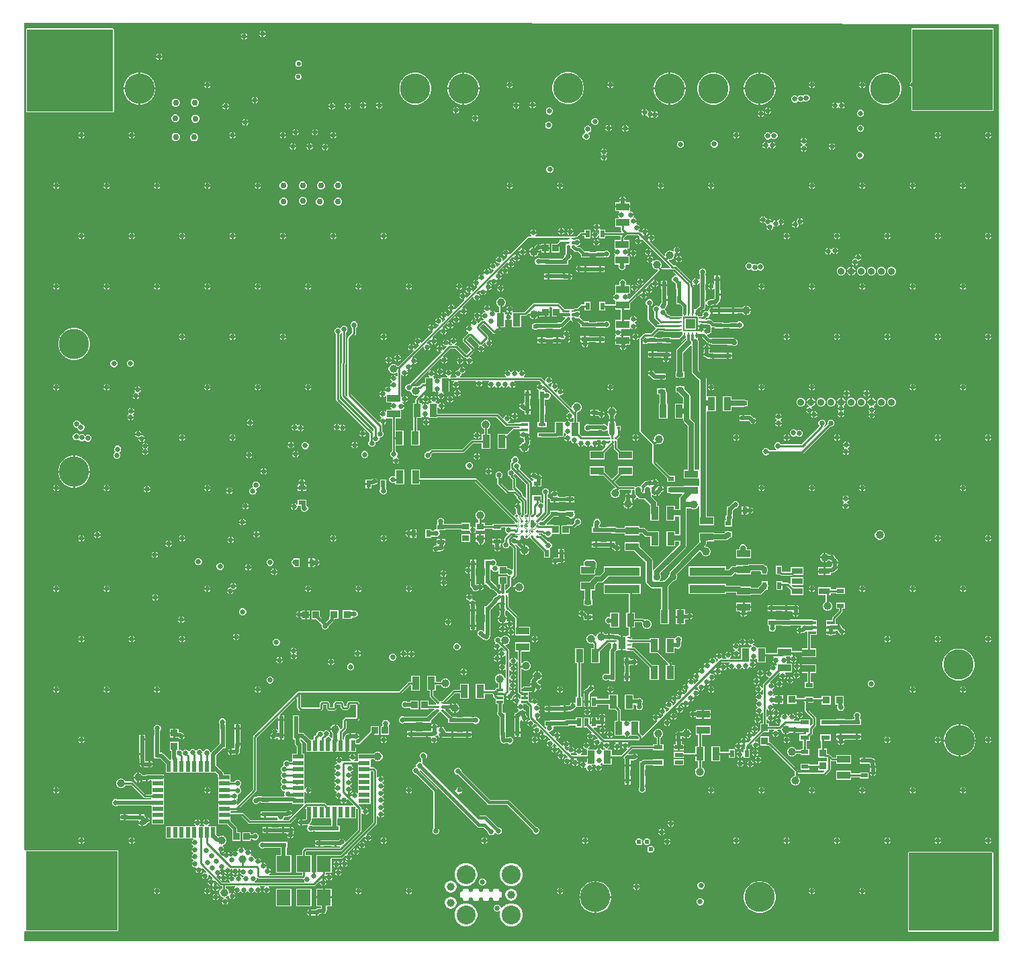
<source format=gtl>
G04*
G04 #@! TF.GenerationSoftware,Altium Limited,Altium Designer,24.2.2 (26)*
G04*
G04 Layer_Physical_Order=1*
G04 Layer_Color=255*
%FSLAX25Y25*%
%MOIN*%
G70*
G04*
G04 #@! TF.SameCoordinates,68C129F3-C7C4-414E-B264-5C09C29A3FA5*
G04*
G04*
G04 #@! TF.FilePolarity,Positive*
G04*
G01*
G75*
%ADD10C,0.02000*%
%ADD11C,0.01000*%
%ADD17C,0.00700*%
%ADD20C,0.00300*%
%ADD21R,0.03740X0.01575*%
%ADD22R,0.03150X0.02362*%
%ADD23R,0.02200X0.03500*%
%ADD24R,0.01181X0.00787*%
%ADD25R,0.01378X0.00787*%
%ADD26R,0.00787X0.01181*%
%ADD27R,0.00787X0.01378*%
%ADD28R,0.03500X0.02200*%
%ADD29R,0.17717X0.04331*%
%ADD30R,0.01575X0.01575*%
%ADD31R,0.03150X0.04724*%
%ADD32R,0.03900X0.01400*%
%ADD33R,0.04331X0.02362*%
%ADD34R,0.03200X0.03500*%
%ADD35R,0.03600X0.06500*%
%ADD36R,0.06500X0.03600*%
%ADD37R,0.03500X0.03200*%
%ADD38R,0.01000X0.02800*%
%ADD39R,0.02800X0.01000*%
%ADD40R,0.04900X0.04900*%
%ADD41C,0.00906*%
%ADD42R,0.03543X0.03150*%
%ADD43C,0.01378*%
%ADD44R,0.05300X0.02000*%
%ADD45R,0.02000X0.05300*%
%ADD46R,0.07087X0.07874*%
%ADD47R,0.05512X0.02992*%
%ADD48R,0.02362X0.04331*%
%ADD49R,0.01968X0.00984*%
%ADD50C,0.03937*%
%ADD51R,0.03740X0.03543*%
%ADD52R,0.03543X0.03740*%
%ADD65R,0.03543X0.06299*%
%ADD78C,0.00300*%
%ADD79R,0.03347X0.01181*%
%ADD80O,0.00906X0.02677*%
%ADD81R,0.04331X0.02200*%
%ADD82C,0.00910*%
%ADD83C,0.01500*%
%ADD84C,0.02600*%
%ADD85C,0.01200*%
%ADD86C,0.01600*%
%ADD87C,0.01400*%
%ADD88C,0.01413*%
%ADD89R,0.39862X0.40256*%
%ADD90R,0.41339X0.38681*%
%ADD91R,0.45571X0.39272*%
%ADD92R,0.42717X0.40748*%
%ADD93C,0.33071*%
%ADD94C,0.03560*%
%ADD95C,0.03543*%
%ADD96C,0.15000*%
%ADD97C,0.09350*%
%ADD98C,0.03900*%
%ADD99C,0.02500*%
%ADD100C,0.02400*%
%ADD101C,0.05000*%
%ADD102C,0.02200*%
%ADD103C,0.04000*%
%ADD104C,0.03000*%
G36*
X667224Y455735D02*
Y413826D01*
Y410972D01*
Y407749D01*
Y403017D01*
Y398651D01*
Y395439D01*
X667224Y360165D01*
Y357732D01*
Y354161D01*
Y348896D01*
Y344515D01*
Y339377D01*
Y334292D01*
Y329173D01*
Y324935D01*
Y320879D01*
Y316101D01*
Y312128D01*
Y307141D01*
Y302572D01*
Y297758D01*
Y293401D01*
Y288665D01*
Y284218D01*
Y281001D01*
Y276168D01*
Y271950D01*
Y266960D01*
Y261972D01*
Y256984D01*
Y251991D01*
Y247457D01*
Y242599D01*
Y237583D01*
Y233083D01*
Y230468D01*
X667224Y226699D01*
Y222014D01*
Y217771D01*
Y213044D01*
Y208378D01*
Y204829D01*
Y200412D01*
Y195698D01*
Y190827D01*
Y187709D01*
Y183282D01*
Y178299D01*
Y174589D01*
Y167453D01*
Y164334D01*
Y160009D01*
Y155087D01*
Y150119D01*
Y145221D01*
Y140672D01*
Y135999D01*
Y131452D01*
Y126750D01*
Y121852D01*
Y116895D01*
Y111972D01*
Y106978D01*
Y101990D01*
Y96999D01*
Y92041D01*
Y87567D01*
Y82616D01*
Y78425D01*
X667224Y74441D01*
Y69523D01*
Y64628D01*
Y59819D01*
Y55248D01*
Y50570D01*
Y45735D01*
Y41299D01*
Y36635D01*
Y31984D01*
Y27473D01*
Y22755D01*
Y18858D01*
Y15599D01*
Y803D01*
X183703D01*
Y5484D01*
X184203Y5731D01*
X184350Y5669D01*
X229921D01*
X230227Y5796D01*
X230354Y6102D01*
Y45374D01*
X230227Y45680D01*
X229921Y45807D01*
X184350D01*
X184203Y45746D01*
X183703Y45992D01*
Y456497D01*
X359331D01*
X667224Y455735D01*
D02*
G37*
%LPC*%
G36*
X302421Y452489D02*
Y451410D01*
X303500D01*
X303320Y451845D01*
X302856Y452309D01*
X302421Y452489D01*
D02*
G37*
G36*
X301421D02*
X300987Y452309D01*
X300522Y451845D01*
X300342Y451410D01*
X301421D01*
Y452489D01*
D02*
G37*
G36*
X293221Y451289D02*
Y450210D01*
X294300D01*
X294120Y450645D01*
X293656Y451109D01*
X293221Y451289D01*
D02*
G37*
G36*
X292221D02*
X291787Y451109D01*
X291322Y450645D01*
X291142Y450210D01*
X292221D01*
Y451289D01*
D02*
G37*
G36*
X303500Y450410D02*
X302421D01*
Y449332D01*
X302856Y449511D01*
X303320Y449976D01*
X303500Y450410D01*
D02*
G37*
G36*
X301421D02*
X300342D01*
X300522Y449976D01*
X300987Y449511D01*
X301421Y449332D01*
Y450410D01*
D02*
G37*
G36*
X294300Y449210D02*
X293221D01*
Y448132D01*
X293656Y448312D01*
X294120Y448776D01*
X294300Y449210D01*
D02*
G37*
G36*
X292221D02*
X291142D01*
X291322Y448776D01*
X291787Y448312D01*
X292221Y448132D01*
Y449210D01*
D02*
G37*
G36*
X251122Y441179D02*
Y440100D01*
X252201D01*
X252021Y440535D01*
X251557Y440999D01*
X251122Y441179D01*
D02*
G37*
G36*
X250122D02*
X249687Y440999D01*
X249223Y440535D01*
X249043Y440100D01*
X250122D01*
Y441179D01*
D02*
G37*
G36*
X252201Y439100D02*
X251122D01*
Y438021D01*
X251557Y438201D01*
X252021Y438665D01*
X252201Y439100D01*
D02*
G37*
G36*
X250122D02*
X249043D01*
X249223Y438665D01*
X249687Y438201D01*
X250122Y438021D01*
Y439100D01*
D02*
G37*
G36*
X320102Y437820D02*
X319465D01*
X318877Y437577D01*
X318427Y437127D01*
X318183Y436539D01*
Y435902D01*
X318427Y435314D01*
X318877Y434864D01*
X319465Y434621D01*
X320102D01*
X320690Y434864D01*
X321140Y435314D01*
X321384Y435902D01*
Y436539D01*
X321140Y437127D01*
X320690Y437577D01*
X320102Y437820D01*
D02*
G37*
G36*
X320003Y431226D02*
X319367D01*
X318779Y430982D01*
X318329Y430532D01*
X318085Y429944D01*
Y429308D01*
X318329Y428720D01*
X318779Y428270D01*
X319367Y428026D01*
X320003D01*
X320591Y428270D01*
X321041Y428720D01*
X321285Y429308D01*
Y429944D01*
X321041Y430532D01*
X320591Y430982D01*
X320003Y431226D01*
D02*
G37*
G36*
X600008Y427115D02*
Y426090D01*
X601033D01*
X600864Y426497D01*
X600414Y426947D01*
X600008Y427115D01*
D02*
G37*
G36*
X599008D02*
X598601Y426947D01*
X598151Y426497D01*
X597983Y426090D01*
X599008D01*
Y427115D01*
D02*
G37*
G36*
X575008D02*
Y426090D01*
X576033D01*
X575864Y426497D01*
X575414Y426947D01*
X575008Y427115D01*
D02*
G37*
G36*
X574008D02*
X573601Y426947D01*
X573151Y426497D01*
X572983Y426090D01*
X574008D01*
Y427115D01*
D02*
G37*
G36*
X475008D02*
Y426090D01*
X476033D01*
X475864Y426497D01*
X475414Y426947D01*
X475008Y427115D01*
D02*
G37*
G36*
X474008D02*
X473601Y426947D01*
X473151Y426497D01*
X472983Y426090D01*
X474008D01*
Y427115D01*
D02*
G37*
G36*
X425008D02*
Y426090D01*
X426033D01*
X425864Y426497D01*
X425414Y426947D01*
X425008Y427115D01*
D02*
G37*
G36*
X424008D02*
X423601Y426947D01*
X423151Y426497D01*
X422983Y426090D01*
X424008D01*
Y427115D01*
D02*
G37*
G36*
X275008D02*
Y426090D01*
X276033D01*
X275864Y426497D01*
X275414Y426947D01*
X275008Y427115D01*
D02*
G37*
G36*
X274008D02*
X273602Y426947D01*
X273151Y426497D01*
X272983Y426090D01*
X274008D01*
Y427115D01*
D02*
G37*
G36*
X549378Y431701D02*
X549100D01*
Y424301D01*
X556500D01*
Y424579D01*
X556196Y426105D01*
X555601Y427543D01*
X554736Y428837D01*
X553636Y429937D01*
X552342Y430802D01*
X550904Y431397D01*
X549378Y431701D01*
D02*
G37*
G36*
X504678D02*
X504400D01*
Y424301D01*
X511800D01*
Y424579D01*
X511496Y426105D01*
X510901Y427543D01*
X510036Y428837D01*
X508936Y429937D01*
X507642Y430802D01*
X506204Y431397D01*
X504678Y431701D01*
D02*
G37*
G36*
X402378D02*
X402100D01*
Y424301D01*
X409500D01*
Y424579D01*
X409196Y426105D01*
X408601Y427543D01*
X407736Y428837D01*
X406636Y429937D01*
X405342Y430802D01*
X403904Y431397D01*
X402378Y431701D01*
D02*
G37*
G36*
X241578D02*
X241300D01*
Y424301D01*
X248700D01*
Y424579D01*
X248396Y426105D01*
X247801Y427543D01*
X246936Y428837D01*
X245836Y429937D01*
X244542Y430802D01*
X243104Y431397D01*
X241578Y431701D01*
D02*
G37*
G36*
X548100D02*
X547822D01*
X546296Y431397D01*
X544858Y430802D01*
X543564Y429937D01*
X542464Y428837D01*
X541599Y427543D01*
X541004Y426105D01*
X540700Y424579D01*
Y424301D01*
X548100D01*
Y431701D01*
D02*
G37*
G36*
X503400D02*
X503122D01*
X501596Y431397D01*
X500158Y430802D01*
X498864Y429937D01*
X497764Y428837D01*
X496899Y427543D01*
X496304Y426105D01*
X496000Y424579D01*
Y424301D01*
X503400D01*
Y431701D01*
D02*
G37*
G36*
X401100D02*
X400822D01*
X399296Y431397D01*
X397858Y430802D01*
X396564Y429937D01*
X395464Y428837D01*
X394599Y427543D01*
X394004Y426105D01*
X393700Y424579D01*
Y424301D01*
X401100D01*
Y431701D01*
D02*
G37*
G36*
X240300D02*
X240022D01*
X238496Y431397D01*
X237058Y430802D01*
X235764Y429937D01*
X234664Y428837D01*
X233799Y427543D01*
X233204Y426105D01*
X232900Y424579D01*
Y424301D01*
X240300D01*
Y431701D01*
D02*
G37*
G36*
X601033Y425091D02*
X600008D01*
Y424066D01*
X600414Y424234D01*
X600864Y424684D01*
X601033Y425091D01*
D02*
G37*
G36*
X599008D02*
X597983D01*
X598151Y424684D01*
X598601Y424234D01*
X599008Y424066D01*
Y425091D01*
D02*
G37*
G36*
X576033D02*
X575008D01*
Y424066D01*
X575414Y424234D01*
X575864Y424684D01*
X576033Y425091D01*
D02*
G37*
G36*
X574008D02*
X572983D01*
X573151Y424684D01*
X573601Y424234D01*
X574008Y424066D01*
Y425091D01*
D02*
G37*
G36*
X476033D02*
X475008D01*
Y424066D01*
X475414Y424234D01*
X475864Y424684D01*
X476033Y425091D01*
D02*
G37*
G36*
X474008D02*
X472983D01*
X473151Y424684D01*
X473601Y424234D01*
X474008Y424066D01*
Y425091D01*
D02*
G37*
G36*
X426033D02*
X425008D01*
Y424066D01*
X425414Y424234D01*
X425864Y424684D01*
X426033Y425091D01*
D02*
G37*
G36*
X424008D02*
X422983D01*
X423151Y424684D01*
X423601Y424234D01*
X424008Y424066D01*
Y425091D01*
D02*
G37*
G36*
X276033D02*
X275008D01*
Y424066D01*
X275414Y424234D01*
X275864Y424684D01*
X276033Y425091D01*
D02*
G37*
G36*
X274008D02*
X272983D01*
X273151Y424684D01*
X273602Y424234D01*
X274008Y424066D01*
Y425091D01*
D02*
G37*
G36*
X572048Y420851D02*
X571352D01*
X570709Y420584D01*
X570519Y420395D01*
X569991Y420285D01*
X569825Y420354D01*
X569348Y420551D01*
X568652D01*
X568009Y420285D01*
X567516Y419792D01*
X567406Y419770D01*
X567091Y420084D01*
X566448Y420351D01*
X565752D01*
X565109Y420084D01*
X564616Y419592D01*
X564350Y418949D01*
Y418253D01*
X564616Y417610D01*
X565109Y417117D01*
X565752Y416851D01*
X566448D01*
X567091Y417117D01*
X567584Y417610D01*
X567694Y417632D01*
X568009Y417317D01*
X568652Y417051D01*
X569348D01*
X569991Y417317D01*
X570181Y417507D01*
X570709Y417617D01*
X570876Y417548D01*
X571352Y417351D01*
X572048D01*
X572691Y417617D01*
X573184Y418110D01*
X573450Y418753D01*
Y419449D01*
X573184Y420092D01*
X572691Y420584D01*
X572048Y420851D01*
D02*
G37*
G36*
X298600Y419579D02*
Y418500D01*
X299679D01*
X299499Y418935D01*
X299035Y419399D01*
X298600Y419579D01*
D02*
G37*
G36*
X297600D02*
X297165Y419399D01*
X296701Y418935D01*
X296521Y418500D01*
X297600D01*
Y419579D01*
D02*
G37*
G36*
X588700Y417080D02*
X588265Y416900D01*
X587970Y416604D01*
X587650Y416490D01*
X587330Y416604D01*
X587035Y416900D01*
X586600Y417080D01*
Y415501D01*
Y413922D01*
X587035Y414102D01*
X587330Y414397D01*
X587650Y414512D01*
X587970Y414397D01*
X588265Y414102D01*
X588700Y413922D01*
Y415501D01*
Y417080D01*
D02*
G37*
G36*
X299679Y417500D02*
X298600D01*
Y416421D01*
X299035Y416601D01*
X299499Y417065D01*
X299679Y417500D01*
D02*
G37*
G36*
X297600D02*
X296521D01*
X296701Y417065D01*
X297165Y416601D01*
X297600Y416421D01*
Y417500D01*
D02*
G37*
G36*
X454278Y432000D02*
X452722D01*
X451196Y431696D01*
X449758Y431101D01*
X448464Y430236D01*
X447364Y429136D01*
X446499Y427842D01*
X445904Y426404D01*
X445600Y424878D01*
Y423322D01*
X445904Y421796D01*
X446499Y420358D01*
X447364Y419064D01*
X448464Y417964D01*
X449758Y417099D01*
X451196Y416504D01*
X452722Y416200D01*
X454278D01*
X455804Y416504D01*
X457242Y417099D01*
X458536Y417964D01*
X459636Y419064D01*
X460501Y420358D01*
X461096Y421796D01*
X461400Y423322D01*
Y424878D01*
X461096Y426404D01*
X460501Y427842D01*
X459636Y429136D01*
X458536Y430236D01*
X457242Y431101D01*
X455804Y431696D01*
X454278Y432000D01*
D02*
G37*
G36*
X436400Y417180D02*
Y416101D01*
X437479D01*
X437299Y416536D01*
X436835Y417000D01*
X436400Y417180D01*
D02*
G37*
G36*
X435400D02*
X434965Y417000D01*
X434501Y416536D01*
X434321Y416101D01*
X435400D01*
Y417180D01*
D02*
G37*
G36*
X352221Y417089D02*
Y416010D01*
X353300D01*
X353120Y416445D01*
X352656Y416909D01*
X352221Y417089D01*
D02*
G37*
G36*
X351221D02*
X350787Y416909D01*
X350322Y416445D01*
X350142Y416010D01*
X351221D01*
Y417089D01*
D02*
G37*
G36*
X589700Y417080D02*
Y416001D01*
X590779D01*
X590599Y416435D01*
X590135Y416900D01*
X589700Y417080D01*
D02*
G37*
G36*
X585600D02*
X585165Y416900D01*
X584701Y416435D01*
X584521Y416001D01*
X585600D01*
Y417080D01*
D02*
G37*
G36*
X428250Y417055D02*
Y415976D01*
X429329D01*
X429149Y416410D01*
X428685Y416875D01*
X428250Y417055D01*
D02*
G37*
G36*
X427250D02*
X426815Y416875D01*
X426351Y416410D01*
X426171Y415976D01*
X427250D01*
Y417055D01*
D02*
G37*
G36*
X360321Y416989D02*
Y415910D01*
X361400D01*
X361220Y416345D01*
X360756Y416809D01*
X360321Y416989D01*
D02*
G37*
G36*
X359321D02*
X358887Y416809D01*
X358422Y416345D01*
X358242Y415910D01*
X359321D01*
Y416989D01*
D02*
G37*
G36*
X611678Y431701D02*
X610122D01*
X608596Y431397D01*
X607158Y430802D01*
X605864Y429937D01*
X604764Y428837D01*
X603899Y427543D01*
X603304Y426105D01*
X603000Y424579D01*
Y423023D01*
X603304Y421497D01*
X603899Y420059D01*
X604764Y418765D01*
X605864Y417665D01*
X607158Y416800D01*
X608596Y416205D01*
X610122Y415901D01*
X611678D01*
X613204Y416205D01*
X614642Y416800D01*
X615936Y417665D01*
X617036Y418765D01*
X617901Y420059D01*
X618496Y421497D01*
X618800Y423023D01*
Y424579D01*
X618496Y426105D01*
X617901Y427543D01*
X617036Y428837D01*
X615936Y429937D01*
X614642Y430802D01*
X613204Y431397D01*
X611678Y431701D01*
D02*
G37*
G36*
X556500Y423301D02*
X549100D01*
Y415901D01*
X549378D01*
X550904Y416205D01*
X552342Y416800D01*
X553636Y417665D01*
X554736Y418765D01*
X555601Y420059D01*
X556196Y421497D01*
X556500Y423023D01*
Y423301D01*
D02*
G37*
G36*
X548100D02*
X540700D01*
Y423023D01*
X541004Y421497D01*
X541599Y420059D01*
X542464Y418765D01*
X543564Y417665D01*
X544858Y416800D01*
X546296Y416205D01*
X547822Y415901D01*
X548100D01*
Y423301D01*
D02*
G37*
G36*
X526378Y431701D02*
X524822D01*
X523296Y431397D01*
X521858Y430802D01*
X520564Y429937D01*
X519464Y428837D01*
X518599Y427543D01*
X518004Y426105D01*
X517700Y424579D01*
Y423023D01*
X518004Y421497D01*
X518599Y420059D01*
X519464Y418765D01*
X520564Y417665D01*
X521858Y416800D01*
X523296Y416205D01*
X524822Y415901D01*
X526378D01*
X527904Y416205D01*
X529342Y416800D01*
X530636Y417665D01*
X531736Y418765D01*
X532601Y420059D01*
X533196Y421497D01*
X533500Y423023D01*
Y424579D01*
X533196Y426105D01*
X532601Y427543D01*
X531736Y428837D01*
X530636Y429937D01*
X529342Y430802D01*
X527904Y431397D01*
X526378Y431701D01*
D02*
G37*
G36*
X511800Y423301D02*
X504400D01*
Y415901D01*
X504678D01*
X506204Y416205D01*
X507642Y416800D01*
X508936Y417665D01*
X510036Y418765D01*
X510901Y420059D01*
X511496Y421497D01*
X511800Y423023D01*
Y423301D01*
D02*
G37*
G36*
X503400D02*
X496000D01*
Y423023D01*
X496304Y421497D01*
X496899Y420059D01*
X497764Y418765D01*
X498864Y417665D01*
X500158Y416800D01*
X501596Y416205D01*
X503122Y415901D01*
X503400D01*
Y423301D01*
D02*
G37*
G36*
X409500D02*
X402100D01*
Y415901D01*
X402378D01*
X403904Y416205D01*
X405342Y416800D01*
X406636Y417665D01*
X407736Y418765D01*
X408601Y420059D01*
X409196Y421497D01*
X409500Y423023D01*
Y423301D01*
D02*
G37*
G36*
X401100D02*
X393700D01*
Y423023D01*
X394004Y421497D01*
X394599Y420059D01*
X395464Y418765D01*
X396564Y417665D01*
X397858Y416800D01*
X399296Y416205D01*
X400822Y415901D01*
X401100D01*
Y423301D01*
D02*
G37*
G36*
X378478Y431701D02*
X376922D01*
X375396Y431397D01*
X373958Y430802D01*
X372664Y429937D01*
X371564Y428837D01*
X370699Y427543D01*
X370104Y426105D01*
X369800Y424579D01*
Y423023D01*
X370104Y421497D01*
X370699Y420059D01*
X371564Y418765D01*
X372664Y417665D01*
X373958Y416800D01*
X375396Y416205D01*
X376922Y415901D01*
X378478D01*
X380004Y416205D01*
X381442Y416800D01*
X382736Y417665D01*
X383836Y418765D01*
X384701Y420059D01*
X385296Y421497D01*
X385600Y423023D01*
Y424579D01*
X385296Y426105D01*
X384701Y427543D01*
X383836Y428837D01*
X382736Y429937D01*
X381442Y430802D01*
X380004Y431397D01*
X378478Y431701D01*
D02*
G37*
G36*
X248700Y423301D02*
X241300D01*
Y415901D01*
X241578D01*
X243104Y416205D01*
X244542Y416800D01*
X245836Y417665D01*
X246936Y418765D01*
X247801Y420059D01*
X248396Y421497D01*
X248700Y423023D01*
Y423301D01*
D02*
G37*
G36*
X240300D02*
X232900D01*
Y423023D01*
X233204Y421497D01*
X233799Y420059D01*
X234664Y418765D01*
X235764Y417665D01*
X237058Y416800D01*
X238496Y416205D01*
X240022Y415901D01*
X240300D01*
Y423301D01*
D02*
G37*
G36*
X344621Y416689D02*
Y415610D01*
X345700D01*
X345520Y416045D01*
X345056Y416509D01*
X344621Y416689D01*
D02*
G37*
G36*
X343621D02*
X343187Y416509D01*
X342722Y416045D01*
X342542Y415610D01*
X343621D01*
Y416689D01*
D02*
G37*
G36*
X284121Y416639D02*
Y415560D01*
X285200D01*
X285020Y415995D01*
X284556Y416459D01*
X284121Y416639D01*
D02*
G37*
G36*
X283121D02*
X282687Y416459D01*
X282222Y415995D01*
X282042Y415560D01*
X283121D01*
Y416639D01*
D02*
G37*
G36*
X336721Y416589D02*
Y415510D01*
X337800D01*
X337620Y415945D01*
X337156Y416409D01*
X336721Y416589D01*
D02*
G37*
G36*
X335721D02*
X335287Y416409D01*
X334822Y415945D01*
X334642Y415510D01*
X335721D01*
Y416589D01*
D02*
G37*
G36*
X268598Y418900D02*
X267802D01*
X267067Y418596D01*
X266505Y418033D01*
X266200Y417298D01*
Y416502D01*
X266505Y415767D01*
X267067Y415204D01*
X267802Y414900D01*
X268598D01*
X269333Y415204D01*
X269896Y415767D01*
X270200Y416502D01*
Y417298D01*
X269896Y418033D01*
X269333Y418596D01*
X268598Y418900D01*
D02*
G37*
G36*
X259198Y418800D02*
X258402D01*
X257667Y418496D01*
X257104Y417933D01*
X256800Y417198D01*
Y416402D01*
X257104Y415667D01*
X257667Y415104D01*
X258402Y414800D01*
X259198D01*
X259933Y415104D01*
X260495Y415667D01*
X260800Y416402D01*
Y417198D01*
X260495Y417933D01*
X259933Y418496D01*
X259198Y418800D01*
D02*
G37*
G36*
X437479Y415101D02*
X436400D01*
Y414022D01*
X436835Y414202D01*
X437299Y414666D01*
X437479Y415101D01*
D02*
G37*
G36*
X435400D02*
X434321D01*
X434501Y414666D01*
X434965Y414202D01*
X435400Y414022D01*
Y415101D01*
D02*
G37*
G36*
X353300Y415010D02*
X352221D01*
Y413932D01*
X352656Y414112D01*
X353120Y414576D01*
X353300Y415010D01*
D02*
G37*
G36*
X351221D02*
X350142D01*
X350322Y414576D01*
X350787Y414112D01*
X351221Y413932D01*
Y415010D01*
D02*
G37*
G36*
X590779Y415001D02*
X589700D01*
Y413922D01*
X590135Y414102D01*
X590599Y414566D01*
X590779Y415001D01*
D02*
G37*
G36*
X585600D02*
X584521D01*
X584701Y414566D01*
X585165Y414102D01*
X585600Y413922D01*
Y415001D01*
D02*
G37*
G36*
X429329Y414976D02*
X428250D01*
Y413897D01*
X428685Y414077D01*
X429149Y414541D01*
X429329Y414976D01*
D02*
G37*
G36*
X427250D02*
X426171D01*
X426351Y414541D01*
X426815Y414077D01*
X427250Y413897D01*
Y414976D01*
D02*
G37*
G36*
X361400Y414910D02*
X360321D01*
Y413832D01*
X360756Y414011D01*
X361220Y414476D01*
X361400Y414910D01*
D02*
G37*
G36*
X359321D02*
X358242D01*
X358422Y414476D01*
X358887Y414011D01*
X359321Y413832D01*
Y414910D01*
D02*
G37*
G36*
X398400Y414680D02*
Y413601D01*
X399479D01*
X399299Y414036D01*
X398835Y414500D01*
X398400Y414680D01*
D02*
G37*
G36*
X397400D02*
X396965Y414500D01*
X396501Y414036D01*
X396321Y413601D01*
X397400D01*
Y414680D01*
D02*
G37*
G36*
X345700Y414610D02*
X344621D01*
Y413531D01*
X345056Y413712D01*
X345520Y414176D01*
X345700Y414610D01*
D02*
G37*
G36*
X343621D02*
X342542D01*
X342722Y414176D01*
X343187Y413712D01*
X343621Y413531D01*
Y414610D01*
D02*
G37*
G36*
X285200Y414560D02*
X284121D01*
Y413481D01*
X284556Y413661D01*
X285020Y414125D01*
X285200Y414560D01*
D02*
G37*
G36*
X283121D02*
X282042D01*
X282222Y414125D01*
X282687Y413661D01*
X283121Y413481D01*
Y414560D01*
D02*
G37*
G36*
X337800Y414510D02*
X336721D01*
Y413432D01*
X337156Y413612D01*
X337620Y414076D01*
X337800Y414510D01*
D02*
G37*
G36*
X335721D02*
X334642D01*
X334822Y414076D01*
X335287Y413612D01*
X335721Y413432D01*
Y414510D01*
D02*
G37*
G36*
X553200Y414379D02*
Y413300D01*
X554279D01*
X554099Y413735D01*
X553635Y414199D01*
X553200Y414379D01*
D02*
G37*
G36*
X552200D02*
X551765Y414199D01*
X551301Y413735D01*
X551121Y413300D01*
X552200D01*
Y414379D01*
D02*
G37*
G36*
X664272Y453779D02*
X624409D01*
X624103Y453653D01*
X623977Y453346D01*
Y427102D01*
X623601Y426947D01*
X623151Y426497D01*
X622983Y426090D01*
X624508D01*
Y425091D01*
X622983D01*
X623151Y424684D01*
X623601Y424234D01*
X623977Y424079D01*
Y413091D01*
X624103Y412784D01*
X624409Y412658D01*
X664272D01*
X664578Y412784D01*
X664705Y413091D01*
Y453346D01*
X664578Y453653D01*
X664272Y453779D01*
D02*
G37*
G36*
X491000Y413679D02*
X490565Y413499D01*
X490101Y413035D01*
X489921Y412600D01*
X491000D01*
Y413679D01*
D02*
G37*
G36*
X227756Y453583D02*
X185039D01*
X184733Y453456D01*
X184606Y453150D01*
Y412402D01*
X184733Y412095D01*
X185039Y411969D01*
X227756D01*
X228062Y412095D01*
X228189Y412402D01*
Y453150D01*
X228062Y453456D01*
X227756Y453583D01*
D02*
G37*
G36*
X549700Y412879D02*
Y411800D01*
X550779D01*
X550599Y412235D01*
X550135Y412699D01*
X549700Y412879D01*
D02*
G37*
G36*
X548700D02*
X548265Y412699D01*
X547801Y412235D01*
X547621Y411800D01*
X548700D01*
Y412879D01*
D02*
G37*
G36*
X399479Y412601D02*
X398400D01*
Y411522D01*
X398835Y411702D01*
X399299Y412166D01*
X399479Y412601D01*
D02*
G37*
G36*
X397400D02*
X396321D01*
X396501Y412166D01*
X396965Y411702D01*
X397400Y411522D01*
Y412601D01*
D02*
G37*
G36*
X497100Y412479D02*
Y411400D01*
X498179D01*
X497999Y411835D01*
X497535Y412299D01*
X497100Y412479D01*
D02*
G37*
G36*
X554279Y412300D02*
X553200D01*
Y411221D01*
X553635Y411401D01*
X554099Y411865D01*
X554279Y412300D01*
D02*
G37*
G36*
X552200D02*
X551121D01*
X551301Y411865D01*
X551765Y411401D01*
X552200Y411221D01*
Y412300D01*
D02*
G37*
G36*
X444548Y414351D02*
X443852D01*
X443209Y414084D01*
X442716Y413592D01*
X442450Y412949D01*
Y412253D01*
X442716Y411610D01*
X443209Y411117D01*
X443852Y410851D01*
X444548D01*
X445191Y411117D01*
X445684Y411610D01*
X445950Y412253D01*
Y412949D01*
X445684Y413592D01*
X445191Y414084D01*
X444548Y414351D01*
D02*
G37*
G36*
X491000Y411600D02*
X489921D01*
X490101Y411165D01*
X490565Y410701D01*
X491000Y410521D01*
Y411600D01*
D02*
G37*
G36*
X599018Y413257D02*
X598322D01*
X597679Y412990D01*
X597186Y412498D01*
X596920Y411855D01*
Y411158D01*
X597186Y410515D01*
X597679Y410023D01*
X598322Y409757D01*
X599018D01*
X599661Y410023D01*
X600153Y410515D01*
X600420Y411158D01*
Y411855D01*
X600153Y412498D01*
X599661Y412990D01*
X599018Y413257D01*
D02*
G37*
G36*
X550779Y410800D02*
X549700D01*
Y409721D01*
X550135Y409901D01*
X550599Y410365D01*
X550779Y410800D01*
D02*
G37*
G36*
X548700D02*
X547621D01*
X547801Y410365D01*
X548265Y409901D01*
X548700Y409721D01*
Y410800D01*
D02*
G37*
G36*
X407900Y410680D02*
Y409601D01*
X408979D01*
X408799Y410036D01*
X408335Y410500D01*
X407900Y410680D01*
D02*
G37*
G36*
X406900D02*
X406465Y410500D01*
X406001Y410036D01*
X405821Y409601D01*
X406900D01*
Y410680D01*
D02*
G37*
G36*
X492000Y413679D02*
Y412100D01*
Y410521D01*
X492096Y410561D01*
X492468Y410652D01*
X492699Y410311D01*
X492801Y410065D01*
X493265Y409601D01*
X493700Y409421D01*
Y411000D01*
Y412579D01*
X493604Y412539D01*
X493232Y412448D01*
X493001Y412789D01*
X492899Y413035D01*
X492435Y413499D01*
X492000Y413679D01*
D02*
G37*
G36*
X498179Y410400D02*
X497100D01*
Y409321D01*
X497535Y409501D01*
X497999Y409965D01*
X498179Y410400D01*
D02*
G37*
G36*
X494700Y412579D02*
Y411000D01*
Y409421D01*
X495135Y409601D01*
X495350Y409817D01*
X495665Y409501D01*
X496100Y409321D01*
Y410900D01*
Y412479D01*
X495665Y412299D01*
X495450Y412083D01*
X495135Y412399D01*
X494700Y412579D01*
D02*
G37*
G36*
X293821Y408689D02*
Y407610D01*
X294900D01*
X294720Y408045D01*
X294256Y408509D01*
X293821Y408689D01*
D02*
G37*
G36*
X292821D02*
X292387Y408509D01*
X291922Y408045D01*
X291742Y407610D01*
X292821D01*
Y408689D01*
D02*
G37*
G36*
X408979Y408601D02*
X407900D01*
Y407522D01*
X408335Y407702D01*
X408799Y408166D01*
X408979Y408601D01*
D02*
G37*
G36*
X406900D02*
X405821D01*
X406001Y408166D01*
X406465Y407702D01*
X406900Y407522D01*
Y408601D01*
D02*
G37*
G36*
X258998Y411100D02*
X258202D01*
X257467Y410795D01*
X256905Y410233D01*
X256600Y409498D01*
Y408702D01*
X256905Y407967D01*
X257467Y407405D01*
X258202Y407100D01*
X258998D01*
X259733Y407405D01*
X260296Y407967D01*
X260600Y408702D01*
Y409498D01*
X260296Y410233D01*
X259733Y410795D01*
X258998Y411100D01*
D02*
G37*
G36*
X268898Y410900D02*
X268102D01*
X267367Y410596D01*
X266805Y410033D01*
X266500Y409298D01*
Y408502D01*
X266805Y407767D01*
X267367Y407204D01*
X268102Y406900D01*
X268898D01*
X269633Y407204D01*
X270196Y407767D01*
X270500Y408502D01*
Y409298D01*
X270196Y410033D01*
X269633Y410596D01*
X268898Y410900D01*
D02*
G37*
G36*
X467148Y409151D02*
X466452D01*
X465809Y408884D01*
X465316Y408392D01*
X465050Y407749D01*
Y407053D01*
X465316Y406410D01*
X465809Y405917D01*
X466452Y405651D01*
X467148D01*
X467791Y405917D01*
X468284Y406410D01*
X468550Y407053D01*
Y407749D01*
X468284Y408392D01*
X467791Y408884D01*
X467148Y409151D01*
D02*
G37*
G36*
X294900Y406610D02*
X293821D01*
Y405532D01*
X294256Y405712D01*
X294720Y406176D01*
X294900Y406610D01*
D02*
G37*
G36*
X292821D02*
X291742D01*
X291922Y406176D01*
X292387Y405712D01*
X292821Y405532D01*
Y406610D01*
D02*
G37*
G36*
X474177Y405792D02*
Y404713D01*
X475256D01*
X475076Y405147D01*
X474612Y405612D01*
X474177Y405792D01*
D02*
G37*
G36*
X473177D02*
X472743Y405612D01*
X472279Y405147D01*
X472098Y404713D01*
X473177D01*
Y405792D01*
D02*
G37*
G36*
X482400Y405579D02*
Y404500D01*
X483479D01*
X483299Y404935D01*
X482835Y405399D01*
X482400Y405579D01*
D02*
G37*
G36*
X481400D02*
X480965Y405399D01*
X480501Y404935D01*
X480321Y404500D01*
X481400D01*
Y405579D01*
D02*
G37*
G36*
X444248Y407351D02*
X443552D01*
X442909Y407085D01*
X442416Y406592D01*
X442150Y405949D01*
Y405253D01*
X442416Y404610D01*
X442909Y404117D01*
X443552Y403851D01*
X444248D01*
X444891Y404117D01*
X445384Y404610D01*
X445650Y405253D01*
Y405949D01*
X445384Y406592D01*
X444891Y407085D01*
X444248Y407351D01*
D02*
G37*
G36*
X475256Y403713D02*
X474177D01*
Y402634D01*
X474612Y402814D01*
X475076Y403278D01*
X475256Y403713D01*
D02*
G37*
G36*
X473177D02*
X472098D01*
X472279Y403278D01*
X472743Y402814D01*
X473177Y402634D01*
Y403713D01*
D02*
G37*
G36*
X328321Y403635D02*
Y402610D01*
X329346D01*
X329178Y403017D01*
X328728Y403467D01*
X328321Y403635D01*
D02*
G37*
G36*
X327321D02*
X326915Y403467D01*
X326465Y403017D01*
X326296Y402610D01*
X327321D01*
Y403635D01*
D02*
G37*
G36*
X318821D02*
Y402610D01*
X319846D01*
X319678Y403017D01*
X319228Y403467D01*
X318821Y403635D01*
D02*
G37*
G36*
X317821D02*
X317415Y403467D01*
X316965Y403017D01*
X316796Y402610D01*
X317821D01*
Y403635D01*
D02*
G37*
G36*
X483479Y403500D02*
X482400D01*
Y402421D01*
X482835Y402601D01*
X483299Y403065D01*
X483479Y403500D01*
D02*
G37*
G36*
X481400D02*
X480321D01*
X480501Y403065D01*
X480965Y402601D01*
X481400Y402421D01*
Y403500D01*
D02*
G37*
G36*
X598948Y405751D02*
X598252D01*
X597609Y405484D01*
X597116Y404992D01*
X596850Y404349D01*
Y403653D01*
X597116Y403010D01*
X597609Y402517D01*
X598252Y402251D01*
X598948D01*
X599591Y402517D01*
X600084Y403010D01*
X600350Y403653D01*
Y404349D01*
X600084Y404992D01*
X599591Y405484D01*
X598948Y405751D01*
D02*
G37*
G36*
X556048Y402151D02*
X555352D01*
X554709Y401885D01*
X554216Y401392D01*
X554106Y401370D01*
X553691Y401785D01*
X553048Y402051D01*
X552352D01*
X551709Y401785D01*
X551216Y401292D01*
X550950Y400649D01*
Y399953D01*
X551216Y399310D01*
X551709Y398817D01*
X552352Y398551D01*
X553048D01*
X553691Y398817D01*
X554184Y399310D01*
X554294Y399332D01*
X554709Y398917D01*
X555352Y398651D01*
X556048D01*
X556691Y398917D01*
X557184Y399410D01*
X557450Y400053D01*
Y400749D01*
X557184Y401392D01*
X556691Y401885D01*
X556048Y402151D01*
D02*
G37*
G36*
X662508Y402115D02*
Y401090D01*
X663533D01*
X663364Y401497D01*
X662914Y401947D01*
X662508Y402115D01*
D02*
G37*
G36*
X661508D02*
X661101Y401947D01*
X660651Y401497D01*
X660483Y401090D01*
X661508D01*
Y402115D01*
D02*
G37*
G36*
X637508D02*
Y401090D01*
X638533D01*
X638364Y401497D01*
X637914Y401947D01*
X637508Y402115D01*
D02*
G37*
G36*
X636508D02*
X636101Y401947D01*
X635651Y401497D01*
X635483Y401090D01*
X636508D01*
Y402115D01*
D02*
G37*
G36*
X537508D02*
Y401090D01*
X538533D01*
X538364Y401497D01*
X537914Y401947D01*
X537508Y402115D01*
D02*
G37*
G36*
X536508D02*
X536101Y401947D01*
X535651Y401497D01*
X535483Y401090D01*
X536508D01*
Y402115D01*
D02*
G37*
G36*
X337508D02*
Y401090D01*
X338533D01*
X338364Y401497D01*
X337914Y401947D01*
X337508Y402115D01*
D02*
G37*
G36*
X336508D02*
X336102Y401947D01*
X335651Y401497D01*
X335483Y401090D01*
X336508D01*
Y402115D01*
D02*
G37*
G36*
X312508D02*
Y401090D01*
X313533D01*
X313364Y401497D01*
X312914Y401947D01*
X312508Y402115D01*
D02*
G37*
G36*
X311508D02*
X311102Y401947D01*
X310651Y401497D01*
X310483Y401090D01*
X311508D01*
Y402115D01*
D02*
G37*
G36*
X287508D02*
Y401090D01*
X288533D01*
X288364Y401497D01*
X287914Y401947D01*
X287508Y402115D01*
D02*
G37*
G36*
X286508D02*
X286102Y401947D01*
X285651Y401497D01*
X285483Y401090D01*
X286508D01*
Y402115D01*
D02*
G37*
G36*
X237508D02*
Y401090D01*
X238533D01*
X238364Y401497D01*
X237914Y401947D01*
X237508Y402115D01*
D02*
G37*
G36*
X236508D02*
X236102Y401947D01*
X235651Y401497D01*
X235483Y401090D01*
X236508D01*
Y402115D01*
D02*
G37*
G36*
X212508D02*
Y401090D01*
X213533D01*
X213364Y401497D01*
X212914Y401947D01*
X212508Y402115D01*
D02*
G37*
G36*
X211508D02*
X211102Y401947D01*
X210651Y401497D01*
X210483Y401090D01*
X211508D01*
Y402115D01*
D02*
G37*
G36*
X329346Y401610D02*
X328321D01*
Y400586D01*
X328728Y400754D01*
X329178Y401204D01*
X329346Y401610D01*
D02*
G37*
G36*
X327321D02*
X326296D01*
X326465Y401204D01*
X326915Y400754D01*
X327321Y400586D01*
Y401610D01*
D02*
G37*
G36*
X319846D02*
X318821D01*
Y400586D01*
X319228Y400754D01*
X319678Y401204D01*
X319846Y401610D01*
D02*
G37*
G36*
X317821D02*
X316796D01*
X316965Y401204D01*
X317415Y400754D01*
X317821Y400586D01*
Y401610D01*
D02*
G37*
G36*
X663533Y400091D02*
X662508D01*
Y399066D01*
X662914Y399234D01*
X663364Y399684D01*
X663533Y400091D01*
D02*
G37*
G36*
X661508D02*
X660483D01*
X660651Y399684D01*
X661101Y399234D01*
X661508Y399066D01*
Y400091D01*
D02*
G37*
G36*
X638533D02*
X637508D01*
Y399066D01*
X637914Y399234D01*
X638364Y399684D01*
X638533Y400091D01*
D02*
G37*
G36*
X636508D02*
X635483D01*
X635651Y399684D01*
X636101Y399234D01*
X636508Y399066D01*
Y400091D01*
D02*
G37*
G36*
X538533D02*
X537508D01*
Y399066D01*
X537914Y399234D01*
X538364Y399684D01*
X538533Y400091D01*
D02*
G37*
G36*
X536508D02*
X535483D01*
X535651Y399684D01*
X536101Y399234D01*
X536508Y399066D01*
Y400091D01*
D02*
G37*
G36*
X338533D02*
X337508D01*
Y399066D01*
X337914Y399234D01*
X338364Y399684D01*
X338533Y400091D01*
D02*
G37*
G36*
X336508D02*
X335483D01*
X335651Y399684D01*
X336102Y399234D01*
X336508Y399066D01*
Y400091D01*
D02*
G37*
G36*
X313533D02*
X312508D01*
Y399066D01*
X312914Y399234D01*
X313364Y399684D01*
X313533Y400091D01*
D02*
G37*
G36*
X311508D02*
X310483D01*
X310651Y399684D01*
X311102Y399234D01*
X311508Y399066D01*
Y400091D01*
D02*
G37*
G36*
X288533D02*
X287508D01*
Y399066D01*
X287914Y399234D01*
X288364Y399684D01*
X288533Y400091D01*
D02*
G37*
G36*
X286508D02*
X285483D01*
X285651Y399684D01*
X286102Y399234D01*
X286508Y399066D01*
Y400091D01*
D02*
G37*
G36*
X238533D02*
X237508D01*
Y399066D01*
X237914Y399234D01*
X238364Y399684D01*
X238533Y400091D01*
D02*
G37*
G36*
X236508D02*
X235483D01*
X235651Y399684D01*
X236102Y399234D01*
X236508Y399066D01*
Y400091D01*
D02*
G37*
G36*
X213533D02*
X212508D01*
Y399066D01*
X212914Y399234D01*
X213364Y399684D01*
X213533Y400091D01*
D02*
G37*
G36*
X211508D02*
X210483D01*
X210651Y399684D01*
X211102Y399234D01*
X211508Y399066D01*
Y400091D01*
D02*
G37*
G36*
X463648Y405450D02*
X462952D01*
X462309Y405184D01*
X461816Y404691D01*
X461550Y404048D01*
Y403352D01*
X461816Y402709D01*
X462098Y402427D01*
X462103Y402378D01*
X461951Y401867D01*
X461509Y401684D01*
X461016Y401191D01*
X460750Y400548D01*
Y399852D01*
X461016Y399209D01*
X461509Y398716D01*
X462152Y398450D01*
X462848D01*
X463491Y398716D01*
X463984Y399209D01*
X464250Y399852D01*
Y400548D01*
X463984Y401191D01*
X463702Y401473D01*
X463697Y401522D01*
X463849Y402033D01*
X464291Y402216D01*
X464784Y402709D01*
X465050Y403352D01*
Y404048D01*
X464784Y404691D01*
X464291Y405184D01*
X463648Y405450D01*
D02*
G37*
G36*
X570950Y399280D02*
Y398201D01*
X572029D01*
X571849Y398636D01*
X571385Y399100D01*
X570950Y399280D01*
D02*
G37*
G36*
X569950D02*
X569515Y399100D01*
X569051Y398636D01*
X568871Y398201D01*
X569950D01*
Y399280D01*
D02*
G37*
G36*
X259198Y401900D02*
X258402D01*
X257667Y401595D01*
X257104Y401033D01*
X256800Y400298D01*
Y399502D01*
X257104Y398767D01*
X257667Y398204D01*
X258402Y397900D01*
X259198D01*
X259933Y398204D01*
X260495Y398767D01*
X260800Y399502D01*
Y400298D01*
X260495Y401033D01*
X259933Y401595D01*
X259198Y401900D01*
D02*
G37*
G36*
X268398Y401600D02*
X267602D01*
X266867Y401296D01*
X266304Y400733D01*
X266000Y399998D01*
Y399202D01*
X266304Y398467D01*
X266867Y397904D01*
X267602Y397600D01*
X268398D01*
X269133Y397904D01*
X269695Y398467D01*
X270000Y399202D01*
Y399998D01*
X269695Y400733D01*
X269133Y401296D01*
X268398Y401600D01*
D02*
G37*
G36*
X554400Y397329D02*
X553965Y397149D01*
X553542Y396726D01*
X553379Y396687D01*
X552964Y396694D01*
X552585Y397072D01*
X552151Y397252D01*
Y395673D01*
Y394095D01*
X552585Y394275D01*
X553009Y394698D01*
X553171Y394737D01*
X553587Y394730D01*
X553965Y394351D01*
X554400Y394171D01*
Y395750D01*
Y397329D01*
D02*
G37*
G36*
X555400D02*
Y396250D01*
X556479D01*
X556299Y396685D01*
X555835Y397149D01*
X555400Y397329D01*
D02*
G37*
G36*
X551151Y397252D02*
X550716Y397072D01*
X550252Y396608D01*
X550072Y396173D01*
X551151D01*
Y397252D01*
D02*
G37*
G36*
X325721Y396689D02*
Y395610D01*
X326800D01*
X326620Y396045D01*
X326156Y396509D01*
X325721Y396689D01*
D02*
G37*
G36*
X324721D02*
X324287Y396509D01*
X323822Y396045D01*
X323642Y395610D01*
X324721D01*
Y396689D01*
D02*
G37*
G36*
X317521D02*
Y395610D01*
X318600D01*
X318420Y396045D01*
X317956Y396509D01*
X317521Y396689D01*
D02*
G37*
G36*
X316521D02*
X316087Y396509D01*
X315622Y396045D01*
X315442Y395610D01*
X316521D01*
Y396689D01*
D02*
G37*
G36*
X585000Y396678D02*
Y395599D01*
X586079D01*
X585899Y396034D01*
X585435Y396498D01*
X585000Y396678D01*
D02*
G37*
G36*
X584000D02*
X583565Y396498D01*
X583101Y396034D01*
X582921Y395599D01*
X584000D01*
Y396678D01*
D02*
G37*
G36*
X333500Y396379D02*
Y395300D01*
X334579D01*
X334399Y395735D01*
X333935Y396199D01*
X333500Y396379D01*
D02*
G37*
G36*
X332500D02*
X332065Y396199D01*
X331601Y395735D01*
X331421Y395300D01*
X332500D01*
Y396379D01*
D02*
G37*
G36*
X526448Y398002D02*
X525752D01*
X525109Y397736D01*
X524616Y397243D01*
X524350Y396600D01*
Y395904D01*
X524616Y395261D01*
X525109Y394768D01*
X525752Y394502D01*
X526448D01*
X527091Y394768D01*
X527584Y395261D01*
X527850Y395904D01*
Y396600D01*
X527584Y397243D01*
X527091Y397736D01*
X526448Y398002D01*
D02*
G37*
G36*
X572029Y397201D02*
X568871D01*
X569051Y396766D01*
X569515Y396302D01*
X569977Y396111D01*
X570024Y395589D01*
X569565Y395399D01*
X569101Y394935D01*
X568921Y394500D01*
X572079D01*
X571899Y394935D01*
X571435Y395399D01*
X570973Y395590D01*
X570926Y396112D01*
X571385Y396302D01*
X571849Y396766D01*
X572029Y397201D01*
D02*
G37*
G36*
X509648Y397850D02*
X508952D01*
X508309Y397584D01*
X507816Y397091D01*
X507550Y396448D01*
Y395752D01*
X507816Y395109D01*
X508309Y394616D01*
X508952Y394350D01*
X509648D01*
X510291Y394616D01*
X510784Y395109D01*
X511050Y395752D01*
Y396448D01*
X510784Y397091D01*
X510291Y397584D01*
X509648Y397850D01*
D02*
G37*
G36*
X556479Y395250D02*
X555400D01*
Y394171D01*
X555835Y394351D01*
X556299Y394815D01*
X556479Y395250D01*
D02*
G37*
G36*
X551151Y395173D02*
X550072D01*
X550252Y394739D01*
X550716Y394275D01*
X551151Y394095D01*
Y395173D01*
D02*
G37*
G36*
X326800Y394610D02*
X325721D01*
Y393531D01*
X326156Y393711D01*
X326620Y394176D01*
X326800Y394610D01*
D02*
G37*
G36*
X324721D02*
X323642D01*
X323822Y394176D01*
X324287Y393711D01*
X324721Y393531D01*
Y394610D01*
D02*
G37*
G36*
X318600D02*
X317521D01*
Y393531D01*
X317956Y393711D01*
X318420Y394176D01*
X318600Y394610D01*
D02*
G37*
G36*
X316521D02*
X315442D01*
X315622Y394176D01*
X316087Y393711D01*
X316521Y393531D01*
Y394610D01*
D02*
G37*
G36*
X586079Y394599D02*
X585000D01*
Y393520D01*
X585435Y393700D01*
X585899Y394164D01*
X586079Y394599D01*
D02*
G37*
G36*
X584000D02*
X582921D01*
X583101Y394164D01*
X583565Y393700D01*
X584000Y393520D01*
Y394599D01*
D02*
G37*
G36*
X334579Y394300D02*
X333500D01*
Y393221D01*
X333935Y393401D01*
X334399Y393865D01*
X334579Y394300D01*
D02*
G37*
G36*
X332500D02*
X331421D01*
X331601Y393865D01*
X332065Y393401D01*
X332500Y393221D01*
Y394300D01*
D02*
G37*
G36*
X471800Y394079D02*
Y393000D01*
X472879D01*
X472699Y393435D01*
X472235Y393899D01*
X471800Y394079D01*
D02*
G37*
G36*
X470800D02*
X470365Y393899D01*
X469901Y393435D01*
X469721Y393000D01*
X470800D01*
Y394079D01*
D02*
G37*
G36*
X572079Y393500D02*
X571000D01*
Y392421D01*
X571435Y392601D01*
X571899Y393065D01*
X572079Y393500D01*
D02*
G37*
G36*
X570000D02*
X568921D01*
X569101Y393065D01*
X569565Y392601D01*
X570000Y392421D01*
Y393500D01*
D02*
G37*
G36*
X472879Y392000D02*
X469721D01*
X469901Y391565D01*
X470317Y391150D01*
X469901Y390735D01*
X469721Y390300D01*
X472879D01*
X472699Y390735D01*
X472284Y391150D01*
X472699Y391565D01*
X472879Y392000D01*
D02*
G37*
G36*
X598748Y392350D02*
X598052D01*
X597409Y392084D01*
X596916Y391591D01*
X596650Y390948D01*
Y390252D01*
X596916Y389609D01*
X597409Y389116D01*
X598052Y388850D01*
X598748D01*
X599391Y389116D01*
X599884Y389609D01*
X600150Y390252D01*
Y390948D01*
X599884Y391591D01*
X599391Y392084D01*
X598748Y392350D01*
D02*
G37*
G36*
X472879Y389300D02*
X471800D01*
Y388221D01*
X472235Y388401D01*
X472699Y388865D01*
X472879Y389300D01*
D02*
G37*
G36*
X470800D02*
X469721D01*
X469901Y388865D01*
X470365Y388401D01*
X470800Y388221D01*
Y389300D01*
D02*
G37*
G36*
X444848Y385450D02*
X444152D01*
X443509Y385184D01*
X443016Y384691D01*
X442750Y384048D01*
Y383352D01*
X443016Y382709D01*
X443509Y382216D01*
X444152Y381950D01*
X444848D01*
X445491Y382216D01*
X445984Y382709D01*
X446250Y383352D01*
Y384048D01*
X445984Y384691D01*
X445491Y385184D01*
X444848Y385450D01*
D02*
G37*
G36*
X650008Y377115D02*
Y376091D01*
X651033D01*
X650864Y376497D01*
X650414Y376947D01*
X650008Y377115D01*
D02*
G37*
G36*
X649008D02*
X648601Y376947D01*
X648151Y376497D01*
X647983Y376091D01*
X649008D01*
Y377115D01*
D02*
G37*
G36*
X625008D02*
Y376091D01*
X626033D01*
X625864Y376497D01*
X625414Y376947D01*
X625008Y377115D01*
D02*
G37*
G36*
X624008D02*
X623601Y376947D01*
X623151Y376497D01*
X622983Y376091D01*
X624008D01*
Y377115D01*
D02*
G37*
G36*
X600008D02*
Y376091D01*
X601033D01*
X600864Y376497D01*
X600414Y376947D01*
X600008Y377115D01*
D02*
G37*
G36*
X599008D02*
X598601Y376947D01*
X598151Y376497D01*
X597983Y376091D01*
X599008D01*
Y377115D01*
D02*
G37*
G36*
X575008D02*
Y376091D01*
X576033D01*
X575864Y376497D01*
X575414Y376947D01*
X575008Y377115D01*
D02*
G37*
G36*
X574008D02*
X573601Y376947D01*
X573151Y376497D01*
X572983Y376091D01*
X574008D01*
Y377115D01*
D02*
G37*
G36*
X525008D02*
Y376091D01*
X526033D01*
X525864Y376497D01*
X525414Y376947D01*
X525008Y377115D01*
D02*
G37*
G36*
X524008D02*
X523601Y376947D01*
X523151Y376497D01*
X522983Y376091D01*
X524008D01*
Y377115D01*
D02*
G37*
G36*
X500008D02*
Y376091D01*
X501033D01*
X500864Y376497D01*
X500414Y376947D01*
X500008Y377115D01*
D02*
G37*
G36*
X499008D02*
X498601Y376947D01*
X498151Y376497D01*
X497983Y376091D01*
X499008D01*
Y377115D01*
D02*
G37*
G36*
X450008D02*
Y376091D01*
X451033D01*
X450864Y376497D01*
X450414Y376947D01*
X450008Y377115D01*
D02*
G37*
G36*
X449008D02*
X448601Y376947D01*
X448151Y376497D01*
X447983Y376091D01*
X449008D01*
Y377115D01*
D02*
G37*
G36*
X425008D02*
Y376091D01*
X426033D01*
X425864Y376497D01*
X425414Y376947D01*
X425008Y377115D01*
D02*
G37*
G36*
X424008D02*
X423601Y376947D01*
X423151Y376497D01*
X422983Y376091D01*
X424008D01*
Y377115D01*
D02*
G37*
G36*
X300008D02*
Y376091D01*
X301033D01*
X300864Y376497D01*
X300414Y376947D01*
X300008Y377115D01*
D02*
G37*
G36*
X299008D02*
X298602Y376947D01*
X298151Y376497D01*
X297983Y376091D01*
X299008D01*
Y377115D01*
D02*
G37*
G36*
X275008D02*
Y376091D01*
X276033D01*
X275864Y376497D01*
X275414Y376947D01*
X275008Y377115D01*
D02*
G37*
G36*
X274008D02*
X273602Y376947D01*
X273151Y376497D01*
X272983Y376091D01*
X274008D01*
Y377115D01*
D02*
G37*
G36*
X250008D02*
Y376091D01*
X251033D01*
X250864Y376497D01*
X250414Y376947D01*
X250008Y377115D01*
D02*
G37*
G36*
X249008D02*
X248602Y376947D01*
X248151Y376497D01*
X247983Y376091D01*
X249008D01*
Y377115D01*
D02*
G37*
G36*
X225008D02*
Y376091D01*
X226033D01*
X225864Y376497D01*
X225414Y376947D01*
X225008Y377115D01*
D02*
G37*
G36*
X224008D02*
X223602Y376947D01*
X223151Y376497D01*
X222983Y376091D01*
X224008D01*
Y377115D01*
D02*
G37*
G36*
X200008D02*
Y376091D01*
X201033D01*
X200864Y376497D01*
X200414Y376947D01*
X200008Y377115D01*
D02*
G37*
G36*
X199008D02*
X198601Y376947D01*
X198151Y376497D01*
X197983Y376091D01*
X199008D01*
Y377115D01*
D02*
G37*
G36*
X651033Y375091D02*
X650008D01*
Y374066D01*
X650414Y374234D01*
X650864Y374684D01*
X651033Y375091D01*
D02*
G37*
G36*
X649008D02*
X647983D01*
X648151Y374684D01*
X648601Y374234D01*
X649008Y374066D01*
Y375091D01*
D02*
G37*
G36*
X626033D02*
X625008D01*
Y374066D01*
X625414Y374234D01*
X625864Y374684D01*
X626033Y375091D01*
D02*
G37*
G36*
X624008D02*
X622983D01*
X623151Y374684D01*
X623601Y374234D01*
X624008Y374066D01*
Y375091D01*
D02*
G37*
G36*
X601033D02*
X600008D01*
Y374066D01*
X600414Y374234D01*
X600864Y374684D01*
X601033Y375091D01*
D02*
G37*
G36*
X599008D02*
X597983D01*
X598151Y374684D01*
X598601Y374234D01*
X599008Y374066D01*
Y375091D01*
D02*
G37*
G36*
X576033D02*
X575008D01*
Y374066D01*
X575414Y374234D01*
X575864Y374684D01*
X576033Y375091D01*
D02*
G37*
G36*
X574008D02*
X572983D01*
X573151Y374684D01*
X573601Y374234D01*
X574008Y374066D01*
Y375091D01*
D02*
G37*
G36*
X526033D02*
X525008D01*
Y374066D01*
X525414Y374234D01*
X525864Y374684D01*
X526033Y375091D01*
D02*
G37*
G36*
X524008D02*
X522983D01*
X523151Y374684D01*
X523601Y374234D01*
X524008Y374066D01*
Y375091D01*
D02*
G37*
G36*
X501033D02*
X500008D01*
Y374066D01*
X500414Y374234D01*
X500864Y374684D01*
X501033Y375091D01*
D02*
G37*
G36*
X499008D02*
X497983D01*
X498151Y374684D01*
X498601Y374234D01*
X499008Y374066D01*
Y375091D01*
D02*
G37*
G36*
X451033D02*
X450008D01*
Y374066D01*
X450414Y374234D01*
X450864Y374684D01*
X451033Y375091D01*
D02*
G37*
G36*
X449008D02*
X447983D01*
X448151Y374684D01*
X448601Y374234D01*
X449008Y374066D01*
Y375091D01*
D02*
G37*
G36*
X426033D02*
X425008D01*
Y374066D01*
X425414Y374234D01*
X425864Y374684D01*
X426033Y375091D01*
D02*
G37*
G36*
X424008D02*
X422983D01*
X423151Y374684D01*
X423601Y374234D01*
X424008Y374066D01*
Y375091D01*
D02*
G37*
G36*
X301033D02*
X300008D01*
Y374066D01*
X300414Y374234D01*
X300864Y374684D01*
X301033Y375091D01*
D02*
G37*
G36*
X299008D02*
X297983D01*
X298151Y374684D01*
X298602Y374234D01*
X299008Y374066D01*
Y375091D01*
D02*
G37*
G36*
X276033D02*
X275008D01*
Y374066D01*
X275414Y374234D01*
X275864Y374684D01*
X276033Y375091D01*
D02*
G37*
G36*
X274008D02*
X272983D01*
X273151Y374684D01*
X273602Y374234D01*
X274008Y374066D01*
Y375091D01*
D02*
G37*
G36*
X251033D02*
X250008D01*
Y374066D01*
X250414Y374234D01*
X250864Y374684D01*
X251033Y375091D01*
D02*
G37*
G36*
X249008D02*
X247983D01*
X248151Y374684D01*
X248602Y374234D01*
X249008Y374066D01*
Y375091D01*
D02*
G37*
G36*
X226033D02*
X225008D01*
Y374066D01*
X225414Y374234D01*
X225864Y374684D01*
X226033Y375091D01*
D02*
G37*
G36*
X224008D02*
X222983D01*
X223151Y374684D01*
X223602Y374234D01*
X224008Y374066D01*
Y375091D01*
D02*
G37*
G36*
X201033D02*
X200008D01*
Y374066D01*
X200414Y374234D01*
X200864Y374684D01*
X201033Y375091D01*
D02*
G37*
G36*
X199008D02*
X197983D01*
X198151Y374684D01*
X198601Y374234D01*
X199008Y374066D01*
Y375091D01*
D02*
G37*
G36*
X339719Y377610D02*
X338923D01*
X338188Y377306D01*
X337626Y376743D01*
X337321Y376008D01*
Y375213D01*
X337626Y374477D01*
X338188Y373915D01*
X338923Y373610D01*
X339719D01*
X340454Y373915D01*
X341017Y374477D01*
X341321Y375213D01*
Y376008D01*
X341017Y376743D01*
X340454Y377306D01*
X339719Y377610D01*
D02*
G37*
G36*
X331219D02*
X330423D01*
X329688Y377306D01*
X329126Y376743D01*
X328821Y376008D01*
Y375213D01*
X329126Y374477D01*
X329688Y373915D01*
X330423Y373610D01*
X331219D01*
X331954Y373915D01*
X332517Y374477D01*
X332821Y375213D01*
Y376008D01*
X332517Y376743D01*
X331954Y377306D01*
X331219Y377610D01*
D02*
G37*
G36*
X322219D02*
X321423D01*
X320688Y377306D01*
X320126Y376743D01*
X319821Y376008D01*
Y375213D01*
X320126Y374477D01*
X320688Y373915D01*
X321423Y373610D01*
X322219D01*
X322954Y373915D01*
X323517Y374477D01*
X323821Y375213D01*
Y376008D01*
X323517Y376743D01*
X322954Y377306D01*
X322219Y377610D01*
D02*
G37*
G36*
X312719D02*
X311923D01*
X311188Y377306D01*
X310626Y376743D01*
X310321Y376008D01*
Y375213D01*
X310626Y374477D01*
X311188Y373915D01*
X311923Y373610D01*
X312719D01*
X313454Y373915D01*
X314017Y374477D01*
X314321Y375213D01*
Y376008D01*
X314017Y376743D01*
X313454Y377306D01*
X312719Y377610D01*
D02*
G37*
G36*
X481100Y370229D02*
Y369150D01*
X482179D01*
X481999Y369585D01*
X481535Y370049D01*
X481100Y370229D01*
D02*
G37*
G36*
X480100D02*
X479665Y370049D01*
X479201Y369585D01*
X479021Y369150D01*
X480100D01*
Y370229D01*
D02*
G37*
G36*
X322219Y370110D02*
X321423D01*
X320688Y369806D01*
X320126Y369243D01*
X319821Y368508D01*
Y367712D01*
X320126Y366977D01*
X320688Y366415D01*
X321423Y366110D01*
X322219D01*
X322954Y366415D01*
X323517Y366977D01*
X323821Y367712D01*
Y368508D01*
X323517Y369243D01*
X322954Y369806D01*
X322219Y370110D01*
D02*
G37*
G36*
X482179Y368150D02*
X479021D01*
X479145Y367850D01*
X478954Y367350D01*
X476850D01*
Y365650D01*
X480500D01*
X484150D01*
Y367350D01*
X482246D01*
X482055Y367850D01*
X482179Y368150D01*
D02*
G37*
G36*
X339719Y369610D02*
X338923D01*
X338188Y369306D01*
X337626Y368743D01*
X337321Y368008D01*
Y367213D01*
X337626Y366477D01*
X338188Y365915D01*
X338923Y365610D01*
X339719D01*
X340454Y365915D01*
X341017Y366477D01*
X341321Y367213D01*
Y368008D01*
X341017Y368743D01*
X340454Y369306D01*
X339719Y369610D01*
D02*
G37*
G36*
X330719D02*
X329923D01*
X329188Y369306D01*
X328626Y368743D01*
X328321Y368008D01*
Y367213D01*
X328626Y366477D01*
X329188Y365915D01*
X329923Y365610D01*
X330719D01*
X331454Y365915D01*
X332017Y366477D01*
X332321Y367213D01*
Y368008D01*
X332017Y368743D01*
X331454Y369306D01*
X330719Y369610D01*
D02*
G37*
G36*
X312719D02*
X311923D01*
X311188Y369306D01*
X310626Y368743D01*
X310321Y368008D01*
Y367213D01*
X310626Y366477D01*
X311188Y365915D01*
X311923Y365610D01*
X312719D01*
X313454Y365915D01*
X314017Y366477D01*
X314321Y367213D01*
Y368008D01*
X314017Y368743D01*
X313454Y369306D01*
X312719Y369610D01*
D02*
G37*
G36*
X549780Y360246D02*
X549345Y360066D01*
X548881Y359602D01*
X548701Y359167D01*
X549780D01*
Y360246D01*
D02*
G37*
G36*
X558638Y359163D02*
X558203Y358983D01*
X557739Y358519D01*
X557179Y358473D01*
X557177Y358474D01*
Y356895D01*
Y355316D01*
X557612Y355497D01*
X558076Y355961D01*
X558636Y356006D01*
X558638Y356006D01*
Y357584D01*
Y359163D01*
D02*
G37*
G36*
X569087Y359458D02*
Y358380D01*
X570165D01*
X569985Y358814D01*
X569521Y359278D01*
X569087Y359458D01*
D02*
G37*
G36*
X553240Y359360D02*
Y358281D01*
X554319D01*
X554139Y358716D01*
X553675Y359180D01*
X553240Y359360D01*
D02*
G37*
G36*
X559638Y359163D02*
Y358084D01*
X560717D01*
X560537Y358519D01*
X560073Y358983D01*
X559638Y359163D01*
D02*
G37*
G36*
X549780Y358167D02*
X548701D01*
X548881Y357732D01*
X549345Y357268D01*
X549780Y357088D01*
Y358167D01*
D02*
G37*
G36*
X565823Y357982D02*
X565388Y357802D01*
X564924Y357338D01*
X564744Y356903D01*
X565823D01*
Y357982D01*
D02*
G37*
G36*
X570165Y357380D02*
X569087D01*
Y356301D01*
X569521Y356481D01*
X569985Y356945D01*
X570165Y357380D01*
D02*
G37*
G36*
X560717Y357084D02*
X559638D01*
Y356006D01*
X560073Y356186D01*
X560537Y356650D01*
X560717Y357084D01*
D02*
G37*
G36*
X468228Y356652D02*
Y355573D01*
X469307D01*
X469127Y356007D01*
X468662Y356472D01*
X468228Y356652D01*
D02*
G37*
G36*
X467228D02*
X466793Y356472D01*
X466329Y356007D01*
X466149Y355573D01*
X467228D01*
Y356652D01*
D02*
G37*
G36*
X550779Y360246D02*
Y358667D01*
Y357088D01*
X551174Y357251D01*
X551341Y356846D01*
X551805Y356382D01*
X551871Y356355D01*
X552089Y355724D01*
X552047Y355624D01*
X553626D01*
Y355124D01*
X554126D01*
Y353545D01*
X554561Y353725D01*
X555025Y354189D01*
X555276Y354796D01*
Y355256D01*
X555743Y355497D01*
X556177Y355316D01*
Y356895D01*
Y358474D01*
X555743Y358294D01*
X555278Y357830D01*
X555027Y357224D01*
X554587Y356942D01*
X554448Y357281D01*
X552740D01*
Y357781D01*
X552240D01*
Y359360D01*
X551846Y359197D01*
X551678Y359602D01*
X551214Y360066D01*
X550779Y360246D01*
D02*
G37*
G36*
X568087Y359458D02*
X567652Y359278D01*
X567188Y358814D01*
X567031Y358437D01*
X566823Y358226D01*
Y356403D01*
Y354824D01*
X567257Y355004D01*
X567722Y355469D01*
X567878Y355846D01*
X568087Y356056D01*
Y357880D01*
Y359458D01*
D02*
G37*
G36*
X565823Y355903D02*
X564744D01*
X564924Y355469D01*
X565388Y355004D01*
X565823Y354824D01*
Y355903D01*
D02*
G37*
G36*
X553126Y354624D02*
X552047D01*
X552227Y354189D01*
X552691Y353725D01*
X553126Y353545D01*
Y354624D01*
D02*
G37*
G36*
X450700Y354579D02*
Y353500D01*
X451779D01*
X451599Y353935D01*
X451135Y354399D01*
X450700Y354579D01*
D02*
G37*
G36*
X449700D02*
X449265Y354399D01*
X448801Y353935D01*
X448621Y353500D01*
X449700D01*
Y354579D01*
D02*
G37*
G36*
X467228Y354573D02*
X466149D01*
X466329Y354138D01*
X466793Y353674D01*
X467228Y353494D01*
Y354573D01*
D02*
G37*
G36*
X492200Y354379D02*
Y353300D01*
X493279D01*
X493099Y353735D01*
X492635Y354199D01*
X492200Y354379D01*
D02*
G37*
G36*
X491200D02*
X490765Y354199D01*
X490301Y353735D01*
X490121Y353300D01*
X491200D01*
Y354379D01*
D02*
G37*
G36*
X455100D02*
Y353300D01*
X456179D01*
X455999Y353735D01*
X455535Y354199D01*
X455100Y354379D01*
D02*
G37*
G36*
X454100D02*
X453665Y354199D01*
X453201Y353735D01*
X453021Y353300D01*
X454100D01*
Y354379D01*
D02*
G37*
G36*
X436815Y353835D02*
Y352756D01*
X437894D01*
X437714Y353191D01*
X437250Y353655D01*
X436815Y353835D01*
D02*
G37*
G36*
X435815D02*
X435381Y353655D01*
X434917Y353191D01*
X434736Y352756D01*
X435815D01*
Y353835D01*
D02*
G37*
G36*
X484150Y364650D02*
X480500D01*
X476850D01*
Y362950D01*
X478763D01*
X478885Y362678D01*
X478917Y362450D01*
X478501Y362035D01*
X478321Y361600D01*
X479900D01*
Y360600D01*
X478321D01*
X478501Y360165D01*
X478717Y359950D01*
X478509Y359450D01*
X476850D01*
Y355050D01*
X479628D01*
Y353800D01*
X479694Y353467D01*
X479883Y353184D01*
X480033Y353034D01*
X479841Y352572D01*
X471949D01*
Y353850D01*
X469507D01*
X469481Y353870D01*
X469214Y354350D01*
X469307Y354573D01*
X468228D01*
Y353494D01*
X468449Y353586D01*
X468930Y353318D01*
X468949Y353293D01*
Y351630D01*
X468450Y351628D01*
X468199Y352235D01*
X467735Y352699D01*
X467300Y352879D01*
Y351300D01*
Y349721D01*
X467735Y349901D01*
X468199Y350365D01*
X468450Y350972D01*
X468949Y350970D01*
Y349550D01*
X471949D01*
Y350828D01*
X479256D01*
X479381Y350682D01*
X479573Y350328D01*
X479528Y350100D01*
Y348750D01*
X476650D01*
Y344368D01*
X476650Y344350D01*
X476817Y343850D01*
X476501Y343535D01*
X476321Y343100D01*
X477900D01*
Y342100D01*
X476321D01*
X476501Y341665D01*
X476817Y341350D01*
X476650Y340850D01*
X476650Y340832D01*
Y336450D01*
X478300D01*
X478634Y335950D01*
X478550Y335748D01*
Y335052D01*
X478816Y334409D01*
X479309Y333916D01*
X479952Y333650D01*
X480648D01*
X481291Y333916D01*
X481784Y334409D01*
X482050Y335052D01*
Y335748D01*
X481966Y335950D01*
X482301Y336450D01*
X483950D01*
Y340850D01*
X483091D01*
X482884Y341350D01*
X483199Y341665D01*
X483379Y342100D01*
X481800D01*
Y343100D01*
X483379D01*
X483199Y343535D01*
X482884Y343850D01*
X483091Y344350D01*
X483950D01*
Y348750D01*
X481271D01*
Y349739D01*
X482660Y351128D01*
X488140D01*
X489014Y350254D01*
X488864Y350030D01*
Y348696D01*
X490197D01*
X490422Y348847D01*
X500884Y338384D01*
X504029Y335239D01*
X503838Y334777D01*
X500084D01*
X499694Y335166D01*
X499968Y335829D01*
Y336771D01*
X499608Y337642D01*
X498942Y338308D01*
X498071Y338668D01*
X497129D01*
X496290Y338321D01*
X496191Y338370D01*
X494691D01*
Y337291D01*
X494950Y337399D01*
X495340Y337032D01*
X495231Y336771D01*
Y335829D01*
X495592Y334958D01*
X496258Y334292D01*
X497129Y333931D01*
X497809D01*
X498016Y333432D01*
X486904Y322319D01*
X486811Y322301D01*
X486528Y322112D01*
X483881Y319465D01*
X483457Y319748D01*
X483479Y319800D01*
X481900D01*
Y320800D01*
X483479D01*
X483299Y321235D01*
X483033Y321500D01*
X483241Y322000D01*
X484149D01*
Y326400D01*
X482621D01*
X482287Y326900D01*
X482350Y327052D01*
Y327748D01*
X482084Y328391D01*
X481591Y328884D01*
X480948Y329150D01*
X480252D01*
X479609Y328884D01*
X479116Y328391D01*
X478850Y327748D01*
Y327052D01*
X478913Y326900D01*
X478579Y326400D01*
X476849D01*
X476849Y322081D01*
X476575Y321712D01*
X476508Y321641D01*
X476101Y321235D01*
X475921Y320800D01*
X477500D01*
Y319800D01*
X475921D01*
X476101Y319365D01*
X476565Y318901D01*
X476588Y318892D01*
X476849Y318500D01*
X476849Y318242D01*
Y316672D01*
X472049D01*
Y317950D01*
X469049D01*
Y313650D01*
X472049D01*
Y314928D01*
X476849D01*
Y314100D01*
X479628D01*
Y308950D01*
X476850D01*
Y304550D01*
X477009D01*
X477216Y304050D01*
X477001Y303835D01*
X476821Y303400D01*
X479979D01*
X479799Y303835D01*
X479584Y304050D01*
X479791Y304550D01*
X484150D01*
Y304855D01*
X484622Y304961D01*
X484650Y304961D01*
X485109Y304502D01*
X485544Y304322D01*
Y305901D01*
X486044D01*
Y306401D01*
X487623D01*
X487443Y306836D01*
X486979Y307300D01*
X486705Y307413D01*
Y307954D01*
X486810Y307998D01*
X487274Y308462D01*
X487455Y308897D01*
X485876D01*
Y309397D01*
X485376D01*
Y310976D01*
X484941Y310796D01*
X484477Y310331D01*
X484226Y309725D01*
Y309419D01*
X484167Y309053D01*
X483764Y308950D01*
X481371D01*
Y314100D01*
X484149D01*
Y317267D01*
X487553Y320671D01*
X487646Y320690D01*
X487929Y320879D01*
X488931Y321881D01*
X489156Y321731D01*
X490489D01*
Y323064D01*
X490339Y323289D01*
X491601Y324551D01*
X491703Y324500D01*
X493200D01*
Y325997D01*
X493149Y326099D01*
X494601Y327551D01*
X494703Y327500D01*
X496200D01*
Y328997D01*
X496149Y329099D01*
X500084Y333033D01*
X505734D01*
X507366Y331401D01*
X507197Y331052D01*
X507110Y330950D01*
X506452D01*
X505809Y330684D01*
X505316Y330191D01*
X505050Y329548D01*
Y328852D01*
X505316Y328209D01*
X505809Y327716D01*
X506452Y327450D01*
X506492D01*
X507050Y326892D01*
Y324250D01*
X507428D01*
Y321150D01*
X507150D01*
Y316850D01*
X508887D01*
X508948Y316838D01*
X510121Y315664D01*
Y312500D01*
X510210Y312051D01*
X510394Y311777D01*
Y311137D01*
X510394Y310853D01*
X510110Y310853D01*
X506947D01*
Y310825D01*
X504538D01*
X504044Y311319D01*
X503761Y311508D01*
X503427Y311575D01*
X503120D01*
X502966Y311605D01*
X502836D01*
X502250Y312191D01*
X502300Y312311D01*
Y313007D01*
X502034Y313650D01*
X501654Y314030D01*
X501565Y314277D01*
X501630Y314647D01*
X501949Y314965D01*
X502200Y315572D01*
Y315667D01*
X502259Y315726D01*
X502569Y316189D01*
X502620Y316445D01*
X502850Y316850D01*
X502850Y316850D01*
X502850Y316850D01*
Y318500D01*
X501350D01*
Y319500D01*
X502850D01*
Y321150D01*
X502727D01*
Y324250D01*
X502750D01*
Y325900D01*
X501250D01*
X499750D01*
Y324250D01*
X499873D01*
Y321150D01*
X499850D01*
Y319038D01*
X499823Y318900D01*
X499823Y318900D01*
Y317385D01*
X499615Y317299D01*
X499151Y316835D01*
X498900Y316228D01*
Y315982D01*
X498400Y315775D01*
X498291Y315884D01*
X497648Y316150D01*
X496952D01*
X496309Y315884D01*
X495816Y315391D01*
X495550Y314748D01*
Y314052D01*
X495816Y313409D01*
X496309Y312916D01*
X496428Y312867D01*
Y310200D01*
X496495Y309866D01*
X496684Y309584D01*
X498880Y307388D01*
X498875Y307303D01*
X498718Y306888D01*
X497495D01*
X494672Y309711D01*
Y315968D01*
X494791Y316017D01*
X495284Y316510D01*
X495550Y317153D01*
Y317849D01*
X495284Y318492D01*
X494791Y318985D01*
X494148Y319251D01*
X493452D01*
X492809Y318985D01*
X492316Y318492D01*
X492050Y317849D01*
Y317153D01*
X492316Y316510D01*
X492809Y316017D01*
X492928Y315968D01*
Y309350D01*
X492995Y309016D01*
X493184Y308733D01*
X496517Y305399D01*
X496782Y305222D01*
X496801Y305207D01*
X496940Y304673D01*
X494544Y302277D01*
X491487D01*
X491153Y302210D01*
X490870Y302021D01*
X489279Y300430D01*
X489090Y300147D01*
X489023Y299813D01*
Y254086D01*
X489090Y253752D01*
X489279Y253469D01*
X495347Y247401D01*
Y238199D01*
X495414Y237865D01*
X495603Y237583D01*
X502625Y230560D01*
Y228631D01*
X506575D01*
Y231793D01*
X503858D01*
X497091Y238560D01*
Y247206D01*
X497625Y247740D01*
X498129Y247532D01*
X499071D01*
X499942Y247892D01*
X500608Y248558D01*
X500969Y249429D01*
Y250371D01*
X500608Y251242D01*
X499942Y251908D01*
X499071Y252269D01*
X498129D01*
X497258Y251908D01*
X496592Y251242D01*
X496232Y250371D01*
Y249689D01*
X495731Y249482D01*
X490767Y254447D01*
Y297105D01*
X491267Y297351D01*
X491752Y297150D01*
X492448D01*
X493091Y297416D01*
X493225Y297550D01*
X497450D01*
Y297828D01*
X500250D01*
Y297450D01*
X504550D01*
Y297653D01*
X509019D01*
X509467Y297742D01*
X509848Y297996D01*
X511552Y299700D01*
X512194D01*
X512271Y299232D01*
Y299091D01*
X512174Y299026D01*
X507774Y294626D01*
X507399Y294064D01*
X507267Y293401D01*
Y283350D01*
X506850D01*
Y280350D01*
X508185D01*
X508337Y280249D01*
X509000Y280117D01*
X509663Y280249D01*
X509815Y280350D01*
X511150D01*
Y283350D01*
X510733D01*
Y292683D01*
X514366Y296316D01*
X514866Y296108D01*
Y283500D01*
X514998Y282837D01*
X515374Y282275D01*
X518767Y278881D01*
Y267625D01*
Y234851D01*
X518350Y234650D01*
X518267Y234650D01*
X516433D01*
Y257023D01*
X516301Y257686D01*
X515926Y258249D01*
X514133Y260041D01*
Y263900D01*
Y271150D01*
X514001Y271813D01*
X513626Y272376D01*
X511267Y274734D01*
X511251Y274813D01*
X511150Y274965D01*
Y276050D01*
X510065D01*
X509913Y276151D01*
X509250Y276283D01*
X509000D01*
X508337Y276151D01*
X508185Y276050D01*
X506850D01*
Y273050D01*
X508173D01*
X508424Y272674D01*
X510667Y270432D01*
Y267350D01*
X506450D01*
Y260050D01*
X510667D01*
Y259323D01*
X510799Y258660D01*
X511174Y258097D01*
X512967Y256305D01*
Y234650D01*
X511050D01*
Y230250D01*
X518267D01*
X518350Y230250D01*
X518767Y230049D01*
Y226951D01*
X518350Y226750D01*
X518267Y226750D01*
X511050D01*
Y226358D01*
X504977D01*
X504600Y226433D01*
X503937Y226301D01*
X503906Y226281D01*
X502625D01*
Y223119D01*
X503869D01*
X504012Y223024D01*
X504675Y222892D01*
X504675Y222892D01*
X510037D01*
X510228Y222430D01*
X509274Y221476D01*
X508899Y220913D01*
X508767Y220250D01*
Y218100D01*
Y215033D01*
X506550D01*
Y216650D01*
X502150D01*
Y209350D01*
X506550D01*
Y211567D01*
X508767D01*
Y202633D01*
X506650D01*
Y204150D01*
X502250D01*
Y196850D01*
X506650D01*
Y199167D01*
X508767D01*
Y197618D01*
X496374Y185226D01*
X496299Y185113D01*
X495622Y185000D01*
X495533Y185068D01*
Y189350D01*
X495401Y190013D01*
X495026Y190576D01*
X488850Y196751D01*
Y198700D01*
X481550D01*
Y194300D01*
X486399D01*
X492067Y188632D01*
Y179154D01*
X492199Y178491D01*
X492574Y177929D01*
X494097Y176406D01*
X494660Y176030D01*
X495323Y175898D01*
X499736D01*
Y165350D01*
X499150D01*
Y158050D01*
X503550D01*
Y165350D01*
X503203D01*
Y176158D01*
X503378Y176334D01*
X503709Y177132D01*
Y177284D01*
X505754Y179329D01*
X505906D01*
X506704Y179660D01*
X507315Y180271D01*
X507646Y181069D01*
Y181933D01*
X507364Y182613D01*
X519019Y194268D01*
X519631Y193655D01*
Y193629D01*
X519992Y192758D01*
X520658Y192092D01*
X521529Y191732D01*
X522471D01*
X523342Y192092D01*
X524008Y192758D01*
X524368Y193629D01*
Y194571D01*
X524008Y195442D01*
X523342Y196108D01*
X522471Y196468D01*
X521927D01*
X521736Y196815D01*
X521699Y196959D01*
X522051Y197487D01*
X522183Y198150D01*
Y199117D01*
X522400D01*
X522567Y199150D01*
X526050D01*
Y199617D01*
X531750D01*
X532413Y199749D01*
X532976Y200124D01*
X533814Y200963D01*
X535075D01*
Y204125D01*
X533794D01*
X533763Y204146D01*
X533100Y204277D01*
X532944D01*
X532281Y204146D01*
X532250Y204125D01*
X531125D01*
Y203176D01*
X531032Y203083D01*
X526050D01*
Y203550D01*
X518750D01*
Y201017D01*
X518717Y200850D01*
Y198868D01*
X517374Y197526D01*
X504316Y184467D01*
X503940Y183905D01*
X503808Y183241D01*
Y182906D01*
X503633Y182731D01*
X503302Y181933D01*
Y181781D01*
X501257Y179736D01*
X501105D01*
X500307Y179405D01*
X500267Y179365D01*
X499242D01*
X499035Y179865D01*
X499441Y180271D01*
X499772Y181069D01*
Y181933D01*
X499441Y182731D01*
X499333Y182839D01*
Y183282D01*
X511726Y195674D01*
X511726Y195674D01*
X512101Y196237D01*
X512233Y196900D01*
Y200900D01*
Y213300D01*
Y215567D01*
X514484D01*
X514658Y215392D01*
X515529Y215032D01*
X516471D01*
X517342Y215392D01*
X518008Y216058D01*
X518267Y216683D01*
X518767Y216584D01*
Y211450D01*
X518750D01*
Y207050D01*
X526050D01*
Y211450D01*
X522233D01*
Y263440D01*
X522450Y263850D01*
X526850D01*
Y271150D01*
X522450D01*
X522233Y271560D01*
Y279599D01*
X522101Y280263D01*
X521726Y280825D01*
X518332Y284218D01*
Y297977D01*
X518201Y298640D01*
X517825Y299202D01*
X517980Y299700D01*
X518099D01*
Y300328D01*
X519964D01*
X522319Y297972D01*
X522700Y297717D01*
X523148Y297628D01*
X523350D01*
Y296951D01*
X524685D01*
X524837Y296849D01*
X525500Y296718D01*
X532135D01*
X532237Y296649D01*
X532900Y296517D01*
X534808D01*
X535009Y296317D01*
X535652Y296051D01*
X536348D01*
X536991Y296317D01*
X537484Y296810D01*
X537750Y297453D01*
Y298149D01*
X537484Y298792D01*
X536991Y299284D01*
X536951Y299301D01*
X536776Y299476D01*
X536213Y299852D01*
X535550Y299984D01*
X533465D01*
X533363Y300052D01*
X532700Y300184D01*
X525500D01*
X524837Y300052D01*
X524719Y299973D01*
X523634D01*
X522485Y301122D01*
X522653Y301622D01*
X523260Y301874D01*
X523372Y301985D01*
X523693Y302049D01*
X524156Y302359D01*
X524465Y302822D01*
X524574Y303368D01*
Y305093D01*
X524595Y305145D01*
Y305201D01*
X525095Y305559D01*
X525254Y305527D01*
X526150D01*
Y304850D01*
X530450D01*
Y305177D01*
X533450D01*
Y304850D01*
X537750D01*
Y304850D01*
X537888Y304942D01*
X538352Y304750D01*
X539048D01*
X539691Y305016D01*
X540184Y305509D01*
X540450Y306152D01*
Y306848D01*
X540184Y307491D01*
X539691Y307984D01*
X539048Y308250D01*
X538352D01*
X537709Y307984D01*
X537575Y307850D01*
X533450D01*
Y307523D01*
X530450D01*
Y307850D01*
X528063D01*
X527950Y307873D01*
X525739D01*
X524683Y308929D01*
X524302Y309183D01*
X523854Y309273D01*
X522800D01*
X522351Y309183D01*
X522048Y308981D01*
X521872Y309066D01*
X521610Y309262D01*
X521588Y309583D01*
X521939Y309950D01*
X522448D01*
X523091Y310216D01*
X523584Y310709D01*
X523850Y311352D01*
Y311708D01*
X524350Y312042D01*
X524400Y312021D01*
Y313600D01*
Y315179D01*
X523965Y314999D01*
X523501Y314535D01*
X523250Y313928D01*
Y313659D01*
X522750Y313325D01*
X522448Y313450D01*
X521752D01*
X521109Y313184D01*
X520616Y312691D01*
X520350Y312048D01*
Y311352D01*
X520357Y311335D01*
X520015Y310853D01*
X518383D01*
X518099Y310853D01*
X518099Y310872D01*
X518099Y311137D01*
Y311742D01*
X518729Y312371D01*
X518983Y312752D01*
X519051Y313093D01*
X520126Y314169D01*
X520351Y314124D01*
X520897Y314233D01*
X521360Y314542D01*
X521669Y315005D01*
X521778Y315551D01*
Y316761D01*
X522278Y316861D01*
X522400Y316565D01*
X522865Y316101D01*
X523299Y315921D01*
Y317500D01*
X524299D01*
Y315921D01*
X524734Y316101D01*
X525110Y316477D01*
X525965D01*
X526099Y316421D01*
Y318000D01*
X527099D01*
Y316421D01*
X527534Y316601D01*
X527998Y317066D01*
X528249Y317672D01*
Y317767D01*
X528558Y318076D01*
X528559Y318076D01*
X528868Y318539D01*
X528977Y319085D01*
Y319350D01*
X529149D01*
Y321000D01*
X527649D01*
Y322000D01*
X529149D01*
Y323650D01*
X529077D01*
Y326650D01*
X529099D01*
Y328300D01*
X526099D01*
Y326969D01*
X525599Y326762D01*
X525414Y326947D01*
X525008Y327115D01*
Y325590D01*
Y324066D01*
X525414Y324234D01*
X525722Y324542D01*
X526222Y324340D01*
Y323650D01*
X526149D01*
Y321538D01*
X526122Y321400D01*
X526122Y321400D01*
Y319677D01*
X525971Y319526D01*
X525665Y319399D01*
X525597Y319332D01*
X524339D01*
X523793Y319223D01*
X523683Y319150D01*
X523471D01*
X522865Y318899D01*
X522400Y318435D01*
X522278Y318139D01*
X521778Y318239D01*
Y319350D01*
X521849D01*
Y323650D01*
X521753D01*
Y326650D01*
X521799D01*
Y330950D01*
X521677D01*
Y331802D01*
X521684Y331809D01*
X521950Y332452D01*
Y333148D01*
X521684Y333791D01*
X521191Y334284D01*
X520548Y334550D01*
X519852D01*
X519209Y334284D01*
X518716Y333791D01*
X518450Y333148D01*
Y332452D01*
X518716Y331809D01*
X518822Y331703D01*
Y330950D01*
X518799D01*
Y329288D01*
X518764Y329265D01*
X518299Y329134D01*
X517935Y329499D01*
X517500Y329679D01*
Y328100D01*
Y326521D01*
X517935Y326701D01*
X518299Y327066D01*
X518764Y326935D01*
X518799Y326912D01*
Y326650D01*
X518898D01*
Y323650D01*
X518849D01*
Y319350D01*
X518923D01*
Y316282D01*
X517070Y314430D01*
X516984Y314300D01*
X516299D01*
X516103Y314719D01*
Y325270D01*
X516036Y325604D01*
X515847Y325887D01*
X515580Y326153D01*
X515619Y326441D01*
X515814Y326555D01*
X516141Y326670D01*
X516500Y326521D01*
Y328100D01*
Y329679D01*
X516065Y329499D01*
X515601Y329035D01*
X515350Y328428D01*
X514850Y328236D01*
X507254Y335831D01*
X506971Y336020D01*
X506637Y336087D01*
X505647D01*
X503483Y338250D01*
X503709Y338732D01*
X504471D01*
X505342Y339092D01*
X506008Y339758D01*
X506368Y340629D01*
Y341571D01*
X506282Y341780D01*
X506683Y342119D01*
X506971Y342000D01*
Y343578D01*
Y345157D01*
X506536Y344977D01*
X506072Y344513D01*
X505821Y343907D01*
Y343336D01*
X505583Y343168D01*
X505359Y343091D01*
X505342Y343108D01*
X504471Y343468D01*
X503529D01*
X502658Y343108D01*
X501992Y342442D01*
X501631Y341571D01*
Y340809D01*
X501150Y340583D01*
X493880Y347854D01*
X494163Y348278D01*
X494300Y348221D01*
Y349300D01*
X493221D01*
X493278Y349163D01*
X492854Y348880D01*
X490950Y350783D01*
X491200Y351157D01*
Y352300D01*
X490057D01*
X489683Y352050D01*
X489117Y352617D01*
X488834Y352805D01*
X488501Y352872D01*
X488497D01*
X488398Y353372D01*
X488436Y353388D01*
X488900Y353852D01*
X489080Y354287D01*
X487502D01*
Y355287D01*
X489080D01*
X488900Y355721D01*
X488436Y356186D01*
X487830Y356437D01*
X487553D01*
X487346Y356937D01*
X487443Y357034D01*
X487623Y357469D01*
X486044D01*
Y358469D01*
X487623D01*
X487443Y358903D01*
X486979Y359368D01*
X486372Y359619D01*
X486118D01*
X485911Y360119D01*
X486027Y360235D01*
X486207Y360669D01*
X484628D01*
Y361669D01*
X486207D01*
X486027Y362104D01*
X485563Y362568D01*
X484956Y362820D01*
X484596D01*
X484269Y362915D01*
X484150Y363281D01*
Y364650D01*
D02*
G37*
G36*
X466300Y352879D02*
X465865Y352699D01*
X465401Y352235D01*
X465221Y351800D01*
X466300D01*
Y352879D01*
D02*
G37*
G36*
X451779Y352500D02*
X450700D01*
Y351421D01*
X451135Y351601D01*
X451599Y352065D01*
X451779Y352500D01*
D02*
G37*
G36*
X449700D02*
X448621D01*
X448801Y352065D01*
X449265Y351601D01*
X449700Y351421D01*
Y352500D01*
D02*
G37*
G36*
X493279Y352300D02*
X492200D01*
Y351221D01*
X492635Y351401D01*
X493099Y351865D01*
X493279Y352300D01*
D02*
G37*
G36*
X456179D02*
X455100D01*
Y351221D01*
X455535Y351401D01*
X455999Y351865D01*
X456179Y352300D01*
D02*
G37*
G36*
X454100D02*
X453021D01*
X453201Y351865D01*
X453665Y351401D01*
X454100Y351221D01*
Y352300D01*
D02*
G37*
G36*
X662508Y352115D02*
Y351091D01*
X663533D01*
X663364Y351497D01*
X662914Y351947D01*
X662508Y352115D01*
D02*
G37*
G36*
X661508D02*
X661101Y351947D01*
X660651Y351497D01*
X660483Y351091D01*
X661508D01*
Y352115D01*
D02*
G37*
G36*
X637508D02*
Y351091D01*
X638533D01*
X638364Y351497D01*
X637914Y351947D01*
X637508Y352115D01*
D02*
G37*
G36*
X636508D02*
X636101Y351947D01*
X635651Y351497D01*
X635483Y351091D01*
X636508D01*
Y352115D01*
D02*
G37*
G36*
X612508D02*
Y351091D01*
X613533D01*
X613364Y351497D01*
X612914Y351947D01*
X612508Y352115D01*
D02*
G37*
G36*
X611508D02*
X611101Y351947D01*
X610651Y351497D01*
X610483Y351091D01*
X611508D01*
Y352115D01*
D02*
G37*
G36*
X587508D02*
Y351091D01*
X588533D01*
X588364Y351497D01*
X587914Y351947D01*
X587508Y352115D01*
D02*
G37*
G36*
X586508D02*
X586101Y351947D01*
X585651Y351497D01*
X585483Y351091D01*
X586508D01*
Y352115D01*
D02*
G37*
G36*
X562508D02*
Y351091D01*
X563533D01*
X563364Y351497D01*
X562914Y351947D01*
X562508Y352115D01*
D02*
G37*
G36*
X561508D02*
X561101Y351947D01*
X560651Y351497D01*
X560483Y351091D01*
X561508D01*
Y352115D01*
D02*
G37*
G36*
X362508D02*
Y351091D01*
X363533D01*
X363364Y351497D01*
X362914Y351947D01*
X362508Y352115D01*
D02*
G37*
G36*
X361508D02*
X361102Y351947D01*
X360651Y351497D01*
X360483Y351091D01*
X361508D01*
Y352115D01*
D02*
G37*
G36*
X337508D02*
Y351091D01*
X338533D01*
X338364Y351497D01*
X337914Y351947D01*
X337508Y352115D01*
D02*
G37*
G36*
X336508D02*
X336102Y351947D01*
X335651Y351497D01*
X335483Y351091D01*
X336508D01*
Y352115D01*
D02*
G37*
G36*
X312508D02*
Y351091D01*
X313533D01*
X313364Y351497D01*
X312914Y351947D01*
X312508Y352115D01*
D02*
G37*
G36*
X311508D02*
X311102Y351947D01*
X310651Y351497D01*
X310483Y351091D01*
X311508D01*
Y352115D01*
D02*
G37*
G36*
X287508D02*
Y351091D01*
X288533D01*
X288364Y351497D01*
X287914Y351947D01*
X287508Y352115D01*
D02*
G37*
G36*
X286508D02*
X286102Y351947D01*
X285651Y351497D01*
X285483Y351091D01*
X286508D01*
Y352115D01*
D02*
G37*
G36*
X262508D02*
Y351091D01*
X263533D01*
X263364Y351497D01*
X262914Y351947D01*
X262508Y352115D01*
D02*
G37*
G36*
X261508D02*
X261102Y351947D01*
X260651Y351497D01*
X260483Y351091D01*
X261508D01*
Y352115D01*
D02*
G37*
G36*
X237508D02*
Y351091D01*
X238533D01*
X238364Y351497D01*
X237914Y351947D01*
X237508Y352115D01*
D02*
G37*
G36*
X236508D02*
X236102Y351947D01*
X235651Y351497D01*
X235483Y351091D01*
X236508D01*
Y352115D01*
D02*
G37*
G36*
X212508D02*
Y351091D01*
X213533D01*
X213364Y351497D01*
X212914Y351947D01*
X212508Y352115D01*
D02*
G37*
G36*
X211508D02*
X211102Y351947D01*
X210651Y351497D01*
X210483Y351091D01*
X211508D01*
Y352115D01*
D02*
G37*
G36*
X495300Y351379D02*
Y350300D01*
X496379D01*
X496199Y350735D01*
X495735Y351199D01*
X495300Y351379D01*
D02*
G37*
G36*
X494300D02*
X493865Y351199D01*
X493401Y350735D01*
X493221Y350300D01*
X494300D01*
Y351379D01*
D02*
G37*
G36*
X464649Y353850D02*
X461649D01*
Y352572D01*
X460200D01*
X459866Y352505D01*
X459584Y352316D01*
X457841Y350574D01*
X457102D01*
X456768Y350507D01*
X456611Y350402D01*
X455942D01*
X455609Y350336D01*
X455500Y350263D01*
X455010D01*
X454890Y350263D01*
X454509D01*
X454390Y350263D01*
X453734D01*
X453717Y350275D01*
X453383Y350341D01*
X437311D01*
X437211Y350841D01*
X437250Y350857D01*
X437714Y351321D01*
X437894Y351756D01*
X434736D01*
X434917Y351321D01*
X435381Y350857D01*
X435419Y350841D01*
X435320Y350341D01*
X433869D01*
X433536Y350275D01*
X433253Y350086D01*
X424812Y341645D01*
X424587Y341795D01*
X423254D01*
Y340462D01*
X423404Y340237D01*
X421412Y338245D01*
X421295Y338277D01*
X420950Y338490D01*
Y339028D01*
X420699Y339635D01*
X420235Y340099D01*
X419800Y340279D01*
Y338700D01*
X419300D01*
Y338200D01*
X417721D01*
X417901Y337765D01*
X418365Y337301D01*
X418972Y337050D01*
X419510D01*
X419723Y336705D01*
X419755Y336588D01*
X418312Y335145D01*
X418195Y335177D01*
X417850Y335390D01*
Y335928D01*
X417599Y336535D01*
X417135Y336999D01*
X416700Y337179D01*
Y335600D01*
X416200D01*
Y335100D01*
X414621D01*
X414801Y334665D01*
X415265Y334201D01*
X415872Y333950D01*
X416410D01*
X416623Y333605D01*
X416655Y333488D01*
X415287Y332120D01*
X415147Y332200D01*
X411621D01*
X411787Y331800D01*
X411684Y331660D01*
X411436Y331440D01*
X411100Y331579D01*
Y330000D01*
X410600D01*
Y329500D01*
X409021D01*
X409136Y329222D01*
X409055Y329119D01*
X408733Y328889D01*
X408405Y329025D01*
Y327446D01*
Y325613D01*
X408555Y325388D01*
X406175Y323007D01*
X405751Y323291D01*
X405879Y323600D01*
X404800D01*
Y322521D01*
X405109Y322649D01*
X405393Y322225D01*
X403316Y320149D01*
X402940Y320400D01*
X401800D01*
Y319260D01*
X402051Y318884D01*
X397589Y314421D01*
X397364Y314571D01*
X396031D01*
Y313238D01*
X396181Y313014D01*
X393916Y310749D01*
X393540Y311000D01*
X392400D01*
Y309860D01*
X392651Y309484D01*
X391350Y308183D01*
X390850Y308390D01*
Y308728D01*
X390599Y309335D01*
X390135Y309799D01*
X389700Y309979D01*
Y308400D01*
X389200D01*
Y307900D01*
X387621D01*
X387801Y307465D01*
X388265Y307001D01*
X388872Y306750D01*
X389210D01*
X389417Y306250D01*
X387689Y304522D01*
X387464Y304672D01*
X386131D01*
Y303339D01*
X386281Y303114D01*
X380916Y297749D01*
X380540Y298000D01*
X379400D01*
Y296860D01*
X379651Y296484D01*
X377575Y294407D01*
X377151Y294691D01*
X377279Y295000D01*
X376200D01*
Y293921D01*
X376509Y294049D01*
X376793Y293625D01*
X369339Y286172D01*
X368778D01*
X368142Y286808D01*
X367271Y287169D01*
X366329D01*
X365458Y286808D01*
X364792Y286142D01*
X364432Y285271D01*
Y284329D01*
X364792Y283458D01*
X365458Y282792D01*
X366329Y282432D01*
X367271D01*
X368142Y282792D01*
X368328Y282979D01*
X368828Y282772D01*
Y281167D01*
X368328Y281067D01*
X368312Y281106D01*
X367848Y281570D01*
X367413Y281750D01*
Y280171D01*
X366913D01*
Y279671D01*
X365335D01*
X365515Y279237D01*
X365979Y278773D01*
X366173Y278692D01*
Y278151D01*
X365979Y278070D01*
X365515Y277606D01*
X365335Y277171D01*
X366913D01*
Y276171D01*
X365267D01*
X364932Y275837D01*
X364845Y275873D01*
Y274294D01*
X364345D01*
Y273794D01*
X362382D01*
X362254Y273724D01*
X362005Y273827D01*
Y272248D01*
Y270669D01*
X362440Y270849D01*
X362850Y271259D01*
X363104Y271220D01*
X363350Y271106D01*
Y268000D01*
X365659D01*
X365866Y267500D01*
X365601Y267235D01*
X365421Y266800D01*
X367000D01*
Y265800D01*
X365421D01*
X365601Y265365D01*
X365967Y265000D01*
X365838Y264539D01*
X365813Y264500D01*
X363350D01*
Y263622D01*
X362850Y263415D01*
X362583Y263682D01*
X362148Y263862D01*
Y262283D01*
X361648D01*
Y261783D01*
X360070D01*
X360250Y261348D01*
X360714Y260884D01*
X360908Y260803D01*
Y260262D01*
X360714Y260182D01*
X360250Y259717D01*
X360070Y259283D01*
X363227D01*
X363103Y259584D01*
X363269Y259987D01*
X363358Y260085D01*
X363801Y260100D01*
X366228Y260100D01*
Y250500D01*
Y243933D01*
X366109Y243884D01*
X365616Y243391D01*
X365350Y242748D01*
Y242052D01*
X365616Y241409D01*
X366109Y240916D01*
X366619Y240705D01*
X366765Y240308D01*
X366771Y240150D01*
X366752Y240131D01*
X366572Y239696D01*
X369730D01*
X369550Y240131D01*
X369086Y240595D01*
X368655Y240773D01*
X368503Y241245D01*
X368509Y241334D01*
X368584Y241409D01*
X368850Y242052D01*
Y242748D01*
X368584Y243391D01*
X368091Y243884D01*
X367972Y243933D01*
Y246850D01*
X371950D01*
Y254150D01*
X367972D01*
Y260100D01*
X370650D01*
X370650Y264330D01*
X371078Y264555D01*
X371120Y264573D01*
X371685Y264807D01*
X372149Y265271D01*
X372329Y265705D01*
X370750D01*
Y266705D01*
X372329D01*
X372149Y267140D01*
X371685Y267604D01*
X371088Y267851D01*
X371078Y267855D01*
X370876Y267962D01*
X370886Y268174D01*
X371395Y268371D01*
X371465Y268301D01*
X371900Y268121D01*
Y269700D01*
Y271279D01*
X371465Y271099D01*
X371150Y270783D01*
X370650Y270991D01*
Y272400D01*
X370572D01*
Y281541D01*
X370738Y281628D01*
X371072Y281695D01*
X371465Y281301D01*
X371900Y281121D01*
Y282700D01*
X372400D01*
Y283200D01*
X373979D01*
X373799Y283635D01*
X373550Y283884D01*
X373800Y284258D01*
Y285900D01*
X374300D01*
Y286400D01*
X375879D01*
X375714Y286798D01*
X375805Y286926D01*
X376067Y287152D01*
X376424Y287004D01*
Y288583D01*
Y290416D01*
X376274Y290641D01*
X381450Y295817D01*
X381950Y295610D01*
Y295172D01*
X382201Y294565D01*
X382665Y294101D01*
X383100Y293921D01*
Y295500D01*
X383600D01*
Y296000D01*
X385179D01*
X384999Y296435D01*
X384535Y296899D01*
X383928Y297150D01*
X383490D01*
X383283Y297650D01*
X384765Y299132D01*
X384990Y298983D01*
X386323D01*
Y300316D01*
X386173Y300540D01*
X389715Y304082D01*
X389940Y303932D01*
X391273D01*
Y305265D01*
X391123Y305490D01*
X399615Y313982D01*
X399839Y313832D01*
X401172D01*
Y315165D01*
X401022Y315390D01*
X406150Y320517D01*
X406650Y320310D01*
Y319872D01*
X406901Y319265D01*
X407365Y318801D01*
X407800Y318621D01*
Y320200D01*
X408300D01*
Y320700D01*
X409879D01*
X409699Y321135D01*
X409235Y321599D01*
X408628Y321850D01*
X408190D01*
X407983Y322350D01*
X409284Y323651D01*
X409660Y323400D01*
X412879D01*
X412831Y323516D01*
X413214Y323898D01*
X413400Y323821D01*
Y325400D01*
Y326979D01*
X413261Y326921D01*
X412978Y327345D01*
X414464Y328831D01*
X414688Y328681D01*
X418101D01*
X418091Y328704D01*
X418474Y329086D01*
X418497Y329077D01*
Y330656D01*
Y332489D01*
X418347Y332714D01*
X423255Y337622D01*
X423679Y337339D01*
X423621Y337200D01*
X424700D01*
Y338279D01*
X424561Y338221D01*
X424278Y338645D01*
X425984Y340351D01*
X426360Y340100D01*
X427500D01*
Y341240D01*
X427249Y341616D01*
X428913Y343280D01*
X429052Y343200D01*
X430500D01*
Y344647D01*
X430420Y344787D01*
X434231Y348598D01*
X449203D01*
X449360Y348182D01*
X449365Y348098D01*
X448117Y346850D01*
X445350D01*
Y342550D01*
X449350D01*
Y345617D01*
X450362Y346629D01*
X452154D01*
X452528Y346326D01*
Y346120D01*
X452436Y345981D01*
X452346Y345532D01*
Y341821D01*
X452035Y341510D01*
X451769Y340867D01*
Y340427D01*
X450742Y339400D01*
X449250D01*
Y339327D01*
X446050D01*
Y339400D01*
X441750D01*
Y339377D01*
X439947D01*
X439841Y339484D01*
X439198Y339750D01*
X438502D01*
X437859Y339484D01*
X437366Y338991D01*
X437100Y338348D01*
Y337652D01*
X437366Y337009D01*
X437859Y336516D01*
X438502Y336250D01*
X439198D01*
X439841Y336516D01*
X439847Y336523D01*
X441750D01*
Y336400D01*
X446050D01*
Y336473D01*
X449250D01*
Y336400D01*
X453550D01*
Y338769D01*
X453867D01*
X454510Y339035D01*
X455002Y339528D01*
X455269Y340171D01*
Y340867D01*
X455002Y341510D01*
X454691Y341821D01*
Y344280D01*
X454712Y344375D01*
X455191Y344564D01*
X456663Y343092D01*
X457044Y342838D01*
X457492Y342749D01*
X458493D01*
X459950Y341292D01*
Y339950D01*
X464250D01*
Y340278D01*
X467350D01*
Y339950D01*
X471650D01*
Y339950D01*
X471842Y340078D01*
X472152Y339950D01*
X472848D01*
X473491Y340216D01*
X473984Y340709D01*
X474250Y341352D01*
Y342048D01*
X473984Y342691D01*
X473491Y343184D01*
X472848Y343450D01*
X472152D01*
X471509Y343184D01*
X471275Y342950D01*
X467350D01*
Y342622D01*
X464250D01*
Y342950D01*
X461608D01*
X459808Y344750D01*
X459427Y345005D01*
X458979Y345094D01*
X458125D01*
X457927Y345349D01*
X458152Y345847D01*
X458343D01*
X458950Y346098D01*
X459414Y346562D01*
X459594Y346997D01*
X458015D01*
Y347997D01*
X459594D01*
X459414Y348432D01*
X459128Y348717D01*
X458957Y348920D01*
X459105Y349373D01*
X460561Y350828D01*
X461649D01*
Y349550D01*
X464649D01*
Y353850D01*
D02*
G37*
G36*
X466300Y350800D02*
X465221D01*
X465401Y350365D01*
X465865Y349901D01*
X466300Y349721D01*
Y350800D01*
D02*
G37*
G36*
X663533Y350091D02*
X662508D01*
Y349066D01*
X662914Y349234D01*
X663364Y349684D01*
X663533Y350091D01*
D02*
G37*
G36*
X661508D02*
X660483D01*
X660651Y349684D01*
X661101Y349234D01*
X661508Y349066D01*
Y350091D01*
D02*
G37*
G36*
X638533D02*
X637508D01*
Y349066D01*
X637914Y349234D01*
X638364Y349684D01*
X638533Y350091D01*
D02*
G37*
G36*
X636508D02*
X635483D01*
X635651Y349684D01*
X636101Y349234D01*
X636508Y349066D01*
Y350091D01*
D02*
G37*
G36*
X613533D02*
X612508D01*
Y349066D01*
X612914Y349234D01*
X613364Y349684D01*
X613533Y350091D01*
D02*
G37*
G36*
X611508D02*
X610483D01*
X610651Y349684D01*
X611101Y349234D01*
X611508Y349066D01*
Y350091D01*
D02*
G37*
G36*
X588533D02*
X587508D01*
Y349066D01*
X587914Y349234D01*
X588364Y349684D01*
X588533Y350091D01*
D02*
G37*
G36*
X586508D02*
X585483D01*
X585651Y349684D01*
X586101Y349234D01*
X586508Y349066D01*
Y350091D01*
D02*
G37*
G36*
X563533D02*
X562508D01*
Y349066D01*
X562914Y349234D01*
X563364Y349684D01*
X563533Y350091D01*
D02*
G37*
G36*
X561508D02*
X560483D01*
X560651Y349684D01*
X561101Y349234D01*
X561508Y349066D01*
Y350091D01*
D02*
G37*
G36*
X363533D02*
X362508D01*
Y349066D01*
X362914Y349234D01*
X363364Y349684D01*
X363533Y350091D01*
D02*
G37*
G36*
X361508D02*
X360483D01*
X360651Y349684D01*
X361102Y349234D01*
X361508Y349066D01*
Y350091D01*
D02*
G37*
G36*
X338533D02*
X337508D01*
Y349066D01*
X337914Y349234D01*
X338364Y349684D01*
X338533Y350091D01*
D02*
G37*
G36*
X336508D02*
X335483D01*
X335651Y349684D01*
X336102Y349234D01*
X336508Y349066D01*
Y350091D01*
D02*
G37*
G36*
X313533D02*
X312508D01*
Y349066D01*
X312914Y349234D01*
X313364Y349684D01*
X313533Y350091D01*
D02*
G37*
G36*
X311508D02*
X310483D01*
X310651Y349684D01*
X311102Y349234D01*
X311508Y349066D01*
Y350091D01*
D02*
G37*
G36*
X288533D02*
X287508D01*
Y349066D01*
X287914Y349234D01*
X288364Y349684D01*
X288533Y350091D01*
D02*
G37*
G36*
X286508D02*
X285483D01*
X285651Y349684D01*
X286102Y349234D01*
X286508Y349066D01*
Y350091D01*
D02*
G37*
G36*
X263533D02*
X262508D01*
Y349066D01*
X262914Y349234D01*
X263364Y349684D01*
X263533Y350091D01*
D02*
G37*
G36*
X261508D02*
X260483D01*
X260651Y349684D01*
X261102Y349234D01*
X261508Y349066D01*
Y350091D01*
D02*
G37*
G36*
X238533D02*
X237508D01*
Y349066D01*
X237914Y349234D01*
X238364Y349684D01*
X238533Y350091D01*
D02*
G37*
G36*
X236508D02*
X235483D01*
X235651Y349684D01*
X236102Y349234D01*
X236508Y349066D01*
Y350091D01*
D02*
G37*
G36*
X213533D02*
X212508D01*
Y349066D01*
X212914Y349234D01*
X213364Y349684D01*
X213533Y350091D01*
D02*
G37*
G36*
X211508D02*
X210483D01*
X210651Y349684D01*
X211102Y349234D01*
X211508Y349066D01*
Y350091D01*
D02*
G37*
G36*
X487864Y349775D02*
X487429Y349595D01*
X486965Y349131D01*
X486785Y348696D01*
X487864D01*
Y349775D01*
D02*
G37*
G36*
X496379Y349300D02*
X495300D01*
Y348221D01*
X495735Y348401D01*
X496199Y348865D01*
X496379Y349300D01*
D02*
G37*
G36*
X468100Y349079D02*
Y348000D01*
X469179D01*
X468999Y348435D01*
X468535Y348899D01*
X468100Y349079D01*
D02*
G37*
G36*
X467100D02*
X466665Y348899D01*
X466201Y348435D01*
X466021Y348000D01*
X467100D01*
Y349079D01*
D02*
G37*
G36*
X489943Y347696D02*
X488864D01*
Y346618D01*
X489298Y346798D01*
X489762Y347262D01*
X489943Y347696D01*
D02*
G37*
G36*
X487864D02*
X486785D01*
X486965Y347262D01*
X487429Y346798D01*
X487864Y346618D01*
Y347696D01*
D02*
G37*
G36*
X441750Y346850D02*
X440250D01*
Y346527D01*
X439715D01*
X439350Y346679D01*
Y345100D01*
X438350D01*
Y346679D01*
X437915Y346499D01*
X437451Y346035D01*
X437282Y345625D01*
X437000Y345344D01*
Y343400D01*
X439094D01*
X439144Y343450D01*
X439178D01*
X439715Y343673D01*
X440250D01*
Y342550D01*
X441750D01*
Y344700D01*
Y346850D01*
D02*
G37*
G36*
X469179Y347000D02*
X468100D01*
Y345921D01*
X468535Y346101D01*
X468999Y346565D01*
X469179Y347000D01*
D02*
G37*
G36*
X467100D02*
X466021D01*
X466201Y346565D01*
X466665Y346101D01*
X467100Y345921D01*
Y347000D01*
D02*
G37*
G36*
X444250Y346850D02*
X442750D01*
Y345200D01*
X444250D01*
Y346850D01*
D02*
G37*
G36*
X585508Y344892D02*
X585073Y344711D01*
X584609Y344247D01*
X584564Y344140D01*
X584314Y344095D01*
X584008Y344103D01*
X583596Y344515D01*
X583161Y344695D01*
Y343116D01*
Y341537D01*
X583596Y341717D01*
X584060Y342181D01*
X584105Y342289D01*
X584355Y342333D01*
X584661Y342326D01*
X585073Y341914D01*
X585508Y341734D01*
Y343313D01*
Y344892D01*
D02*
G37*
G36*
X507971Y345157D02*
Y344078D01*
X509049D01*
X508869Y344513D01*
X508405Y344977D01*
X507971Y345157D01*
D02*
G37*
G36*
X586508Y344892D02*
Y343813D01*
X587587D01*
X587407Y344247D01*
X586942Y344711D01*
X586508Y344892D01*
D02*
G37*
G36*
X582161Y344695D02*
X581727Y344515D01*
X581263Y344051D01*
X581083Y343616D01*
X582161D01*
Y344695D01*
D02*
G37*
G36*
X436000Y345256D02*
X435158Y344908D01*
X434492Y344242D01*
X434143Y343400D01*
X436000D01*
Y345256D01*
D02*
G37*
G36*
X493800Y344379D02*
Y343300D01*
X494879D01*
X494699Y343735D01*
X494235Y344199D01*
X493800Y344379D01*
D02*
G37*
G36*
X492800D02*
X492365Y344199D01*
X491901Y343735D01*
X491721Y343300D01*
X492800D01*
Y344379D01*
D02*
G37*
G36*
X431500Y344279D02*
Y343200D01*
X432579D01*
X432399Y343635D01*
X431935Y344099D01*
X431500Y344279D01*
D02*
G37*
G36*
X423254Y343874D02*
Y342795D01*
X424333D01*
X424153Y343230D01*
X423689Y343694D01*
X423254Y343874D01*
D02*
G37*
G36*
X422254D02*
X421820Y343694D01*
X421355Y343230D01*
X421175Y342795D01*
X422254D01*
Y343874D01*
D02*
G37*
G36*
X486300Y343679D02*
Y342600D01*
X487379D01*
X487199Y343035D01*
X486735Y343499D01*
X486300Y343679D01*
D02*
G37*
G36*
X485300D02*
X484865Y343499D01*
X484401Y343035D01*
X484221Y342600D01*
X485300D01*
Y343679D01*
D02*
G37*
G36*
X444250Y344200D02*
X442750D01*
Y342550D01*
X444250D01*
Y344200D01*
D02*
G37*
G36*
X509049Y343078D02*
X507971D01*
Y342000D01*
X508405Y342180D01*
X508869Y342644D01*
X509049Y343078D01*
D02*
G37*
G36*
X587587Y342813D02*
X586508D01*
Y341734D01*
X586942Y341914D01*
X587407Y342378D01*
X587587Y342813D01*
D02*
G37*
G36*
X582161Y342616D02*
X581083D01*
X581263Y342181D01*
X581727Y341717D01*
X582161Y341537D01*
Y342616D01*
D02*
G37*
G36*
X494879Y342300D02*
X493800D01*
Y341221D01*
X494235Y341401D01*
X494699Y341865D01*
X494879Y342300D01*
D02*
G37*
G36*
X492800D02*
X491721D01*
X491901Y341865D01*
X492365Y341401D01*
X492800Y341221D01*
Y342300D01*
D02*
G37*
G36*
X432579Y342200D02*
X431500D01*
Y341121D01*
X431935Y341301D01*
X432399Y341765D01*
X432579Y342200D01*
D02*
G37*
G36*
X430500D02*
X429421D01*
X429601Y341765D01*
X430065Y341301D01*
X430500Y341121D01*
Y342200D01*
D02*
G37*
G36*
X422254Y341795D02*
X421175D01*
X421355Y341360D01*
X421820Y340896D01*
X422254Y340716D01*
Y341795D01*
D02*
G37*
G36*
X598024Y341644D02*
Y340565D01*
X599102D01*
X598922Y340999D01*
X598458Y341463D01*
X598024Y341644D01*
D02*
G37*
G36*
X597024D02*
X596589Y341463D01*
X596125Y340999D01*
X595945Y340565D01*
X597024D01*
Y341644D01*
D02*
G37*
G36*
X438857Y342400D02*
X437000D01*
Y340544D01*
X437842Y340892D01*
X438508Y341558D01*
X438857Y342400D01*
D02*
G37*
G36*
X436000D02*
X434143D01*
X434492Y341558D01*
X435158Y340892D01*
X436000Y340544D01*
Y342400D01*
D02*
G37*
G36*
X487379Y341600D02*
X486300D01*
Y340521D01*
X486735Y340701D01*
X487199Y341165D01*
X487379Y341600D01*
D02*
G37*
G36*
X485300D02*
X484221D01*
X484401Y341165D01*
X484865Y340701D01*
X485300Y340521D01*
Y341600D01*
D02*
G37*
G36*
X428500Y341179D02*
Y340100D01*
X429579D01*
X429399Y340535D01*
X428935Y340999D01*
X428500Y341179D01*
D02*
G37*
G36*
X509000Y340779D02*
Y339700D01*
X510079D01*
X509899Y340135D01*
X509435Y340599D01*
X509000Y340779D01*
D02*
G37*
G36*
X508000D02*
X507565Y340599D01*
X507101Y340135D01*
X506921Y339700D01*
X508000D01*
Y340779D01*
D02*
G37*
G36*
X494691Y340449D02*
Y339370D01*
X495769D01*
X495589Y339805D01*
X495125Y340269D01*
X494691Y340449D01*
D02*
G37*
G36*
X493691D02*
X493256Y340269D01*
X492792Y339805D01*
X492612Y339370D01*
X493691D01*
Y340449D01*
D02*
G37*
G36*
X418800Y340279D02*
X418365Y340099D01*
X417901Y339635D01*
X417721Y339200D01*
X418800D01*
Y340279D01*
D02*
G37*
G36*
X599102Y339565D02*
X595831D01*
X595623Y339254D01*
X595522D01*
X594916Y339003D01*
X594452Y338539D01*
X594272Y338104D01*
X597543D01*
X597751Y338415D01*
X597852D01*
X598458Y338666D01*
X598922Y339130D01*
X599102Y339565D01*
D02*
G37*
G36*
X429579Y339100D02*
X428500D01*
Y338021D01*
X428935Y338201D01*
X429399Y338665D01*
X429579Y339100D01*
D02*
G37*
G36*
X427500D02*
X426421D01*
X426601Y338665D01*
X427065Y338201D01*
X427500Y338021D01*
Y339100D01*
D02*
G37*
G36*
X510079Y338700D02*
X509000D01*
Y337621D01*
X509435Y337801D01*
X509899Y338265D01*
X510079Y338700D01*
D02*
G37*
G36*
X508000D02*
X506921D01*
X507101Y338265D01*
X507565Y337801D01*
X508000Y337621D01*
Y338700D01*
D02*
G37*
G36*
X493691Y338370D02*
X492612D01*
X492792Y337935D01*
X493256Y337471D01*
X493691Y337291D01*
Y338370D01*
D02*
G37*
G36*
X425700Y338279D02*
Y337200D01*
X426779D01*
X426599Y337635D01*
X426135Y338099D01*
X425700Y338279D01*
D02*
G37*
G36*
X415700Y337179D02*
X415265Y336999D01*
X414801Y336535D01*
X414621Y336100D01*
X415700D01*
Y337179D01*
D02*
G37*
G36*
X597429Y337104D02*
X596350D01*
Y336025D01*
X596785Y336205D01*
X597249Y336669D01*
X597429Y337104D01*
D02*
G37*
G36*
X595350D02*
X594272D01*
X594452Y336669D01*
X594916Y336205D01*
X595350Y336025D01*
Y337104D01*
D02*
G37*
G36*
X469000Y335650D02*
X467350D01*
Y335577D01*
X464250D01*
Y335650D01*
X462600D01*
Y334150D01*
Y332650D01*
X464250D01*
Y332723D01*
X467350D01*
Y332650D01*
X469000D01*
Y334150D01*
Y335650D01*
D02*
G37*
G36*
X426779Y336200D02*
X425700D01*
Y335121D01*
X426135Y335301D01*
X426599Y335765D01*
X426779Y336200D01*
D02*
G37*
G36*
X424700D02*
X423621D01*
X423801Y335765D01*
X424265Y335301D01*
X424700Y335121D01*
Y336200D01*
D02*
G37*
G36*
X458400Y335879D02*
X457965Y335699D01*
X457501Y335235D01*
X457321Y334800D01*
X458400D01*
Y335879D01*
D02*
G37*
G36*
X471650Y335650D02*
X470000D01*
Y334650D01*
X471650D01*
Y335650D01*
D02*
G37*
G36*
X422700Y335079D02*
Y334000D01*
X423779D01*
X423599Y334435D01*
X423135Y334899D01*
X422700Y335079D01*
D02*
G37*
G36*
X421700D02*
X421265Y334899D01*
X420801Y334435D01*
X420621Y334000D01*
X421700D01*
Y335079D01*
D02*
G37*
G36*
X594480Y335347D02*
Y333695D01*
X596133D01*
X595828Y334430D01*
X595215Y335043D01*
X594480Y335347D01*
D02*
G37*
G36*
X593480D02*
X592745Y335043D01*
X592132Y334430D01*
X591828Y333695D01*
X593480D01*
Y335347D01*
D02*
G37*
G36*
X543738Y337386D02*
X543042D01*
X542399Y337119D01*
X541906Y336627D01*
X541640Y335984D01*
Y335287D01*
X541906Y334644D01*
X542399Y334152D01*
X543042Y333886D01*
X543738D01*
X544381Y334152D01*
X544643Y334100D01*
X544662Y334054D01*
X545154Y333561D01*
X545798Y333295D01*
X546494D01*
X547137Y333561D01*
X547573Y333997D01*
X547812Y333758D01*
X548455Y333492D01*
X549151D01*
X549794Y333758D01*
X550287Y334250D01*
X550553Y334894D01*
Y335590D01*
X550287Y336233D01*
X549794Y336725D01*
X549151Y336992D01*
X548455D01*
X547812Y336725D01*
X547376Y336290D01*
X547137Y336528D01*
X546494Y336795D01*
X545798D01*
X545354Y336611D01*
X544873Y336627D01*
X544381Y337119D01*
X543738Y337386D01*
D02*
G37*
G36*
X413700Y334279D02*
Y333200D01*
X414779D01*
X414599Y333635D01*
X414135Y334099D01*
X413700Y334279D01*
D02*
G37*
G36*
X412700D02*
X412265Y334099D01*
X411801Y333635D01*
X411621Y333200D01*
X412700D01*
Y334279D01*
D02*
G37*
G36*
X458400Y333800D02*
X457321D01*
X457501Y333365D01*
X457965Y332901D01*
X458400Y332721D01*
Y333800D01*
D02*
G37*
G36*
X471650Y333650D02*
X470000D01*
Y332650D01*
X471650D01*
Y333650D01*
D02*
G37*
G36*
X459400Y335879D02*
Y334300D01*
Y332721D01*
X459450Y332742D01*
X459950Y332650D01*
Y332650D01*
X461600D01*
Y334150D01*
Y335652D01*
X459881D01*
X459835Y335699D01*
X459400Y335879D01*
D02*
G37*
G36*
X423779Y333000D02*
X422700D01*
Y331921D01*
X423135Y332101D01*
X423599Y332565D01*
X423779Y333000D01*
D02*
G37*
G36*
X421700D02*
X420621D01*
X420801Y332565D01*
X421265Y332101D01*
X421700Y331921D01*
Y333000D01*
D02*
G37*
G36*
X419497Y332235D02*
Y331156D01*
X420576D01*
X420395Y331591D01*
X419931Y332055D01*
X419497Y332235D01*
D02*
G37*
G36*
X443400Y332100D02*
X441750D01*
Y331100D01*
X443400D01*
Y332100D01*
D02*
G37*
G36*
X596133Y332695D02*
X594480D01*
Y331042D01*
X595215Y331347D01*
X595828Y331960D01*
X596133Y332695D01*
D02*
G37*
G36*
X593480D02*
X591828D01*
X592132Y331960D01*
X592745Y331347D01*
X593480Y331042D01*
Y332695D01*
D02*
G37*
G36*
X614414Y335375D02*
X613547D01*
X612746Y335043D01*
X612132Y334430D01*
X611800Y333628D01*
Y332761D01*
X612132Y331960D01*
X612746Y331347D01*
X613547Y331015D01*
X614414D01*
X615215Y331347D01*
X615828Y331960D01*
X616160Y332761D01*
Y333628D01*
X615828Y334430D01*
X615215Y335043D01*
X614414Y335375D01*
D02*
G37*
G36*
X609414D02*
X608547D01*
X607746Y335043D01*
X607132Y334430D01*
X606800Y333628D01*
Y332761D01*
X607132Y331960D01*
X607746Y331347D01*
X608547Y331015D01*
X609414D01*
X610215Y331347D01*
X610828Y331960D01*
X611160Y332761D01*
Y333628D01*
X610828Y334430D01*
X610215Y335043D01*
X609414Y335375D01*
D02*
G37*
G36*
X604414D02*
X603547D01*
X602745Y335043D01*
X602132Y334430D01*
X601800Y333628D01*
Y332761D01*
X602132Y331960D01*
X602745Y331347D01*
X603547Y331015D01*
X604414D01*
X605215Y331347D01*
X605828Y331960D01*
X606160Y332761D01*
Y333628D01*
X605828Y334430D01*
X605215Y335043D01*
X604414Y335375D01*
D02*
G37*
G36*
X599414D02*
X598547D01*
X597746Y335043D01*
X597132Y334430D01*
X596800Y333628D01*
Y332761D01*
X597132Y331960D01*
X597746Y331347D01*
X598547Y331015D01*
X599414D01*
X600215Y331347D01*
X600828Y331960D01*
X601160Y332761D01*
Y333628D01*
X600828Y334430D01*
X600215Y335043D01*
X599414Y335375D01*
D02*
G37*
G36*
X589414D02*
X588547D01*
X587746Y335043D01*
X587132Y334430D01*
X586800Y333628D01*
Y332761D01*
X587132Y331960D01*
X587746Y331347D01*
X588547Y331015D01*
X589414D01*
X590215Y331347D01*
X590828Y331960D01*
X591160Y332761D01*
Y333628D01*
X590828Y334430D01*
X590215Y335043D01*
X589414Y335375D01*
D02*
G37*
G36*
X454600Y332079D02*
Y331000D01*
X455679D01*
X455499Y331435D01*
X455035Y331899D01*
X454600Y332079D01*
D02*
G37*
G36*
X453550Y332100D02*
Y332100D01*
X451900D01*
Y330600D01*
X450900D01*
Y332100D01*
X449250D01*
Y332027D01*
X446050D01*
Y332100D01*
X444400D01*
Y330600D01*
Y329100D01*
X446050D01*
Y329173D01*
X449250D01*
Y329100D01*
X451362D01*
X451500Y329073D01*
X451500Y329073D01*
X453234D01*
X453600Y328921D01*
Y330500D01*
Y332079D01*
X453589Y332074D01*
X453550Y332100D01*
D02*
G37*
G36*
X410100Y331579D02*
X409665Y331399D01*
X409201Y330935D01*
X409021Y330500D01*
X410100D01*
Y331579D01*
D02*
G37*
G36*
X529099Y330950D02*
X528099D01*
Y329300D01*
X529099D01*
Y330950D01*
D02*
G37*
G36*
X527099D02*
X526099D01*
Y329300D01*
X527099D01*
Y330950D01*
D02*
G37*
G36*
X443400Y330100D02*
X441750D01*
Y329100D01*
X443400D01*
Y330100D01*
D02*
G37*
G36*
X420576Y330156D02*
X419497D01*
Y329077D01*
X419931Y329257D01*
X420395Y329721D01*
X420576Y330156D01*
D02*
G37*
G36*
X455679Y330000D02*
X454600D01*
Y328921D01*
X455035Y329101D01*
X455499Y329565D01*
X455679Y330000D01*
D02*
G37*
G36*
X489800Y329479D02*
Y328400D01*
X490879D01*
X490699Y328835D01*
X490235Y329299D01*
X489800Y329479D01*
D02*
G37*
G36*
X488800D02*
X488365Y329299D01*
X487901Y328835D01*
X487721Y328400D01*
X488800D01*
Y329479D01*
D02*
G37*
G36*
X407405Y329025D02*
X406970Y328845D01*
X406506Y328380D01*
X406326Y327946D01*
X407405D01*
Y329025D01*
D02*
G37*
G36*
X497200Y328579D02*
Y327500D01*
X498279D01*
X498099Y327935D01*
X497635Y328399D01*
X497200Y328579D01*
D02*
G37*
G36*
X502750Y328550D02*
X501750D01*
Y326900D01*
X502750D01*
Y328550D01*
D02*
G37*
G36*
X500750D02*
X499750D01*
Y326900D01*
X500750D01*
Y328550D01*
D02*
G37*
G36*
X418101Y327681D02*
X417022D01*
Y326602D01*
X417456Y326782D01*
X417921Y327246D01*
X418101Y327681D01*
D02*
G37*
G36*
X416022D02*
X414943D01*
X415123Y327246D01*
X415587Y326782D01*
X416022Y326602D01*
Y327681D01*
D02*
G37*
G36*
X490879Y327400D02*
X489800D01*
Y326321D01*
X490235Y326501D01*
X490699Y326965D01*
X490879Y327400D01*
D02*
G37*
G36*
X488800D02*
X487721D01*
X487901Y326965D01*
X488365Y326501D01*
X488800Y326321D01*
Y327400D01*
D02*
G37*
G36*
X650008Y327115D02*
Y326091D01*
X651033D01*
X650864Y326497D01*
X650414Y326947D01*
X650008Y327115D01*
D02*
G37*
G36*
X649008D02*
X648601Y326947D01*
X648151Y326497D01*
X647983Y326091D01*
X649008D01*
Y327115D01*
D02*
G37*
G36*
X625008D02*
Y326091D01*
X626033D01*
X625864Y326497D01*
X625414Y326947D01*
X625008Y327115D01*
D02*
G37*
G36*
X624008D02*
X623601Y326947D01*
X623151Y326497D01*
X622983Y326091D01*
X624008D01*
Y327115D01*
D02*
G37*
G36*
X600008D02*
Y326091D01*
X601033D01*
X600864Y326497D01*
X600414Y326947D01*
X600008Y327115D01*
D02*
G37*
G36*
X599008D02*
X598601Y326947D01*
X598151Y326497D01*
X597983Y326091D01*
X599008D01*
Y327115D01*
D02*
G37*
G36*
X575008D02*
Y326091D01*
X576033D01*
X575864Y326497D01*
X575414Y326947D01*
X575008Y327115D01*
D02*
G37*
G36*
X574008D02*
X573601Y326947D01*
X573151Y326497D01*
X572983Y326091D01*
X574008D01*
Y327115D01*
D02*
G37*
G36*
X550008D02*
Y326091D01*
X551033D01*
X550864Y326497D01*
X550414Y326947D01*
X550008Y327115D01*
D02*
G37*
G36*
X549008D02*
X548601Y326947D01*
X548151Y326497D01*
X547983Y326091D01*
X549008D01*
Y327115D01*
D02*
G37*
G36*
X524008D02*
X523601Y326947D01*
X523151Y326497D01*
X522983Y326091D01*
X524008D01*
Y327115D01*
D02*
G37*
G36*
X400008D02*
Y326091D01*
X401033D01*
X400864Y326497D01*
X400414Y326947D01*
X400008Y327115D01*
D02*
G37*
G36*
X399008D02*
X398602Y326947D01*
X398151Y326497D01*
X397983Y326091D01*
X399008D01*
Y327115D01*
D02*
G37*
G36*
X375008D02*
Y326091D01*
X376033D01*
X375864Y326497D01*
X375414Y326947D01*
X375008Y327115D01*
D02*
G37*
G36*
X374008D02*
X373602Y326947D01*
X373151Y326497D01*
X372983Y326091D01*
X374008D01*
Y327115D01*
D02*
G37*
G36*
X350008D02*
Y326091D01*
X351033D01*
X350864Y326497D01*
X350414Y326947D01*
X350008Y327115D01*
D02*
G37*
G36*
X349008D02*
X348602Y326947D01*
X348151Y326497D01*
X347983Y326091D01*
X349008D01*
Y327115D01*
D02*
G37*
G36*
X325008D02*
Y326091D01*
X326033D01*
X325864Y326497D01*
X325414Y326947D01*
X325008Y327115D01*
D02*
G37*
G36*
X324008D02*
X323602Y326947D01*
X323151Y326497D01*
X322983Y326091D01*
X324008D01*
Y327115D01*
D02*
G37*
G36*
X300008D02*
Y326091D01*
X301033D01*
X300864Y326497D01*
X300414Y326947D01*
X300008Y327115D01*
D02*
G37*
G36*
X299008D02*
X298602Y326947D01*
X298151Y326497D01*
X297983Y326091D01*
X299008D01*
Y327115D01*
D02*
G37*
G36*
X275008D02*
Y326091D01*
X276033D01*
X275864Y326497D01*
X275414Y326947D01*
X275008Y327115D01*
D02*
G37*
G36*
X274008D02*
X273602Y326947D01*
X273151Y326497D01*
X272983Y326091D01*
X274008D01*
Y327115D01*
D02*
G37*
G36*
X250008D02*
Y326091D01*
X251033D01*
X250864Y326497D01*
X250414Y326947D01*
X250008Y327115D01*
D02*
G37*
G36*
X249008D02*
X248602Y326947D01*
X248151Y326497D01*
X247983Y326091D01*
X249008D01*
Y327115D01*
D02*
G37*
G36*
X225008D02*
Y326091D01*
X226033D01*
X225864Y326497D01*
X225414Y326947D01*
X225008Y327115D01*
D02*
G37*
G36*
X224008D02*
X223602Y326947D01*
X223151Y326497D01*
X222983Y326091D01*
X224008D01*
Y327115D01*
D02*
G37*
G36*
X200008D02*
Y326091D01*
X201033D01*
X200864Y326497D01*
X200414Y326947D01*
X200008Y327115D01*
D02*
G37*
G36*
X199008D02*
X198601Y326947D01*
X198151Y326497D01*
X197983Y326091D01*
X199008D01*
Y327115D01*
D02*
G37*
G36*
X414400Y326979D02*
Y325900D01*
X415479D01*
X415299Y326335D01*
X414835Y326799D01*
X414400Y326979D01*
D02*
G37*
G36*
X407405Y326946D02*
X406326D01*
X406506Y326511D01*
X406970Y326047D01*
X407405Y325867D01*
Y326946D01*
D02*
G37*
G36*
X487000Y326679D02*
Y325600D01*
X488079D01*
X487899Y326035D01*
X487435Y326499D01*
X487000Y326679D01*
D02*
G37*
G36*
X486000D02*
X485565Y326499D01*
X485101Y326035D01*
X484921Y325600D01*
X486000D01*
Y326679D01*
D02*
G37*
G36*
X498279Y326500D02*
X497200D01*
Y325421D01*
X497635Y325601D01*
X498099Y326065D01*
X498279Y326500D01*
D02*
G37*
G36*
X496200D02*
X495121D01*
X495301Y326065D01*
X495765Y325601D01*
X496200Y325421D01*
Y326500D01*
D02*
G37*
G36*
X420500Y326379D02*
Y325300D01*
X421579D01*
X421399Y325735D01*
X420935Y326199D01*
X420500Y326379D01*
D02*
G37*
G36*
X419500D02*
X419065Y326199D01*
X418601Y325735D01*
X418421Y325300D01*
X419500D01*
Y326379D01*
D02*
G37*
G36*
X404800Y325679D02*
Y324600D01*
X405879D01*
X405699Y325035D01*
X405235Y325499D01*
X404800Y325679D01*
D02*
G37*
G36*
X403800D02*
X403365Y325499D01*
X402901Y325035D01*
X402721Y324600D01*
X403800D01*
Y325679D01*
D02*
G37*
G36*
X494200Y325579D02*
Y324500D01*
X495279D01*
X495099Y324935D01*
X494635Y325399D01*
X494200Y325579D01*
D02*
G37*
G36*
X651033Y325091D02*
X650008D01*
Y324066D01*
X650414Y324234D01*
X650864Y324684D01*
X651033Y325091D01*
D02*
G37*
G36*
X649008D02*
X647983D01*
X648151Y324684D01*
X648601Y324234D01*
X649008Y324066D01*
Y325091D01*
D02*
G37*
G36*
X626033D02*
X625008D01*
Y324066D01*
X625414Y324234D01*
X625864Y324684D01*
X626033Y325091D01*
D02*
G37*
G36*
X624008D02*
X622983D01*
X623151Y324684D01*
X623601Y324234D01*
X624008Y324066D01*
Y325091D01*
D02*
G37*
G36*
X601033D02*
X600008D01*
Y324066D01*
X600414Y324234D01*
X600864Y324684D01*
X601033Y325091D01*
D02*
G37*
G36*
X599008D02*
X597983D01*
X598151Y324684D01*
X598601Y324234D01*
X599008Y324066D01*
Y325091D01*
D02*
G37*
G36*
X576033D02*
X575008D01*
Y324066D01*
X575414Y324234D01*
X575864Y324684D01*
X576033Y325091D01*
D02*
G37*
G36*
X574008D02*
X572983D01*
X573151Y324684D01*
X573601Y324234D01*
X574008Y324066D01*
Y325091D01*
D02*
G37*
G36*
X551033D02*
X550008D01*
Y324066D01*
X550414Y324234D01*
X550864Y324684D01*
X551033Y325091D01*
D02*
G37*
G36*
X549008D02*
X547983D01*
X548151Y324684D01*
X548601Y324234D01*
X549008Y324066D01*
Y325091D01*
D02*
G37*
G36*
X524008D02*
X522983D01*
X523151Y324684D01*
X523601Y324234D01*
X524008Y324066D01*
Y325091D01*
D02*
G37*
G36*
X401033D02*
X400008D01*
Y324066D01*
X400414Y324234D01*
X400864Y324684D01*
X401033Y325091D01*
D02*
G37*
G36*
X399008D02*
X397983D01*
X398151Y324684D01*
X398602Y324234D01*
X399008Y324066D01*
Y325091D01*
D02*
G37*
G36*
X376033D02*
X375008D01*
Y324066D01*
X375414Y324234D01*
X375864Y324684D01*
X376033Y325091D01*
D02*
G37*
G36*
X374008D02*
X372983D01*
X373151Y324684D01*
X373602Y324234D01*
X374008Y324066D01*
Y325091D01*
D02*
G37*
G36*
X351033D02*
X350008D01*
Y324066D01*
X350414Y324234D01*
X350864Y324684D01*
X351033Y325091D01*
D02*
G37*
G36*
X349008D02*
X347983D01*
X348151Y324684D01*
X348602Y324234D01*
X349008Y324066D01*
Y325091D01*
D02*
G37*
G36*
X326033D02*
X325008D01*
Y324066D01*
X325414Y324234D01*
X325864Y324684D01*
X326033Y325091D01*
D02*
G37*
G36*
X324008D02*
X322983D01*
X323151Y324684D01*
X323602Y324234D01*
X324008Y324066D01*
Y325091D01*
D02*
G37*
G36*
X301033D02*
X300008D01*
Y324066D01*
X300414Y324234D01*
X300864Y324684D01*
X301033Y325091D01*
D02*
G37*
G36*
X299008D02*
X297983D01*
X298151Y324684D01*
X298602Y324234D01*
X299008Y324066D01*
Y325091D01*
D02*
G37*
G36*
X276033D02*
X275008D01*
Y324066D01*
X275414Y324234D01*
X275864Y324684D01*
X276033Y325091D01*
D02*
G37*
G36*
X274008D02*
X272983D01*
X273151Y324684D01*
X273602Y324234D01*
X274008Y324066D01*
Y325091D01*
D02*
G37*
G36*
X251033D02*
X250008D01*
Y324066D01*
X250414Y324234D01*
X250864Y324684D01*
X251033Y325091D01*
D02*
G37*
G36*
X249008D02*
X247983D01*
X248151Y324684D01*
X248602Y324234D01*
X249008Y324066D01*
Y325091D01*
D02*
G37*
G36*
X226033D02*
X225008D01*
Y324066D01*
X225414Y324234D01*
X225864Y324684D01*
X226033Y325091D01*
D02*
G37*
G36*
X224008D02*
X222983D01*
X223151Y324684D01*
X223602Y324234D01*
X224008Y324066D01*
Y325091D01*
D02*
G37*
G36*
X201033D02*
X200008D01*
Y324066D01*
X200414Y324234D01*
X200864Y324684D01*
X201033Y325091D01*
D02*
G37*
G36*
X199008D02*
X197983D01*
X198151Y324684D01*
X198601Y324234D01*
X199008Y324066D01*
Y325091D01*
D02*
G37*
G36*
X415479Y324900D02*
X414400D01*
Y323821D01*
X414835Y324001D01*
X415299Y324465D01*
X415479Y324900D01*
D02*
G37*
G36*
X488079Y324600D02*
X487000D01*
Y323521D01*
X487435Y323701D01*
X487899Y324165D01*
X488079Y324600D01*
D02*
G37*
G36*
X486000D02*
X484921D01*
X485101Y324165D01*
X485565Y323701D01*
X486000Y323521D01*
Y324600D01*
D02*
G37*
G36*
X421579Y324300D02*
X420500D01*
Y323221D01*
X420935Y323401D01*
X421399Y323865D01*
X421579Y324300D01*
D02*
G37*
G36*
X419500D02*
X418421D01*
X418601Y323865D01*
X419065Y323401D01*
X419500Y323221D01*
Y324300D01*
D02*
G37*
G36*
X403800Y323600D02*
X402721D01*
X402901Y323165D01*
X403365Y322701D01*
X403800Y322521D01*
Y323600D01*
D02*
G37*
G36*
X495279Y323500D02*
X494200D01*
Y322421D01*
X494635Y322601D01*
X495099Y323065D01*
X495279Y323500D01*
D02*
G37*
G36*
X493200D02*
X492121D01*
X492301Y323065D01*
X492765Y322601D01*
X493200Y322421D01*
Y323500D01*
D02*
G37*
G36*
X491489Y322810D02*
Y321731D01*
X492568D01*
X492388Y322166D01*
X491924Y322630D01*
X491489Y322810D01*
D02*
G37*
G36*
X401800Y322479D02*
Y321400D01*
X402879D01*
X402699Y321835D01*
X402235Y322299D01*
X401800Y322479D01*
D02*
G37*
G36*
X400800D02*
X400365Y322299D01*
X399901Y321835D01*
X399721Y321400D01*
X400800D01*
Y322479D01*
D02*
G37*
G36*
X412879Y322400D02*
X411800D01*
Y321321D01*
X412235Y321501D01*
X412699Y321965D01*
X412879Y322400D01*
D02*
G37*
G36*
X410800D02*
X409721D01*
X409901Y321965D01*
X410365Y321501D01*
X410800Y321321D01*
Y322400D01*
D02*
G37*
G36*
X492568Y320731D02*
X491489D01*
Y319652D01*
X491924Y319832D01*
X492388Y320296D01*
X492568Y320731D01*
D02*
G37*
G36*
X490489D02*
X489410D01*
X489590Y320296D01*
X490055Y319832D01*
X490489Y319652D01*
Y320731D01*
D02*
G37*
G36*
X400800Y320400D02*
X399721D01*
X399901Y319965D01*
X400365Y319501D01*
X400800Y319321D01*
Y320400D01*
D02*
G37*
G36*
X409879Y319700D02*
X408800D01*
Y318621D01*
X409235Y318801D01*
X409699Y319265D01*
X409879Y319700D01*
D02*
G37*
G36*
X396031Y316650D02*
Y315571D01*
X397110D01*
X396930Y316006D01*
X396465Y316470D01*
X396031Y316650D01*
D02*
G37*
G36*
X395031D02*
X394596Y316470D01*
X394132Y316006D01*
X393952Y315571D01*
X395031D01*
Y316650D01*
D02*
G37*
G36*
X413800Y316179D02*
Y315100D01*
X414879D01*
X414699Y315535D01*
X414235Y315999D01*
X413800Y316179D01*
D02*
G37*
G36*
X412800D02*
X412365Y315999D01*
X411901Y315535D01*
X411721Y315100D01*
X412800D01*
Y316179D01*
D02*
G37*
G36*
X535100Y315150D02*
X533450D01*
Y315077D01*
X530450D01*
Y315150D01*
X528800D01*
Y313650D01*
Y312150D01*
X530450D01*
Y312223D01*
X533450D01*
Y312150D01*
X535100D01*
Y313650D01*
Y315150D01*
D02*
G37*
G36*
X424950Y315879D02*
Y314800D01*
X426029D01*
X425849Y315235D01*
X425385Y315699D01*
X424950Y315879D01*
D02*
G37*
G36*
X423950D02*
X423515Y315699D01*
X423051Y315235D01*
X422871Y314800D01*
X423950D01*
Y315879D01*
D02*
G37*
G36*
X464749Y317950D02*
X461749D01*
Y316672D01*
X460300D01*
X459966Y316605D01*
X459684Y316417D01*
X458144Y314877D01*
X457087D01*
X456753Y314810D01*
X456470Y314621D01*
X456351Y314502D01*
X456117D01*
X455783Y314436D01*
X455674Y314363D01*
X455110D01*
X454990Y314363D01*
X454609D01*
X454491Y314363D01*
X453970D01*
X453953Y314375D01*
X453619Y314441D01*
X451701D01*
X449126Y317016D01*
X448843Y317205D01*
X448509Y317272D01*
X436700D01*
X436366Y317205D01*
X436084Y317016D01*
X431934Y312867D01*
X429295D01*
X429211Y312850D01*
X426130Y312850D01*
X426125D01*
X426125D01*
X426041Y312850D01*
X425963Y313037D01*
X425834Y313350D01*
X425849Y313365D01*
X426029Y313800D01*
X424950D01*
Y312721D01*
X425250Y312845D01*
X425636Y312666D01*
X425750Y312559D01*
X425750Y312487D01*
X425750Y312487D01*
X425750Y312470D01*
Y311637D01*
X425478Y311515D01*
X425250Y311484D01*
X424835Y311899D01*
X424400Y312079D01*
Y310500D01*
Y308921D01*
X424835Y309101D01*
X425250Y309517D01*
X425478Y309485D01*
X425750Y309363D01*
Y305550D01*
X430150D01*
Y311123D01*
X432295D01*
X432629Y311190D01*
X432911Y311379D01*
X433870Y312337D01*
X434115Y312249D01*
X434182Y312200D01*
X436700D01*
Y311700D01*
X437200D01*
Y309344D01*
X438042Y309692D01*
X438350Y310000D01*
Y312100D01*
X439350D01*
Y310521D01*
X439485Y310577D01*
X440586D01*
X440586Y310577D01*
X441132Y310686D01*
X441228Y310750D01*
X441850D01*
Y312900D01*
X442350D01*
Y313400D01*
X444350D01*
Y315028D01*
X444350Y315050D01*
X444403Y315528D01*
X445398D01*
X445450Y315050D01*
X445450D01*
Y310750D01*
X448187D01*
X448300Y310728D01*
X450836D01*
X451150Y310518D01*
X451599Y310428D01*
X452049D01*
X452257Y309928D01*
X449905Y307577D01*
X448308D01*
X448194Y307554D01*
X445808D01*
Y307482D01*
X442607D01*
Y307554D01*
X438308D01*
Y307382D01*
X437583D01*
X437538Y307400D01*
X436862D01*
X436237Y307141D01*
X435759Y306663D01*
X435500Y306038D01*
Y305362D01*
X435759Y304737D01*
X436237Y304259D01*
X436862Y304000D01*
X437538D01*
X438163Y304259D01*
X438431Y304527D01*
X440357D01*
X440357Y304527D01*
X440495Y304554D01*
X442607D01*
Y304627D01*
X445808D01*
Y304554D01*
X450107D01*
Y305231D01*
X450390D01*
X450839Y305321D01*
X451220Y305575D01*
X454419Y308774D01*
X454845Y308832D01*
X454933Y308839D01*
X455128Y308839D01*
X455152Y308803D01*
X455563Y308392D01*
X455943Y308138D01*
X456392Y308049D01*
X458193D01*
X459650Y306592D01*
Y305250D01*
X463950D01*
Y305553D01*
X467350D01*
Y305200D01*
X471650D01*
Y305200D01*
X471703Y305236D01*
X472152Y305050D01*
X472848D01*
X473491Y305316D01*
X473984Y305809D01*
X474250Y306452D01*
Y307148D01*
X473984Y307791D01*
X473491Y308284D01*
X472848Y308550D01*
X472152D01*
X471509Y308284D01*
X471425Y308200D01*
X467350D01*
Y307897D01*
X463950D01*
Y308250D01*
X461563D01*
X461450Y308273D01*
X461286D01*
X459508Y310050D01*
X459378Y310137D01*
X459281Y310735D01*
X459287Y310753D01*
X459399Y310865D01*
X459579Y311300D01*
X458000D01*
Y312300D01*
X459579D01*
X459399Y312735D01*
X459256Y312877D01*
X459122Y313387D01*
X459260Y313527D01*
X460661Y314928D01*
X461749D01*
Y313650D01*
X464749D01*
Y317950D01*
D02*
G37*
G36*
X542400Y316157D02*
Y314300D01*
X544256D01*
X543908Y315142D01*
X543242Y315808D01*
X542400Y316157D01*
D02*
G37*
G36*
X402173Y314911D02*
Y313832D01*
X403251D01*
X403071Y314266D01*
X402607Y314731D01*
X402173Y314911D01*
D02*
G37*
G36*
X395031Y314571D02*
X393952D01*
X394132Y314137D01*
X394596Y313673D01*
X395031Y313493D01*
Y314571D01*
D02*
G37*
G36*
X420671Y320069D02*
X419729D01*
X418858Y319708D01*
X418192Y319042D01*
X417832Y318171D01*
Y317229D01*
X418192Y316358D01*
X418858Y315692D01*
X419328Y315497D01*
Y312850D01*
X417920D01*
X417850Y312850D01*
X417364Y312885D01*
X417355Y312908D01*
X416891Y313372D01*
X416456Y313552D01*
Y311974D01*
X415456D01*
Y313552D01*
X415089Y313401D01*
X415072Y313412D01*
X414815Y313648D01*
X414736Y313754D01*
X414879Y314100D01*
X411721D01*
X411901Y313665D01*
X412365Y313201D01*
X412489Y313150D01*
X412390Y312650D01*
X411872D01*
X411265Y312399D01*
X410801Y311935D01*
X410621Y311500D01*
X412200D01*
Y310500D01*
X410621D01*
X410801Y310065D01*
X411265Y309601D01*
X411594Y309465D01*
X411761Y309396D01*
X411662Y308897D01*
X411530Y308896D01*
X411023D01*
X410689Y308829D01*
X410407Y308640D01*
X408912Y307146D01*
X408798Y307177D01*
X408450Y307391D01*
Y307928D01*
X408199Y308535D01*
X407735Y308999D01*
X407300Y309179D01*
Y307600D01*
X406800D01*
Y307100D01*
X405221D01*
X405401Y306665D01*
X405680Y306386D01*
X405383Y306009D01*
X404949Y306189D01*
Y304610D01*
X404449D01*
Y304111D01*
X402870D01*
X403050Y303676D01*
X403514Y303212D01*
X403883Y303059D01*
X403907Y302508D01*
X403807Y302440D01*
X401461Y300094D01*
X401271Y299811D01*
X401205Y299478D01*
Y298724D01*
X401205Y298724D01*
X401271Y298390D01*
X401461Y298108D01*
X405302Y294266D01*
Y294235D01*
X403016Y291949D01*
X402985D01*
X398716Y296217D01*
X398434Y296406D01*
X398100Y296473D01*
X397424D01*
X397324Y296973D01*
X397635Y297101D01*
X398099Y297565D01*
X398279Y298000D01*
X395121D01*
X395301Y297565D01*
X395765Y297101D01*
X396076Y296973D01*
X395976Y296473D01*
X394657D01*
X394512Y296626D01*
X394334Y296929D01*
X394426Y297149D01*
X391268D01*
X391448Y296715D01*
X391912Y296251D01*
X392518Y296000D01*
X393060D01*
X393269Y295664D01*
X393305Y295538D01*
X391745Y293978D01*
X391321Y294261D01*
X391379Y294400D01*
X390300D01*
Y293321D01*
X390439Y293379D01*
X390722Y292955D01*
X374899Y277132D01*
X374802Y277172D01*
X374106D01*
X373463Y276906D01*
X372971Y276414D01*
X372704Y275770D01*
Y275074D01*
X372971Y274431D01*
X373463Y273939D01*
X374106Y273672D01*
X374802D01*
X375016Y273761D01*
X375431Y273483D01*
Y273329D01*
X375792Y272458D01*
X376458Y271792D01*
X377329Y271431D01*
X378271D01*
X378989Y271729D01*
X379272Y271305D01*
X378034Y270066D01*
X377845Y269784D01*
X377778Y269450D01*
Y267850D01*
X376450D01*
Y260550D01*
X376778D01*
Y254150D01*
X375450D01*
Y246850D01*
X379850D01*
Y254150D01*
X378522D01*
Y260550D01*
X380850D01*
Y261009D01*
X381350Y261216D01*
X381665Y260901D01*
X382100Y260721D01*
Y262300D01*
X383100D01*
Y260721D01*
X383535Y260901D01*
X383850Y261216D01*
X384350Y261009D01*
Y260550D01*
X388750D01*
Y260829D01*
X417937D01*
X422425Y256342D01*
X422708Y256153D01*
X423041Y256086D01*
X426747D01*
X427080Y256153D01*
X427133Y256188D01*
X429384D01*
X429699Y255873D01*
Y255726D01*
X429346Y255373D01*
X426651D01*
X426317Y255306D01*
X426034Y255117D01*
X423367Y252450D01*
X422950Y252250D01*
X418550D01*
Y244950D01*
X422950D01*
Y250308D01*
X423330D01*
X423664Y250375D01*
X423947Y250564D01*
X427012Y253629D01*
X429330D01*
X429699Y253313D01*
Y253129D01*
X429699D01*
X429699Y252814D01*
Y252464D01*
X431336D01*
Y251464D01*
X429699D01*
Y250754D01*
X430212D01*
X430402Y250565D01*
X431008Y250313D01*
X431432D01*
X431521Y249867D01*
X431609Y249735D01*
Y249531D01*
X431736Y249224D01*
Y248379D01*
X431626Y248269D01*
X431329D01*
X430458Y247909D01*
X429792Y247242D01*
X429444Y246401D01*
X431800D01*
X434157D01*
X434051Y246657D01*
X434172Y246779D01*
X434482Y247242D01*
X434590Y247788D01*
X434590Y247788D01*
Y248857D01*
X434658Y248924D01*
X434838Y249359D01*
X433259D01*
Y250359D01*
X434838D01*
X434658Y250793D01*
X434267Y251184D01*
Y251442D01*
X431969D01*
Y252442D01*
X434239D01*
Y252814D01*
X434239Y253129D01*
X434239D01*
Y253313D01*
X434239D01*
Y255373D01*
X434239Y255688D01*
X434239Y256188D01*
Y258247D01*
X429699D01*
Y257932D01*
X426849D01*
X426515Y257865D01*
X426462Y257830D01*
X423773D01*
X423679Y257971D01*
X423675Y258007D01*
X423888Y258558D01*
X424235Y258701D01*
X424699Y259165D01*
X424879Y259600D01*
X423300D01*
Y260100D01*
X422800D01*
Y261679D01*
X422365Y261499D01*
X421901Y261035D01*
X421650Y260428D01*
Y260289D01*
X421150Y260082D01*
X418915Y262317D01*
X418632Y262506D01*
X418298Y262573D01*
X388750D01*
Y265323D01*
X389223Y265429D01*
X389250Y265429D01*
X389709Y264970D01*
X390144Y264790D01*
Y266369D01*
Y267948D01*
X389709Y267768D01*
X389250Y267308D01*
X389223Y267308D01*
X388750Y267414D01*
Y267850D01*
X387854D01*
X387748Y268322D01*
X387748Y268350D01*
X388207Y268809D01*
X388387Y269244D01*
X385229D01*
X385409Y268809D01*
X385869Y268350D01*
X385868Y268322D01*
X385763Y267850D01*
X384350D01*
Y267191D01*
X383850Y266984D01*
X383535Y267299D01*
X383100Y267479D01*
Y265900D01*
X382100D01*
Y267479D01*
X381665Y267299D01*
X381350Y266984D01*
X380850Y267191D01*
Y267850D01*
X379522D01*
Y269089D01*
X380713Y270280D01*
X380853Y270200D01*
X382300D01*
Y271647D01*
X382220Y271787D01*
X383683Y273250D01*
X386850D01*
Y273409D01*
X387350Y273617D01*
X387665Y273301D01*
X388100Y273121D01*
Y274700D01*
X389100D01*
Y273100D01*
X389194Y273127D01*
X389460Y272729D01*
X389076Y272345D01*
X388896Y271911D01*
X392054D01*
X391874Y272345D01*
X391469Y272750D01*
X391516Y273030D01*
X391622Y273250D01*
X394750D01*
Y278608D01*
X395130D01*
X395464Y278675D01*
X395693Y278828D01*
X396843D01*
X396943Y278328D01*
X396904Y278312D01*
X396440Y277848D01*
X396260Y277413D01*
X399418D01*
X399238Y277848D01*
X398774Y278312D01*
X398735Y278328D01*
X398834Y278828D01*
X407735D01*
X407948Y278328D01*
X407810Y277995D01*
X410967D01*
X410829Y278328D01*
X411042Y278828D01*
X414343D01*
X414443Y278328D01*
X414404Y278312D01*
X413940Y277848D01*
X413760Y277413D01*
X415339D01*
Y276913D01*
X415839D01*
Y275335D01*
X416273Y275515D01*
X416738Y275979D01*
X416818Y276173D01*
X417359D01*
X417440Y275979D01*
X417904Y275515D01*
X418339Y275335D01*
Y276913D01*
X419339D01*
Y275335D01*
X419773Y275515D01*
X420238Y275979D01*
X420318Y276173D01*
X420859D01*
X420940Y275979D01*
X421404Y275515D01*
X421839Y275335D01*
Y276913D01*
X422839D01*
Y275335D01*
X423274Y275515D01*
X423738Y275979D01*
X423818Y276173D01*
X424359D01*
X424440Y275979D01*
X424904Y275515D01*
X425339Y275335D01*
Y276913D01*
X425839D01*
Y277413D01*
X427418D01*
X427238Y277848D01*
X426774Y278312D01*
X426735Y278328D01*
X426834Y278828D01*
X439139D01*
X440255Y277712D01*
X440105Y277488D01*
Y276155D01*
X441438D01*
X441663Y276305D01*
X454417Y263550D01*
X454210Y263050D01*
X453872D01*
X453265Y262799D01*
X452801Y262335D01*
X452621Y261900D01*
X454200D01*
Y261400D01*
X454700D01*
Y259821D01*
X455135Y260001D01*
X455599Y260465D01*
X455628Y260536D01*
X456128Y260437D01*
Y258450D01*
X454850D01*
X454850Y258450D01*
Y258450D01*
X454850Y258450D01*
X454389Y258544D01*
X454135Y258799D01*
X453700Y258979D01*
Y257400D01*
X452700D01*
Y258979D01*
X452265Y258799D01*
X451850Y258383D01*
X451350Y258450D01*
X451308Y258450D01*
X446950D01*
Y253114D01*
X442901D01*
Y253129D01*
X438361D01*
Y250754D01*
X442901D01*
Y250769D01*
X447742D01*
X448190Y250859D01*
X448571Y251113D01*
X448608Y251150D01*
X451350D01*
Y252763D01*
X451622Y252885D01*
X451850Y252917D01*
X452265Y252501D01*
X452605Y252361D01*
Y251819D01*
X452416Y251741D01*
X451952Y251277D01*
X451772Y250842D01*
X453351D01*
Y250342D01*
X453851D01*
Y248763D01*
X454285Y248943D01*
X454528Y249186D01*
X455028Y248979D01*
Y248928D01*
X455279Y248321D01*
X455743Y247857D01*
X456178Y247677D01*
Y249256D01*
X457178D01*
Y247677D01*
X457613Y247857D01*
X457636Y247881D01*
X458136Y247673D01*
Y247318D01*
X458387Y246712D01*
X458851Y246248D01*
X459286Y246068D01*
Y247647D01*
X460286D01*
Y246068D01*
X460721Y246248D01*
X461185Y246712D01*
X461256Y246884D01*
X461797D01*
X461887Y246667D01*
X462351Y246203D01*
X462786Y246023D01*
Y247602D01*
X463786D01*
Y246023D01*
X464220Y246203D01*
X464685Y246667D01*
X464765Y246862D01*
X465306D01*
X465387Y246667D01*
X465851Y246203D01*
X466286Y246023D01*
Y247602D01*
X466786D01*
Y248102D01*
X468365D01*
X468185Y248536D01*
X467720Y249001D01*
X467682Y249016D01*
X467781Y249517D01*
X469775D01*
X469982Y249016D01*
X469901Y248936D01*
X469721Y248501D01*
X471300D01*
Y248001D01*
X471800D01*
Y246364D01*
X472053Y245986D01*
X470217Y244150D01*
X464150D01*
Y239750D01*
X471450D01*
Y242917D01*
X475703Y247170D01*
X476203Y246963D01*
Y245425D01*
X476269Y245092D01*
X476458Y244809D01*
X478350Y242917D01*
Y239750D01*
X485650D01*
Y244150D01*
X479583D01*
X477947Y245786D01*
Y248814D01*
X477927Y248909D01*
Y248983D01*
X477899Y249052D01*
X477880Y249147D01*
X477826Y249228D01*
X477798Y249296D01*
X477781Y249369D01*
X477768Y249694D01*
X477825Y249894D01*
X477839Y249920D01*
X479066Y251147D01*
X479255Y251430D01*
X479321Y251763D01*
Y254113D01*
X479637D01*
Y256487D01*
X477275D01*
Y258062D01*
X477197D01*
X476863Y258562D01*
X476879Y258600D01*
X473721D01*
X473737Y258562D01*
X473403Y258062D01*
X473325D01*
Y256487D01*
X472820D01*
X472794Y256552D01*
X472301Y257044D01*
X471658Y257310D01*
X470962D01*
X470521Y257127D01*
X468750D01*
Y257200D01*
X464450D01*
Y257200D01*
X463950Y257084D01*
X463548Y257250D01*
X462852D01*
X462209Y256984D01*
X461716Y256491D01*
X461450Y255848D01*
Y255152D01*
X461716Y254509D01*
X462209Y254016D01*
X462852Y253750D01*
X463548D01*
X464191Y254016D01*
X464347Y254173D01*
X466500D01*
X466500Y254173D01*
X466638Y254200D01*
X468750D01*
Y254273D01*
X470123D01*
X470319Y254077D01*
X470962Y253810D01*
X471658D01*
X472301Y254077D01*
X472337Y254113D01*
X473325D01*
Y252538D01*
X473750D01*
Y252516D01*
X474001Y251909D01*
X474035Y251875D01*
X474025Y251750D01*
X473925Y251260D01*
X460373D01*
X459250Y252383D01*
Y258450D01*
X457872D01*
Y263210D01*
X457887Y263231D01*
X458271D01*
X459142Y263592D01*
X459808Y264258D01*
X460169Y265129D01*
Y266071D01*
X459808Y266942D01*
X459142Y267608D01*
X458271Y267969D01*
X457329D01*
X456458Y267608D01*
X455792Y266942D01*
X455432Y266071D01*
Y265708D01*
X454931Y265501D01*
X449245Y271188D01*
X449277Y271305D01*
X449490Y271650D01*
X450028D01*
X450635Y271901D01*
X451099Y272365D01*
X451279Y272800D01*
X449700D01*
Y273300D01*
X449200D01*
Y274879D01*
X448765Y274699D01*
X448301Y274235D01*
X448050Y273628D01*
Y273090D01*
X447705Y272877D01*
X447588Y272845D01*
X446483Y273950D01*
X446690Y274450D01*
X447128D01*
X447735Y274701D01*
X448199Y275165D01*
X448379Y275600D01*
X446800D01*
Y276100D01*
X446300D01*
Y277679D01*
X445865Y277499D01*
X445401Y277035D01*
X445150Y276428D01*
Y275990D01*
X444650Y275783D01*
X443545Y276888D01*
X443577Y277005D01*
X443790Y277350D01*
X444328D01*
X444935Y277601D01*
X445399Y278065D01*
X445579Y278500D01*
X444000D01*
Y279000D01*
X443500D01*
Y280579D01*
X443065Y280399D01*
X442601Y279935D01*
X442350Y279328D01*
Y278790D01*
X442005Y278577D01*
X441888Y278545D01*
X440116Y280316D01*
X439834Y280505D01*
X439500Y280572D01*
X431568D01*
X431469Y281072D01*
X431508Y281088D01*
X431972Y281552D01*
X432152Y281987D01*
X430573D01*
Y282487D01*
X430073D01*
Y284065D01*
X429638Y283885D01*
X429174Y283421D01*
X429094Y283227D01*
X428552D01*
X428472Y283421D01*
X428008Y283885D01*
X427573Y284065D01*
Y282487D01*
X426573D01*
Y284065D01*
X426138Y283885D01*
X425674Y283421D01*
X425594Y283227D01*
X425052D01*
X424972Y283421D01*
X424508Y283885D01*
X424073Y284065D01*
Y282487D01*
X423573D01*
Y281987D01*
X421994D01*
X422174Y281552D01*
X422638Y281088D01*
X422677Y281072D01*
X422577Y280572D01*
X400068D01*
X399969Y281072D01*
X400008Y281088D01*
X400472Y281552D01*
X400723Y282158D01*
Y282488D01*
X401249D01*
X401856Y282740D01*
X402320Y283204D01*
X402500Y283639D01*
X400921D01*
Y284138D01*
X400421D01*
Y285717D01*
X399986Y285537D01*
X399522Y285073D01*
X399271Y284467D01*
Y284137D01*
X398745D01*
X398138Y283885D01*
X397674Y283421D01*
X397494Y282987D01*
X399073D01*
Y281987D01*
X397494D01*
X397674Y281552D01*
X398138Y281088D01*
X398177Y281072D01*
X398078Y280572D01*
X395350D01*
X395249Y280552D01*
X395108Y280551D01*
X395040Y280621D01*
X395135Y281201D01*
X395599Y281665D01*
X395779Y282100D01*
X392621D01*
X392801Y281665D01*
X393265Y281201D01*
X393630Y281050D01*
X393531Y280550D01*
X390350D01*
Y279837D01*
X390078Y279715D01*
X389850Y279683D01*
X389435Y280099D01*
X389000Y280279D01*
Y278700D01*
X388000D01*
Y280279D01*
X387565Y280099D01*
X387350Y279884D01*
X386850Y280091D01*
Y280550D01*
X386837D01*
X386715Y280822D01*
X386684Y281050D01*
X387099Y281465D01*
X387279Y281900D01*
X384121D01*
X384301Y281465D01*
X384717Y281050D01*
X384685Y280822D01*
X384563Y280550D01*
X382450D01*
Y277772D01*
X381485D01*
X381151Y277705D01*
X380869Y277516D01*
X379624Y276272D01*
X379400D01*
X379066Y276205D01*
X378784Y276016D01*
X378741Y275974D01*
X378271Y276168D01*
X377329D01*
X376953Y276013D01*
X376669Y276436D01*
X390116Y289883D01*
X390540Y289599D01*
X390525Y289563D01*
X391603D01*
Y290642D01*
X391567Y290627D01*
X391284Y291051D01*
X394962Y294729D01*
X397739D01*
X402007Y290461D01*
X402290Y290272D01*
X402624Y290206D01*
X402965D01*
X403201Y289735D01*
X403021Y289300D01*
X406179D01*
X405999Y289735D01*
X405535Y290199D01*
X404928Y290450D01*
X404690D01*
X404483Y290950D01*
X406790Y293257D01*
X406979Y293540D01*
X407045Y293874D01*
Y294627D01*
X406979Y294961D01*
X406790Y295244D01*
X402949Y299085D01*
Y299117D01*
X404784Y300952D01*
X404816D01*
X409007Y296761D01*
X409290Y296572D01*
X409298Y296570D01*
X409382Y296332D01*
X409406Y296039D01*
X409001Y295635D01*
X408821Y295200D01*
X411979D01*
X411799Y295635D01*
X411335Y296099D01*
X411068Y296209D01*
X410994Y296761D01*
X412229Y297997D01*
X412288Y297983D01*
X412691Y297751D01*
Y297231D01*
X412943Y296624D01*
X413407Y296160D01*
X413841Y295980D01*
Y297559D01*
Y299525D01*
X413779Y299640D01*
X413845Y299974D01*
Y300727D01*
X413779Y301061D01*
X413590Y301344D01*
X409599Y305335D01*
Y305367D01*
X411384Y307152D01*
X411416D01*
X416169Y302399D01*
X416452Y302210D01*
X416786Y302144D01*
X417119Y302210D01*
X417402Y302399D01*
X418632Y303628D01*
X419200D01*
X419534Y303695D01*
X419816Y303884D01*
X420005Y304166D01*
X420072Y304500D01*
Y305550D01*
X422250D01*
Y309109D01*
X422750Y309316D01*
X422965Y309101D01*
X423400Y308921D01*
Y310500D01*
Y312079D01*
X422965Y311899D01*
X422750Y311684D01*
X422250Y311891D01*
Y312850D01*
X421072D01*
Y315497D01*
X421542Y315692D01*
X422208Y316358D01*
X422569Y317229D01*
Y318171D01*
X422208Y319042D01*
X421542Y319708D01*
X420671Y320069D01*
D02*
G37*
G36*
X423950Y313800D02*
X422871D01*
X423051Y313365D01*
X423515Y312901D01*
X423950Y312721D01*
Y313800D01*
D02*
G37*
G36*
X525400Y315179D02*
Y313600D01*
Y312021D01*
X525659Y312128D01*
X526150Y312150D01*
Y312150D01*
X527800D01*
Y313650D01*
Y315150D01*
X526150D01*
Y315150D01*
X525650Y315075D01*
X525400Y315179D01*
D02*
G37*
G36*
X392400Y313079D02*
Y312000D01*
X393479D01*
X393299Y312435D01*
X392835Y312899D01*
X392400Y313079D01*
D02*
G37*
G36*
X391400D02*
X390965Y312899D01*
X390501Y312435D01*
X390321Y312000D01*
X391400D01*
Y313079D01*
D02*
G37*
G36*
X403251Y312832D02*
X402173D01*
Y311753D01*
X402607Y311933D01*
X403071Y312397D01*
X403251Y312832D01*
D02*
G37*
G36*
X401172D02*
X400094D01*
X400274Y312397D01*
X400738Y311933D01*
X401172Y311753D01*
Y312832D01*
D02*
G37*
G36*
X408900Y312679D02*
Y311600D01*
X409979D01*
X409799Y312035D01*
X409335Y312499D01*
X408900Y312679D01*
D02*
G37*
G36*
X407900D02*
X407465Y312499D01*
X407001Y312035D01*
X406821Y311600D01*
X407900D01*
Y312679D01*
D02*
G37*
G36*
X544256Y313300D02*
X542400D01*
Y311443D01*
X543242Y311792D01*
X543908Y312458D01*
X544256Y313300D01*
D02*
G37*
G36*
X541400Y316157D02*
X540558Y315808D01*
X539903Y315152D01*
X536100D01*
Y313650D01*
Y312150D01*
X537750D01*
Y312298D01*
X540053D01*
X540558Y311792D01*
X541400Y311443D01*
Y313800D01*
Y316157D01*
D02*
G37*
G36*
X444350Y312400D02*
X442850D01*
Y310750D01*
X444350D01*
Y312400D01*
D02*
G37*
G36*
X391400Y311000D02*
X390321D01*
X390501Y310565D01*
X390965Y310101D01*
X391400Y309921D01*
Y311000D01*
D02*
G37*
G36*
X486376Y310976D02*
Y309897D01*
X487455D01*
X487274Y310331D01*
X486810Y310796D01*
X486376Y310976D01*
D02*
G37*
G36*
X398600Y310779D02*
Y309700D01*
X399679D01*
X399499Y310135D01*
X399035Y310599D01*
X398600Y310779D01*
D02*
G37*
G36*
X397600D02*
X397165Y310599D01*
X396701Y310135D01*
X396521Y309700D01*
X397600D01*
Y310779D01*
D02*
G37*
G36*
X409979Y310600D02*
X408900D01*
Y309521D01*
X409335Y309701D01*
X409799Y310165D01*
X409979Y310600D01*
D02*
G37*
G36*
X407900D02*
X406821D01*
X407001Y310165D01*
X407465Y309701D01*
X407900Y309521D01*
Y310600D01*
D02*
G37*
G36*
X436200Y311200D02*
X434343D01*
X434692Y310358D01*
X435358Y309692D01*
X436200Y309344D01*
Y311200D01*
D02*
G37*
G36*
X388700Y309979D02*
X388265Y309799D01*
X387801Y309335D01*
X387621Y308900D01*
X388700D01*
Y309979D01*
D02*
G37*
G36*
X406300Y309179D02*
X405865Y308999D01*
X405401Y308535D01*
X405221Y308100D01*
X406300D01*
Y309179D01*
D02*
G37*
G36*
X399679Y308700D02*
X398600D01*
Y307621D01*
X399035Y307801D01*
X399499Y308265D01*
X399679Y308700D01*
D02*
G37*
G36*
X397600D02*
X396521D01*
X396701Y308265D01*
X397165Y307801D01*
X397600Y307621D01*
Y308700D01*
D02*
G37*
G36*
X395500Y307879D02*
Y306800D01*
X396579D01*
X396399Y307235D01*
X395935Y307699D01*
X395500Y307879D01*
D02*
G37*
G36*
X394500D02*
X394065Y307699D01*
X393601Y307235D01*
X393421Y306800D01*
X394500D01*
Y307879D01*
D02*
G37*
G36*
X386131Y306751D02*
Y305672D01*
X387210D01*
X387030Y306107D01*
X386566Y306571D01*
X386131Y306751D01*
D02*
G37*
G36*
X385131D02*
X384697Y306571D01*
X384232Y306107D01*
X384052Y305672D01*
X385131D01*
Y306751D01*
D02*
G37*
G36*
X403949Y306189D02*
X403514Y306009D01*
X403050Y305545D01*
X402870Y305111D01*
X403949D01*
Y306189D01*
D02*
G37*
G36*
X396579Y305800D02*
X395500D01*
Y304721D01*
X395935Y304901D01*
X396399Y305365D01*
X396579Y305800D01*
D02*
G37*
G36*
X394500D02*
X393421D01*
X393601Y305365D01*
X394065Y304901D01*
X394500Y304721D01*
Y305800D01*
D02*
G37*
G36*
X487623Y305401D02*
X486544D01*
Y304322D01*
X486979Y304502D01*
X487443Y304966D01*
X487623Y305401D01*
D02*
G37*
G36*
X392273Y305011D02*
Y303932D01*
X393352D01*
X393172Y304367D01*
X392708Y304831D01*
X392273Y305011D01*
D02*
G37*
G36*
X385131Y304672D02*
X384052D01*
X384232Y304237D01*
X384697Y303773D01*
X385131Y303593D01*
Y304672D01*
D02*
G37*
G36*
X453200Y303679D02*
Y302600D01*
X454279D01*
X454099Y303035D01*
X453635Y303499D01*
X453200Y303679D01*
D02*
G37*
G36*
X452200D02*
X451765Y303499D01*
X451301Y303035D01*
X451121Y302600D01*
X452200D01*
Y303679D01*
D02*
G37*
G36*
X393352Y302932D02*
X392273D01*
Y301853D01*
X392708Y302033D01*
X393172Y302498D01*
X393352Y302932D01*
D02*
G37*
G36*
X391273D02*
X390194D01*
X390374Y302498D01*
X390838Y302033D01*
X391273Y301853D01*
Y302932D01*
D02*
G37*
G36*
X662508Y302115D02*
Y301091D01*
X663533D01*
X663364Y301497D01*
X662914Y301947D01*
X662508Y302115D01*
D02*
G37*
G36*
X661508D02*
X661101Y301947D01*
X660651Y301497D01*
X660483Y301091D01*
X661508D01*
Y302115D01*
D02*
G37*
G36*
X637508D02*
Y301091D01*
X638533D01*
X638364Y301497D01*
X637914Y301947D01*
X637508Y302115D01*
D02*
G37*
G36*
X636508D02*
X636101Y301947D01*
X635651Y301497D01*
X635483Y301091D01*
X636508D01*
Y302115D01*
D02*
G37*
G36*
X612508D02*
Y301091D01*
X613533D01*
X613364Y301497D01*
X612914Y301947D01*
X612508Y302115D01*
D02*
G37*
G36*
X611508D02*
X611101Y301947D01*
X610651Y301497D01*
X610483Y301091D01*
X611508D01*
Y302115D01*
D02*
G37*
G36*
X587508D02*
Y301091D01*
X588533D01*
X588364Y301497D01*
X587914Y301947D01*
X587508Y302115D01*
D02*
G37*
G36*
X586508D02*
X586101Y301947D01*
X585651Y301497D01*
X585483Y301091D01*
X586508D01*
Y302115D01*
D02*
G37*
G36*
X562508D02*
Y301091D01*
X563533D01*
X563364Y301497D01*
X562914Y301947D01*
X562508Y302115D01*
D02*
G37*
G36*
X561508D02*
X561101Y301947D01*
X560651Y301497D01*
X560483Y301091D01*
X561508D01*
Y302115D01*
D02*
G37*
G36*
X487508D02*
Y301091D01*
X488533D01*
X488364Y301497D01*
X487914Y301947D01*
X487508Y302115D01*
D02*
G37*
G36*
X486508D02*
X486101Y301947D01*
X485651Y301497D01*
X485483Y301091D01*
X486508D01*
Y302115D01*
D02*
G37*
G36*
X362508D02*
Y301091D01*
X363533D01*
X363364Y301497D01*
X362914Y301947D01*
X362508Y302115D01*
D02*
G37*
G36*
X361508D02*
X361102Y301947D01*
X360651Y301497D01*
X360483Y301091D01*
X361508D01*
Y302115D01*
D02*
G37*
G36*
X312508D02*
Y301091D01*
X313533D01*
X313364Y301497D01*
X312914Y301947D01*
X312508Y302115D01*
D02*
G37*
G36*
X311508D02*
X311102Y301947D01*
X310651Y301497D01*
X310483Y301091D01*
X311508D01*
Y302115D01*
D02*
G37*
G36*
X287508D02*
Y301091D01*
X288533D01*
X288364Y301497D01*
X287914Y301947D01*
X287508Y302115D01*
D02*
G37*
G36*
X286508D02*
X286102Y301947D01*
X285651Y301497D01*
X285483Y301091D01*
X286508D01*
Y302115D01*
D02*
G37*
G36*
X262508D02*
Y301091D01*
X263533D01*
X263364Y301497D01*
X262914Y301947D01*
X262508Y302115D01*
D02*
G37*
G36*
X261508D02*
X261102Y301947D01*
X260651Y301497D01*
X260483Y301091D01*
X261508D01*
Y302115D01*
D02*
G37*
G36*
X461300Y300950D02*
X459650D01*
Y299950D01*
X461300D01*
Y300950D01*
D02*
G37*
G36*
X454279Y301600D02*
X451121D01*
X451301Y301165D01*
X451678Y300789D01*
Y300311D01*
X451601Y300235D01*
X451474Y299927D01*
X450107D01*
Y300254D01*
X448457D01*
Y298754D01*
Y297254D01*
X450107D01*
Y297582D01*
X452183D01*
X452500Y297644D01*
Y299300D01*
X453000D01*
Y299800D01*
X454579D01*
X454399Y300235D01*
X454023Y300611D01*
Y301089D01*
X454099Y301165D01*
X454279Y301600D01*
D02*
G37*
G36*
X447458Y300254D02*
X445808D01*
Y299927D01*
X442607D01*
Y300254D01*
X440957D01*
Y298754D01*
Y297254D01*
X442607D01*
Y297582D01*
X445808D01*
Y297254D01*
X447458D01*
Y298754D01*
Y300254D01*
D02*
G37*
G36*
X471650Y300900D02*
X470000D01*
Y299900D01*
X471650D01*
Y300900D01*
D02*
G37*
G36*
X484150Y301050D02*
X481000D01*
Y299350D01*
X484150D01*
Y301050D01*
D02*
G37*
G36*
X479979Y302400D02*
X476821D01*
X477001Y301965D01*
X477417Y301550D01*
X477385Y301322D01*
X477263Y301050D01*
X476850D01*
Y299350D01*
X480000D01*
Y301050D01*
X479537D01*
X479415Y301322D01*
X479384Y301550D01*
X479799Y301965D01*
X479979Y302400D01*
D02*
G37*
G36*
X439958Y300254D02*
X438308D01*
Y299254D01*
X439958D01*
Y300254D01*
D02*
G37*
G36*
X663533Y300091D02*
X662508D01*
Y299066D01*
X662914Y299234D01*
X663364Y299684D01*
X663533Y300091D01*
D02*
G37*
G36*
X661508D02*
X660483D01*
X660651Y299684D01*
X661101Y299234D01*
X661508Y299066D01*
Y300091D01*
D02*
G37*
G36*
X638533D02*
X637508D01*
Y299066D01*
X637914Y299234D01*
X638364Y299684D01*
X638533Y300091D01*
D02*
G37*
G36*
X636508D02*
X635483D01*
X635651Y299684D01*
X636101Y299234D01*
X636508Y299066D01*
Y300091D01*
D02*
G37*
G36*
X613533D02*
X612508D01*
Y299066D01*
X612914Y299234D01*
X613364Y299684D01*
X613533Y300091D01*
D02*
G37*
G36*
X611508D02*
X610483D01*
X610651Y299684D01*
X611101Y299234D01*
X611508Y299066D01*
Y300091D01*
D02*
G37*
G36*
X588533D02*
X587508D01*
Y299066D01*
X587914Y299234D01*
X588364Y299684D01*
X588533Y300091D01*
D02*
G37*
G36*
X586508D02*
X585483D01*
X585651Y299684D01*
X586101Y299234D01*
X586508Y299066D01*
Y300091D01*
D02*
G37*
G36*
X563533D02*
X562508D01*
Y299066D01*
X562914Y299234D01*
X563364Y299684D01*
X563533Y300091D01*
D02*
G37*
G36*
X561508D02*
X560483D01*
X560651Y299684D01*
X561101Y299234D01*
X561508Y299066D01*
Y300091D01*
D02*
G37*
G36*
X488533D02*
X487508D01*
Y299066D01*
X487914Y299234D01*
X488364Y299684D01*
X488533Y300091D01*
D02*
G37*
G36*
X486508D02*
X485483D01*
X485651Y299684D01*
X486101Y299234D01*
X486508Y299066D01*
Y300091D01*
D02*
G37*
G36*
X363533D02*
X362508D01*
Y299066D01*
X362914Y299234D01*
X363364Y299684D01*
X363533Y300091D01*
D02*
G37*
G36*
X361508D02*
X360483D01*
X360651Y299684D01*
X361102Y299234D01*
X361508Y299066D01*
Y300091D01*
D02*
G37*
G36*
X313533D02*
X312508D01*
Y299066D01*
X312914Y299234D01*
X313364Y299684D01*
X313533Y300091D01*
D02*
G37*
G36*
X311508D02*
X310483D01*
X310651Y299684D01*
X311102Y299234D01*
X311508Y299066D01*
Y300091D01*
D02*
G37*
G36*
X288533D02*
X287508D01*
Y299066D01*
X287914Y299234D01*
X288364Y299684D01*
X288533Y300091D01*
D02*
G37*
G36*
X286508D02*
X285483D01*
X285651Y299684D01*
X286102Y299234D01*
X286508Y299066D01*
Y300091D01*
D02*
G37*
G36*
X263533D02*
X262508D01*
Y299066D01*
X262914Y299234D01*
X263364Y299684D01*
X263533Y300091D01*
D02*
G37*
G36*
X261508D02*
X260483D01*
X260651Y299684D01*
X261102Y299234D01*
X261508Y299066D01*
Y300091D01*
D02*
G37*
G36*
X397200Y300079D02*
Y299000D01*
X398279D01*
X398099Y299435D01*
X397635Y299899D01*
X397200Y300079D01*
D02*
G37*
G36*
X396200D02*
X395765Y299899D01*
X395301Y299435D01*
X395121Y299000D01*
X396200D01*
Y300079D01*
D02*
G37*
G36*
X379400D02*
Y299000D01*
X380479D01*
X380299Y299435D01*
X379835Y299899D01*
X379400Y300079D01*
D02*
G37*
G36*
X378400D02*
X377965Y299899D01*
X377501Y299435D01*
X377321Y299000D01*
X378400D01*
Y300079D01*
D02*
G37*
G36*
X387323Y300061D02*
Y298983D01*
X388402D01*
X388222Y299417D01*
X387758Y299881D01*
X387323Y300061D01*
D02*
G37*
G36*
X393347Y299228D02*
Y298149D01*
X394426D01*
X394246Y298584D01*
X393781Y299048D01*
X393347Y299228D01*
D02*
G37*
G36*
X392347D02*
X391912Y299048D01*
X391448Y298584D01*
X391268Y298149D01*
X392347D01*
Y299228D01*
D02*
G37*
G36*
X414841Y299138D02*
Y298059D01*
X415920D01*
X415740Y298494D01*
X415276Y298958D01*
X414841Y299138D01*
D02*
G37*
G36*
X471650Y298900D02*
X470000D01*
Y297900D01*
X471650D01*
Y298900D01*
D02*
G37*
G36*
X463950Y300950D02*
X462300D01*
Y299450D01*
X461800D01*
Y298950D01*
X459650D01*
Y297950D01*
X460039D01*
X460263Y297600D01*
X463650D01*
X463884Y297950D01*
X463950D01*
Y297998D01*
X467350D01*
Y297900D01*
X469000D01*
Y299400D01*
Y300900D01*
X467350D01*
Y300852D01*
X463950D01*
Y300950D01*
D02*
G37*
G36*
X454579Y298800D02*
X453500D01*
Y297721D01*
X453935Y297901D01*
X454399Y298365D01*
X454579Y298800D01*
D02*
G37*
G36*
X439958Y298254D02*
X438308D01*
Y297254D01*
X439958D01*
Y298254D01*
D02*
G37*
G36*
X378400Y298000D02*
X377321D01*
X377501Y297565D01*
X377965Y297101D01*
X378400Y296921D01*
Y298000D01*
D02*
G37*
G36*
X388402Y297983D02*
X387323D01*
Y296904D01*
X387758Y297084D01*
X388222Y297548D01*
X388402Y297983D01*
D02*
G37*
G36*
X386323D02*
X385244D01*
X385424Y297548D01*
X385889Y297084D01*
X386323Y296904D01*
Y297983D01*
D02*
G37*
G36*
X484150Y298350D02*
X480500D01*
X476850D01*
Y296650D01*
X478916D01*
X479150Y296300D01*
X482450D01*
X482684Y296650D01*
X484150D01*
Y298350D01*
D02*
G37*
G36*
X376200Y297079D02*
Y296000D01*
X377279D01*
X377099Y296435D01*
X376635Y296899D01*
X376200Y297079D01*
D02*
G37*
G36*
X375200D02*
X374765Y296899D01*
X374301Y296435D01*
X374121Y296000D01*
X375200D01*
Y297079D01*
D02*
G37*
G36*
X415920Y297059D02*
X414841D01*
Y295980D01*
X415276Y296160D01*
X415740Y296624D01*
X415920Y297059D01*
D02*
G37*
G36*
X463579Y296600D02*
X462500D01*
Y295521D01*
X462935Y295701D01*
X463399Y296165D01*
X463579Y296600D01*
D02*
G37*
G36*
X461500D02*
X460421D01*
X460601Y296165D01*
X461065Y295701D01*
X461500Y295521D01*
Y296600D01*
D02*
G37*
G36*
X522800Y296580D02*
Y295501D01*
X523879D01*
X523699Y295935D01*
X523235Y296400D01*
X522800Y296580D01*
D02*
G37*
G36*
X521800D02*
X521365Y296400D01*
X520901Y295935D01*
X520721Y295501D01*
X521800D01*
Y296580D01*
D02*
G37*
G36*
X390300Y296479D02*
Y295400D01*
X391379D01*
X391199Y295835D01*
X390735Y296299D01*
X390300Y296479D01*
D02*
G37*
G36*
X389300D02*
X388865Y296299D01*
X388401Y295835D01*
X388221Y295400D01*
X389300D01*
Y296479D01*
D02*
G37*
G36*
X482379Y295300D02*
X481300D01*
Y294221D01*
X481735Y294401D01*
X482199Y294865D01*
X482379Y295300D01*
D02*
G37*
G36*
X480300D02*
X479221D01*
X479401Y294865D01*
X479865Y294401D01*
X480300Y294221D01*
Y295300D01*
D02*
G37*
G36*
X385179Y295000D02*
X384100D01*
Y293921D01*
X384535Y294101D01*
X384999Y294565D01*
X385179Y295000D01*
D02*
G37*
G36*
X375200D02*
X374121D01*
X374301Y294565D01*
X374765Y294101D01*
X375200Y293921D01*
Y295000D01*
D02*
G37*
G36*
X389300Y294400D02*
X388221D01*
X388401Y293965D01*
X388865Y293501D01*
X389300Y293321D01*
Y294400D01*
D02*
G37*
G36*
X411979Y294200D02*
X410900D01*
Y293121D01*
X411335Y293301D01*
X411799Y293765D01*
X411979Y294200D01*
D02*
G37*
G36*
X409900D02*
X408821D01*
X409001Y293765D01*
X409465Y293301D01*
X409900Y293121D01*
Y294200D01*
D02*
G37*
G36*
X494800Y293250D02*
X493150D01*
Y292250D01*
X494800D01*
Y293250D01*
D02*
G37*
G36*
X504550Y293150D02*
X502900D01*
Y292150D01*
X504550D01*
Y293150D01*
D02*
G37*
G36*
X534850Y292651D02*
X533200D01*
Y291651D01*
X534850D01*
Y292651D01*
D02*
G37*
G36*
X369400Y291579D02*
Y290500D01*
X370479D01*
X370299Y290935D01*
X369835Y291399D01*
X369400Y291579D01*
D02*
G37*
G36*
X368400D02*
X367965Y291399D01*
X367501Y290935D01*
X367321Y290500D01*
X368400D01*
Y291579D01*
D02*
G37*
G36*
X494800Y291250D02*
X493150D01*
Y290250D01*
X494800D01*
Y291250D01*
D02*
G37*
G36*
X497450Y293250D02*
X495800D01*
Y291750D01*
Y290250D01*
X497450D01*
Y290273D01*
X500051D01*
X500251Y290100D01*
X503865D01*
X503898Y290150D01*
X504550D01*
Y291150D01*
X502400D01*
Y291650D01*
X501900D01*
Y293150D01*
X500250D01*
Y293127D01*
X497450D01*
Y293250D01*
D02*
G37*
G36*
X534850Y290651D02*
X533200D01*
Y289651D01*
X534850D01*
Y290651D01*
D02*
G37*
G36*
X523879Y294501D02*
X520721D01*
X520823Y294256D01*
Y292957D01*
X520801Y292935D01*
X520621Y292501D01*
X522200D01*
Y291501D01*
X520621D01*
X520801Y291066D01*
X521265Y290602D01*
X521872Y290351D01*
X521967D01*
X522076Y290241D01*
X522539Y289932D01*
X522930Y289854D01*
X523350Y289651D01*
X523350Y289651D01*
X523350Y289651D01*
X525000D01*
Y291151D01*
X526000D01*
Y289651D01*
X527650D01*
Y289723D01*
X530550D01*
Y289651D01*
X532200D01*
Y291151D01*
Y292651D01*
X530550D01*
Y292578D01*
X527650D01*
Y292651D01*
X525538D01*
X525400Y292678D01*
X525400Y292678D01*
X523705D01*
X523677Y292746D01*
Y294045D01*
X523699Y294066D01*
X523879Y294501D01*
D02*
G37*
G36*
X392603Y290642D02*
Y289563D01*
X393682D01*
X393502Y289998D01*
X393038Y290462D01*
X392603Y290642D01*
D02*
G37*
G36*
X365000Y290579D02*
Y289500D01*
X366079D01*
X365899Y289935D01*
X365435Y290399D01*
X365000Y290579D01*
D02*
G37*
G36*
X364000D02*
X363565Y290399D01*
X363101Y289935D01*
X362921Y289500D01*
X364000D01*
Y290579D01*
D02*
G37*
G36*
X400400Y290379D02*
Y289300D01*
X401479D01*
X401299Y289735D01*
X400835Y290199D01*
X400400Y290379D01*
D02*
G37*
G36*
X399400D02*
X398965Y290199D01*
X398501Y289735D01*
X398321Y289300D01*
X399400D01*
Y290379D01*
D02*
G37*
G36*
X209178Y305000D02*
X207622D01*
X206096Y304696D01*
X204658Y304101D01*
X203364Y303236D01*
X202264Y302136D01*
X201399Y300842D01*
X200804Y299404D01*
X200500Y297878D01*
Y296322D01*
X200804Y294796D01*
X201399Y293358D01*
X202264Y292064D01*
X203364Y290964D01*
X204658Y290099D01*
X206096Y289504D01*
X207622Y289200D01*
X209178D01*
X210704Y289504D01*
X212142Y290099D01*
X213436Y290964D01*
X214536Y292064D01*
X215401Y293358D01*
X215996Y294796D01*
X216300Y296322D01*
Y297878D01*
X215996Y299404D01*
X215401Y300842D01*
X214536Y302136D01*
X213436Y303236D01*
X212142Y304101D01*
X210704Y304696D01*
X209178Y305000D01*
D02*
G37*
G36*
X377424Y290162D02*
Y289083D01*
X378503D01*
X378323Y289518D01*
X377858Y289982D01*
X377424Y290162D01*
D02*
G37*
G36*
X370479Y289500D02*
X369400D01*
Y288421D01*
X369835Y288601D01*
X370299Y289065D01*
X370479Y289500D01*
D02*
G37*
G36*
X368400D02*
X367321D01*
X367501Y289065D01*
X367965Y288601D01*
X368400Y288421D01*
Y289500D01*
D02*
G37*
G36*
X503679Y289100D02*
X502600D01*
Y288021D01*
X503035Y288201D01*
X503499Y288665D01*
X503679Y289100D01*
D02*
G37*
G36*
X501600D02*
X500521D01*
X500701Y288665D01*
X501165Y288201D01*
X501600Y288021D01*
Y289100D01*
D02*
G37*
G36*
X393682Y288563D02*
X392603D01*
Y287485D01*
X393038Y287665D01*
X393502Y288129D01*
X393682Y288563D01*
D02*
G37*
G36*
X391603D02*
X390525D01*
X390705Y288129D01*
X391169Y287665D01*
X391603Y287485D01*
Y288563D01*
D02*
G37*
G36*
X366079Y288500D02*
X365000D01*
Y287421D01*
X365435Y287601D01*
X365899Y288065D01*
X366079Y288500D01*
D02*
G37*
G36*
X364000D02*
X362921D01*
X363101Y288065D01*
X363565Y287601D01*
X364000Y287421D01*
Y288500D01*
D02*
G37*
G36*
X406179Y288300D02*
X405100D01*
Y287221D01*
X405535Y287401D01*
X405999Y287865D01*
X406179Y288300D01*
D02*
G37*
G36*
X404100D02*
X403021D01*
X403201Y287865D01*
X403665Y287401D01*
X404100Y287221D01*
Y288300D01*
D02*
G37*
G36*
X401479D02*
X400400D01*
Y287221D01*
X400835Y287401D01*
X401299Y287865D01*
X401479Y288300D01*
D02*
G37*
G36*
X399400D02*
X398321D01*
X398501Y287865D01*
X398965Y287401D01*
X399400Y287221D01*
Y288300D01*
D02*
G37*
G36*
X378503Y288083D02*
X377424D01*
Y287004D01*
X377858Y287184D01*
X378323Y287648D01*
X378503Y288083D01*
D02*
G37*
G36*
X236648Y289150D02*
X235952D01*
X235309Y288884D01*
X234816Y288391D01*
X234550Y287748D01*
Y287052D01*
X234816Y286409D01*
X235309Y285916D01*
X235952Y285650D01*
X236648D01*
X237291Y285916D01*
X237784Y286409D01*
X238050Y287052D01*
Y287748D01*
X237784Y288391D01*
X237291Y288884D01*
X236648Y289150D01*
D02*
G37*
G36*
X228498Y289001D02*
X227802D01*
X227159Y288735D01*
X226666Y288242D01*
X226400Y287599D01*
Y286903D01*
X226666Y286260D01*
X227159Y285767D01*
X227802Y285501D01*
X228498D01*
X229141Y285767D01*
X229634Y286260D01*
X229900Y286903D01*
Y287599D01*
X229634Y288242D01*
X229141Y288735D01*
X228498Y289001D01*
D02*
G37*
G36*
X401421Y285717D02*
Y284639D01*
X402500D01*
X402320Y285073D01*
X401856Y285537D01*
X401421Y285717D01*
D02*
G37*
G36*
X375879Y285400D02*
X374800D01*
Y284321D01*
X375235Y284501D01*
X375699Y284965D01*
X375879Y285400D01*
D02*
G37*
G36*
X390400Y284879D02*
Y283800D01*
X391479D01*
X391299Y284235D01*
X390835Y284699D01*
X390400Y284879D01*
D02*
G37*
G36*
X389400D02*
X388965Y284699D01*
X388501Y284235D01*
X388321Y283800D01*
X389400D01*
Y284879D01*
D02*
G37*
G36*
X394700Y284179D02*
Y283100D01*
X395779D01*
X395599Y283535D01*
X395135Y283999D01*
X394700Y284179D01*
D02*
G37*
G36*
X393700D02*
X393265Y283999D01*
X392801Y283535D01*
X392621Y283100D01*
X393700D01*
Y284179D01*
D02*
G37*
G36*
X431073Y284065D02*
Y282987D01*
X432152D01*
X431972Y283421D01*
X431508Y283885D01*
X431073Y284065D01*
D02*
G37*
G36*
X423073D02*
X422638Y283885D01*
X422174Y283421D01*
X421994Y282987D01*
X423073D01*
Y284065D01*
D02*
G37*
G36*
X494291Y283988D02*
X493857Y283808D01*
X493392Y283343D01*
X493212Y282909D01*
X494291D01*
Y283988D01*
D02*
G37*
G36*
X386200Y283979D02*
Y282900D01*
X387279D01*
X387099Y283335D01*
X386635Y283799D01*
X386200Y283979D01*
D02*
G37*
G36*
X385200D02*
X384765Y283799D01*
X384301Y283335D01*
X384121Y282900D01*
X385200D01*
Y283979D01*
D02*
G37*
G36*
X391479Y282800D02*
X390400D01*
Y281721D01*
X390835Y281901D01*
X391299Y282365D01*
X391479Y282800D01*
D02*
G37*
G36*
X389400D02*
X388321D01*
X388501Y282365D01*
X388965Y281901D01*
X389400Y281721D01*
Y282800D01*
D02*
G37*
G36*
X373979Y282200D02*
X372900D01*
Y281121D01*
X373335Y281301D01*
X373799Y281765D01*
X373979Y282200D01*
D02*
G37*
G36*
X366413Y281750D02*
X365979Y281570D01*
X365515Y281106D01*
X365335Y280671D01*
X366413D01*
Y281750D01*
D02*
G37*
G36*
X444500Y280579D02*
Y279500D01*
X445579D01*
X445399Y279935D01*
X444935Y280399D01*
X444500Y280579D01*
D02*
G37*
G36*
X501950Y280250D02*
X500300D01*
Y279250D01*
X501950D01*
Y280250D01*
D02*
G37*
G36*
X495291Y283988D02*
Y282409D01*
X494791D01*
Y281909D01*
X493212D01*
X493392Y281474D01*
X493857Y281010D01*
X494463Y280759D01*
X494558D01*
X495476Y279841D01*
X495476Y279841D01*
X495939Y279531D01*
X496485Y279423D01*
X496485Y279423D01*
X497650D01*
Y279250D01*
X499300D01*
Y280750D01*
X499800D01*
Y281250D01*
X501950D01*
Y282250D01*
X499838D01*
X499700Y282277D01*
X499700Y282277D01*
X497077D01*
X496317Y283037D01*
X496190Y283343D01*
X495726Y283808D01*
X495291Y283988D01*
D02*
G37*
G36*
X447300Y277679D02*
Y276600D01*
X448379D01*
X448199Y277035D01*
X447735Y277499D01*
X447300Y277679D01*
D02*
G37*
G36*
X439105Y277233D02*
X438670Y277053D01*
X438206Y276589D01*
X438026Y276155D01*
X439105D01*
Y277233D01*
D02*
G37*
G36*
X650008Y277115D02*
Y276091D01*
X651033D01*
X650864Y276497D01*
X650414Y276947D01*
X650008Y277115D01*
D02*
G37*
G36*
X649008D02*
X648601Y276947D01*
X648151Y276497D01*
X647983Y276091D01*
X649008D01*
Y277115D01*
D02*
G37*
G36*
X625008D02*
Y276091D01*
X626033D01*
X625864Y276497D01*
X625414Y276947D01*
X625008Y277115D01*
D02*
G37*
G36*
X624008D02*
X623601Y276947D01*
X623151Y276497D01*
X622983Y276091D01*
X624008D01*
Y277115D01*
D02*
G37*
G36*
X575008D02*
Y276091D01*
X576033D01*
X575864Y276497D01*
X575414Y276947D01*
X575008Y277115D01*
D02*
G37*
G36*
X574008D02*
X573601Y276947D01*
X573151Y276497D01*
X572983Y276091D01*
X574008D01*
Y277115D01*
D02*
G37*
G36*
X550008D02*
Y276091D01*
X551033D01*
X550864Y276497D01*
X550414Y276947D01*
X550008Y277115D01*
D02*
G37*
G36*
X549008D02*
X548601Y276947D01*
X548151Y276497D01*
X547983Y276091D01*
X549008D01*
Y277115D01*
D02*
G37*
G36*
X525008D02*
Y276091D01*
X526033D01*
X525864Y276497D01*
X525414Y276947D01*
X525008Y277115D01*
D02*
G37*
G36*
X524008D02*
X523601Y276947D01*
X523151Y276497D01*
X522983Y276091D01*
X524008D01*
Y277115D01*
D02*
G37*
G36*
X475008D02*
Y276091D01*
X476033D01*
X475864Y276497D01*
X475414Y276947D01*
X475008Y277115D01*
D02*
G37*
G36*
X474008D02*
X473601Y276947D01*
X473151Y276497D01*
X472983Y276091D01*
X474008D01*
Y277115D01*
D02*
G37*
G36*
X325008D02*
Y276091D01*
X326033D01*
X325864Y276497D01*
X325414Y276947D01*
X325008Y277115D01*
D02*
G37*
G36*
X324008D02*
X323602Y276947D01*
X323151Y276497D01*
X322983Y276091D01*
X324008D01*
Y277115D01*
D02*
G37*
G36*
X300008D02*
Y276091D01*
X301033D01*
X300864Y276497D01*
X300414Y276947D01*
X300008Y277115D01*
D02*
G37*
G36*
X299008D02*
X298602Y276947D01*
X298151Y276497D01*
X297983Y276091D01*
X299008D01*
Y277115D01*
D02*
G37*
G36*
X275008D02*
Y276091D01*
X276033D01*
X275864Y276497D01*
X275414Y276947D01*
X275008Y277115D01*
D02*
G37*
G36*
X274008D02*
X273602Y276947D01*
X273151Y276497D01*
X272983Y276091D01*
X274008D01*
Y277115D01*
D02*
G37*
G36*
X225008D02*
Y276091D01*
X226033D01*
X225864Y276497D01*
X225414Y276947D01*
X225008Y277115D01*
D02*
G37*
G36*
X224008D02*
X223602Y276947D01*
X223151Y276497D01*
X222983Y276091D01*
X224008D01*
Y277115D01*
D02*
G37*
G36*
X200008D02*
Y276091D01*
X201033D01*
X200864Y276497D01*
X200414Y276947D01*
X200008Y277115D01*
D02*
G37*
G36*
X199008D02*
X198601Y276947D01*
X198151Y276497D01*
X197983Y276091D01*
X199008D01*
Y277115D01*
D02*
G37*
G36*
X410967Y276995D02*
X409889D01*
Y275916D01*
X410323Y276096D01*
X410787Y276560D01*
X410967Y276995D01*
D02*
G37*
G36*
X408888D02*
X407810D01*
X407990Y276560D01*
X408454Y276096D01*
X408888Y275916D01*
Y276995D01*
D02*
G37*
G36*
X427418Y276413D02*
X426339D01*
Y275335D01*
X426774Y275515D01*
X427238Y275979D01*
X427418Y276413D01*
D02*
G37*
G36*
X414839D02*
X413760D01*
X413940Y275979D01*
X414404Y275515D01*
X414839Y275335D01*
Y276413D01*
D02*
G37*
G36*
X399418D02*
X398339D01*
Y275335D01*
X398774Y275515D01*
X399238Y275979D01*
X399418Y276413D01*
D02*
G37*
G36*
X397339D02*
X396260D01*
X396440Y275979D01*
X396904Y275515D01*
X397339Y275335D01*
Y276413D01*
D02*
G37*
G36*
X240400Y276080D02*
Y275001D01*
X241479D01*
X241299Y275435D01*
X240835Y275900D01*
X240400Y276080D01*
D02*
G37*
G36*
X239400D02*
X238965Y275900D01*
X238501Y275435D01*
X238321Y275001D01*
X239400D01*
Y276080D01*
D02*
G37*
G36*
X363845Y275873D02*
X363410Y275693D01*
X362946Y275229D01*
X362766Y274794D01*
X363845D01*
Y275873D01*
D02*
G37*
G36*
X651033Y275091D02*
X650008D01*
Y274066D01*
X650414Y274234D01*
X650864Y274684D01*
X651033Y275091D01*
D02*
G37*
G36*
X649008D02*
X647983D01*
X648151Y274684D01*
X648601Y274234D01*
X649008Y274066D01*
Y275091D01*
D02*
G37*
G36*
X626033D02*
X625008D01*
Y274066D01*
X625414Y274234D01*
X625864Y274684D01*
X626033Y275091D01*
D02*
G37*
G36*
X624008D02*
X622983D01*
X623151Y274684D01*
X623601Y274234D01*
X624008Y274066D01*
Y275091D01*
D02*
G37*
G36*
X576033D02*
X575008D01*
Y274066D01*
X575414Y274234D01*
X575864Y274684D01*
X576033Y275091D01*
D02*
G37*
G36*
X574008D02*
X572983D01*
X573151Y274684D01*
X573601Y274234D01*
X574008Y274066D01*
Y275091D01*
D02*
G37*
G36*
X551033D02*
X550008D01*
Y274066D01*
X550414Y274234D01*
X550864Y274684D01*
X551033Y275091D01*
D02*
G37*
G36*
X549008D02*
X547983D01*
X548151Y274684D01*
X548601Y274234D01*
X549008Y274066D01*
Y275091D01*
D02*
G37*
G36*
X526033D02*
X525008D01*
Y274066D01*
X525414Y274234D01*
X525864Y274684D01*
X526033Y275091D01*
D02*
G37*
G36*
X524008D02*
X522983D01*
X523151Y274684D01*
X523601Y274234D01*
X524008Y274066D01*
Y275091D01*
D02*
G37*
G36*
X476033D02*
X475008D01*
Y274066D01*
X475414Y274234D01*
X475864Y274684D01*
X476033Y275091D01*
D02*
G37*
G36*
X474008D02*
X472983D01*
X473151Y274684D01*
X473601Y274234D01*
X474008Y274066D01*
Y275091D01*
D02*
G37*
G36*
X326033D02*
X325008D01*
Y274066D01*
X325414Y274234D01*
X325864Y274684D01*
X326033Y275091D01*
D02*
G37*
G36*
X324008D02*
X322983D01*
X323151Y274684D01*
X323602Y274234D01*
X324008Y274066D01*
Y275091D01*
D02*
G37*
G36*
X301033D02*
X300008D01*
Y274066D01*
X300414Y274234D01*
X300864Y274684D01*
X301033Y275091D01*
D02*
G37*
G36*
X299008D02*
X297983D01*
X298151Y274684D01*
X298602Y274234D01*
X299008Y274066D01*
Y275091D01*
D02*
G37*
G36*
X276033D02*
X275008D01*
Y274066D01*
X275414Y274234D01*
X275864Y274684D01*
X276033Y275091D01*
D02*
G37*
G36*
X274008D02*
X272983D01*
X273151Y274684D01*
X273602Y274234D01*
X274008Y274066D01*
Y275091D01*
D02*
G37*
G36*
X226033D02*
X225008D01*
Y274066D01*
X225414Y274234D01*
X225864Y274684D01*
X226033Y275091D01*
D02*
G37*
G36*
X224008D02*
X222983D01*
X223151Y274684D01*
X223602Y274234D01*
X224008Y274066D01*
Y275091D01*
D02*
G37*
G36*
X201033D02*
X200008D01*
Y274066D01*
X200414Y274234D01*
X200864Y274684D01*
X201033Y275091D01*
D02*
G37*
G36*
X199008D02*
X197983D01*
X198151Y274684D01*
X198601Y274234D01*
X199008Y274066D01*
Y275091D01*
D02*
G37*
G36*
X450200Y274879D02*
Y273800D01*
X451279D01*
X451099Y274235D01*
X450635Y274699D01*
X450200Y274879D01*
D02*
G37*
G36*
X399100Y274279D02*
Y273200D01*
X400179D01*
X399999Y273635D01*
X399535Y274099D01*
X399100Y274279D01*
D02*
G37*
G36*
X398100D02*
X397665Y274099D01*
X397201Y273635D01*
X397021Y273200D01*
X398100D01*
Y274279D01*
D02*
G37*
G36*
X602173Y274118D02*
Y273039D01*
X603252D01*
X603072Y273474D01*
X602608Y273938D01*
X602173Y274118D01*
D02*
G37*
G36*
X601173D02*
X600739Y273938D01*
X600274Y273474D01*
X600094Y273039D01*
X601173D01*
Y274118D01*
D02*
G37*
G36*
X592232D02*
Y273039D01*
X593311D01*
X593131Y273474D01*
X592667Y273938D01*
X592232Y274118D01*
D02*
G37*
G36*
X591232D02*
X590798Y273938D01*
X590334Y273474D01*
X590153Y273039D01*
X591232D01*
Y274118D01*
D02*
G37*
G36*
X361005Y273827D02*
X360571Y273647D01*
X360106Y273183D01*
X359926Y272748D01*
X361005D01*
Y273827D01*
D02*
G37*
G36*
X434800Y273950D02*
X433800D01*
Y272300D01*
X434800D01*
Y273950D01*
D02*
G37*
G36*
X432800D02*
X431800D01*
Y272300D01*
X432800D01*
Y273950D01*
D02*
G37*
G36*
X241479Y274001D02*
X238321D01*
X238501Y273566D01*
X238655Y273413D01*
X238516Y272845D01*
X238165Y272700D01*
X237701Y272235D01*
X237521Y271801D01*
X240679D01*
X240499Y272235D01*
X240345Y272389D01*
X240484Y272957D01*
X240835Y273102D01*
X241299Y273566D01*
X241479Y274001D01*
D02*
G37*
G36*
X400179Y272200D02*
X399100D01*
Y271121D01*
X399535Y271301D01*
X399999Y271765D01*
X400179Y272200D01*
D02*
G37*
G36*
X398100D02*
X397021D01*
X397201Y271765D01*
X397665Y271301D01*
X398100Y271121D01*
Y272200D01*
D02*
G37*
G36*
X347648Y308250D02*
X346952D01*
X346309Y307984D01*
X345816Y307491D01*
X345550Y306848D01*
Y306152D01*
X345816Y305509D01*
X346309Y305016D01*
X346382Y304986D01*
Y302580D01*
X344151Y300349D01*
X343952Y300051D01*
X343882Y299700D01*
Y271700D01*
X343952Y271349D01*
X343556Y271041D01*
X342918Y271680D01*
Y287067D01*
X342949Y287098D01*
X343148Y287396D01*
X343218Y287747D01*
Y302786D01*
X343291Y302816D01*
X343784Y303309D01*
X344050Y303952D01*
Y304648D01*
X343784Y305291D01*
X343291Y305784D01*
X342648Y306050D01*
X341952D01*
X341309Y305784D01*
X340816Y305291D01*
X340721Y305061D01*
X340300Y304775D01*
X339657Y305041D01*
X338961D01*
X338318Y304775D01*
X337825Y304282D01*
X337559Y303639D01*
Y302943D01*
X337825Y302300D01*
X338318Y301807D01*
X338391Y301777D01*
Y269573D01*
X338461Y269222D01*
X338660Y268924D01*
X355018Y252567D01*
Y251406D01*
X355002Y251383D01*
X354932Y251032D01*
Y249168D01*
X354953Y249065D01*
X354684Y248797D01*
X354418Y248153D01*
Y247457D01*
X354684Y246814D01*
X355176Y246322D01*
X355820Y246055D01*
X356516D01*
X357159Y246322D01*
X357651Y246814D01*
X357918Y247457D01*
Y248153D01*
X358049Y248350D01*
X358448D01*
X359091Y248616D01*
X359584Y249109D01*
X359850Y249752D01*
Y250188D01*
X359851Y250449D01*
X360308Y250650D01*
X360548D01*
X361191Y250916D01*
X361684Y251409D01*
X361950Y252052D01*
Y252748D01*
X361684Y253391D01*
X361191Y253884D01*
X361118Y253914D01*
Y256300D01*
X361048Y256651D01*
X360999Y256725D01*
X361148Y256915D01*
Y258283D01*
X359592D01*
X359538Y258260D01*
X345718Y272080D01*
Y299320D01*
X347949Y301551D01*
X348148Y301849D01*
X348218Y302200D01*
Y304986D01*
X348291Y305016D01*
X348784Y305509D01*
X349050Y306152D01*
Y306848D01*
X348784Y307491D01*
X348291Y307984D01*
X347648Y308250D01*
D02*
G37*
G36*
X603252Y272039D02*
X602173D01*
Y270960D01*
X602608Y271141D01*
X603072Y271605D01*
X603252Y272039D01*
D02*
G37*
G36*
X601173D02*
X600094D01*
X600274Y271605D01*
X600739Y271141D01*
X601173Y270960D01*
Y272039D01*
D02*
G37*
G36*
X593311D02*
X592232D01*
Y270960D01*
X592667Y271141D01*
X593131Y271605D01*
X593311Y272039D01*
D02*
G37*
G36*
X591232D02*
X590153D01*
X590334Y271605D01*
X590798Y271141D01*
X591232Y270960D01*
Y272039D01*
D02*
G37*
G36*
X361005Y271748D02*
X359926D01*
X360106Y271313D01*
X360571Y270849D01*
X361005Y270669D01*
Y271748D01*
D02*
G37*
G36*
X387308Y271323D02*
Y270244D01*
X388387D01*
X388207Y270679D01*
X387743Y271143D01*
X387308Y271323D01*
D02*
G37*
G36*
X386308D02*
X385874Y271143D01*
X385409Y270679D01*
X385229Y270244D01*
X386308D01*
Y271323D01*
D02*
G37*
G36*
X383300Y271279D02*
Y270200D01*
X384379D01*
X384199Y270635D01*
X383735Y271099D01*
X383300Y271279D01*
D02*
G37*
G36*
X372900D02*
Y270200D01*
X373979D01*
X373799Y270635D01*
X373335Y271099D01*
X372900Y271279D01*
D02*
G37*
G36*
X395400Y271179D02*
Y270100D01*
X396479D01*
X396299Y270535D01*
X395835Y270999D01*
X395400Y271179D01*
D02*
G37*
G36*
X394400D02*
X393965Y270999D01*
X393501Y270535D01*
X393321Y270100D01*
X394400D01*
Y271179D01*
D02*
G37*
G36*
X392054Y270911D02*
X390975D01*
Y269832D01*
X391410Y270012D01*
X391874Y270476D01*
X392054Y270911D01*
D02*
G37*
G36*
X389975D02*
X388896D01*
X389076Y270476D01*
X389541Y270012D01*
X389975Y269832D01*
Y270911D01*
D02*
G37*
G36*
X240679Y270801D02*
X239600D01*
Y269722D01*
X240035Y269902D01*
X240499Y270366D01*
X240679Y270801D01*
D02*
G37*
G36*
X238600D02*
X237521D01*
X237701Y270366D01*
X238165Y269902D01*
X238600Y269722D01*
Y270801D01*
D02*
G37*
G36*
X441183Y275155D02*
X438026D01*
X438206Y274720D01*
X438670Y274256D01*
X438718Y274236D01*
X439100Y273950D01*
X439100Y273578D01*
Y269650D01*
X439198D01*
Y266451D01*
X439150D01*
Y262151D01*
X439213D01*
Y258247D01*
X438361D01*
Y255873D01*
X439888D01*
X440085Y255741D01*
X440631Y255632D01*
X441177Y255741D01*
X441374Y255873D01*
X442901D01*
Y258247D01*
X442068D01*
Y262151D01*
X442150D01*
Y266451D01*
X442052D01*
Y269299D01*
X442536Y269622D01*
X442587Y269618D01*
X442752Y269550D01*
X443448D01*
X444091Y269816D01*
X444584Y270309D01*
X444850Y270952D01*
Y271648D01*
X444584Y272291D01*
X444091Y272784D01*
X443448Y273050D01*
X442752D01*
X442600Y272987D01*
X442100Y273321D01*
Y273950D01*
X440941D01*
X440733Y274450D01*
X441003Y274720D01*
X441183Y275155D01*
D02*
G37*
G36*
X604480Y270347D02*
Y268695D01*
X606133D01*
X605828Y269429D01*
X605215Y270043D01*
X604480Y270347D01*
D02*
G37*
G36*
X589480D02*
Y268695D01*
X591133D01*
X590828Y269429D01*
X590215Y270043D01*
X589480Y270347D01*
D02*
G37*
G36*
X574480D02*
Y268695D01*
X576133D01*
X575828Y269429D01*
X575215Y270043D01*
X574480Y270347D01*
D02*
G37*
G36*
X603480D02*
X602745Y270043D01*
X602132Y269429D01*
X601828Y268695D01*
X603480D01*
Y270347D01*
D02*
G37*
G36*
X588480D02*
X587746Y270043D01*
X587132Y269429D01*
X586828Y268695D01*
X588480D01*
Y270347D01*
D02*
G37*
G36*
X573480D02*
X572746Y270043D01*
X572132Y269429D01*
X571828Y268695D01*
X573480D01*
Y270347D01*
D02*
G37*
G36*
X384379Y269200D02*
X383300D01*
Y268121D01*
X383735Y268301D01*
X384199Y268765D01*
X384379Y269200D01*
D02*
G37*
G36*
X382300D02*
X381221D01*
X381401Y268765D01*
X381865Y268301D01*
X382300Y268121D01*
Y269200D01*
D02*
G37*
G36*
X373979D02*
X372900D01*
Y268121D01*
X373335Y268301D01*
X373799Y268765D01*
X373979Y269200D01*
D02*
G37*
G36*
X396479Y269100D02*
X395400D01*
Y268021D01*
X395835Y268201D01*
X396299Y268665D01*
X396479Y269100D01*
D02*
G37*
G36*
X394400D02*
X393321D01*
X393501Y268665D01*
X393965Y268201D01*
X394400Y268021D01*
Y269100D01*
D02*
G37*
G36*
X434800Y271300D02*
X433300D01*
X431800D01*
Y269650D01*
X431898D01*
Y267985D01*
X431398Y267651D01*
X431309Y267688D01*
Y266109D01*
X430809D01*
Y265609D01*
X429230D01*
X429410Y265174D01*
X429874Y264710D01*
X430411Y264487D01*
X430857Y264041D01*
X431320Y263732D01*
X431850Y263627D01*
Y262151D01*
X432850D01*
Y264301D01*
X433350D01*
Y264801D01*
X434850D01*
Y266451D01*
X434752D01*
Y269650D01*
X434800D01*
Y271300D01*
D02*
G37*
G36*
X391144Y267948D02*
Y266869D01*
X392223D01*
X392043Y267303D01*
X391579Y267768D01*
X391144Y267948D01*
D02*
G37*
G36*
X430309Y267688D02*
X429874Y267508D01*
X429410Y267043D01*
X429230Y266609D01*
X430309D01*
Y267688D01*
D02*
G37*
G36*
X614414Y270375D02*
X613547D01*
X612746Y270043D01*
X612132Y269429D01*
X611800Y268628D01*
Y267761D01*
X612132Y266960D01*
X612746Y266347D01*
X613547Y266015D01*
X614414D01*
X615215Y266347D01*
X615828Y266960D01*
X616160Y267761D01*
Y268628D01*
X615828Y269429D01*
X615215Y270043D01*
X614414Y270375D01*
D02*
G37*
G36*
X609414D02*
X608547D01*
X607746Y270043D01*
X607132Y269429D01*
X606800Y268628D01*
Y267761D01*
X607132Y266960D01*
X607746Y266347D01*
X608547Y266015D01*
X609414D01*
X610215Y266347D01*
X610828Y266960D01*
X611160Y267761D01*
Y268628D01*
X610828Y269429D01*
X610215Y270043D01*
X609414Y270375D01*
D02*
G37*
G36*
X599414D02*
X598547D01*
X597746Y270043D01*
X597132Y269429D01*
X596800Y268628D01*
Y267761D01*
X597132Y266960D01*
X597746Y266347D01*
X598547Y266015D01*
X599414D01*
X600215Y266347D01*
X600828Y266960D01*
X601160Y267761D01*
Y268628D01*
X600828Y269429D01*
X600215Y270043D01*
X599414Y270375D01*
D02*
G37*
G36*
X594414D02*
X593547D01*
X592745Y270043D01*
X592132Y269429D01*
X591800Y268628D01*
Y267761D01*
X592132Y266960D01*
X592745Y266347D01*
X593547Y266015D01*
X594414D01*
X595215Y266347D01*
X595828Y266960D01*
X596160Y267761D01*
Y268628D01*
X595828Y269429D01*
X595215Y270043D01*
X594414Y270375D01*
D02*
G37*
G36*
X584414D02*
X583547D01*
X582746Y270043D01*
X582132Y269429D01*
X581800Y268628D01*
Y267761D01*
X582132Y266960D01*
X582746Y266347D01*
X583547Y266015D01*
X584414D01*
X585215Y266347D01*
X585828Y266960D01*
X586160Y267761D01*
Y268628D01*
X585828Y269429D01*
X585215Y270043D01*
X584414Y270375D01*
D02*
G37*
G36*
X579414D02*
X578547D01*
X577745Y270043D01*
X577132Y269429D01*
X576800Y268628D01*
Y267761D01*
X577132Y266960D01*
X577745Y266347D01*
X578547Y266015D01*
X579414D01*
X580215Y266347D01*
X580828Y266960D01*
X581160Y267761D01*
Y268628D01*
X580828Y269429D01*
X580215Y270043D01*
X579414Y270375D01*
D02*
G37*
G36*
X569414D02*
X568547D01*
X567745Y270043D01*
X567132Y269429D01*
X566800Y268628D01*
Y267761D01*
X567132Y266960D01*
X567745Y266347D01*
X568547Y266015D01*
X569414D01*
X570215Y266347D01*
X570828Y266960D01*
X571160Y267761D01*
Y268628D01*
X570828Y269429D01*
X570215Y270043D01*
X569414Y270375D01*
D02*
G37*
G36*
X591133Y267695D02*
X588980D01*
X586828D01*
X587132Y266960D01*
X587475Y266617D01*
X587510Y265944D01*
X587501Y265935D01*
X587321Y265501D01*
X590479D01*
X590299Y265935D01*
X590161Y266073D01*
X590215Y266347D01*
X590828Y266960D01*
X591133Y267695D01*
D02*
G37*
G36*
X606133D02*
X603980D01*
X601828D01*
X602132Y266960D01*
X602745Y266347D01*
X602960Y266258D01*
X603077Y265668D01*
X602916Y265507D01*
X602736Y265072D01*
X605894D01*
X605714Y265507D01*
X605357Y265864D01*
X605279Y266130D01*
X605343Y266474D01*
X605828Y266960D01*
X606133Y267695D01*
D02*
G37*
G36*
X392223Y265869D02*
X391144D01*
Y264790D01*
X391579Y264970D01*
X392043Y265434D01*
X392223Y265869D01*
D02*
G37*
G36*
X576133Y267695D02*
X573980D01*
X571828D01*
X572132Y266960D01*
X572746Y266347D01*
X572880Y266291D01*
X572836Y265768D01*
X572376Y265578D01*
X571912Y265113D01*
X571732Y264679D01*
X574890D01*
X574710Y265113D01*
X574309Y265515D01*
X574369Y265853D01*
X574448Y266029D01*
X575215Y266347D01*
X575828Y266960D01*
X576133Y267695D01*
D02*
G37*
G36*
X237200Y265280D02*
Y264201D01*
X238279D01*
X238099Y264635D01*
X237635Y265100D01*
X237200Y265280D01*
D02*
G37*
G36*
X236200D02*
X235765Y265100D01*
X235301Y264635D01*
X235121Y264201D01*
X236200D01*
Y265280D01*
D02*
G37*
G36*
X534750Y271150D02*
X530350D01*
Y263850D01*
X534750D01*
Y265867D01*
X540500D01*
X541163Y265999D01*
X541465Y266200D01*
X542750D01*
Y269200D01*
X541415D01*
X541263Y269301D01*
X540600Y269433D01*
X540097Y269333D01*
X534750D01*
Y271150D01*
D02*
G37*
G36*
X475700Y265656D02*
Y263800D01*
X477557D01*
X477208Y264642D01*
X476542Y265308D01*
X475700Y265656D01*
D02*
G37*
G36*
X474700D02*
X473858Y265308D01*
X473192Y264642D01*
X472844Y263800D01*
X474700D01*
Y265656D01*
D02*
G37*
G36*
X466100Y264500D02*
X464450D01*
Y263500D01*
X466100D01*
Y264500D01*
D02*
G37*
G36*
X590479Y264501D02*
X587321D01*
X587501Y264066D01*
X587613Y263954D01*
X587613Y263248D01*
X587601Y263235D01*
X587421Y262801D01*
X590579D01*
X590399Y263235D01*
X590287Y263348D01*
X590286Y264054D01*
X590299Y264066D01*
X590479Y264501D01*
D02*
G37*
G36*
X361148Y263862D02*
X360714Y263682D01*
X360250Y263217D01*
X360070Y262783D01*
X361148D01*
Y263862D01*
D02*
G37*
G36*
X470600Y263729D02*
Y262650D01*
X471679D01*
X471499Y263085D01*
X471035Y263549D01*
X470600Y263729D01*
D02*
G37*
G36*
X572811Y263679D02*
X571732D01*
X571912Y263244D01*
X572376Y262780D01*
X572811Y262600D01*
Y263679D01*
D02*
G37*
G36*
X576075Y263592D02*
Y262513D01*
X577154D01*
X576974Y262948D01*
X576510Y263412D01*
X576075Y263592D01*
D02*
G37*
G36*
X575075Y263679D02*
X573811D01*
Y262513D01*
X575075D01*
Y263679D01*
D02*
G37*
G36*
X605894Y264072D02*
X602736D01*
X602916Y263638D01*
X603260Y263294D01*
X602801Y262836D01*
X602621Y262401D01*
X605779D01*
X605599Y262836D01*
X605255Y263179D01*
X605714Y263638D01*
X605894Y264072D01*
D02*
G37*
G36*
X434850Y263801D02*
X433850D01*
Y262151D01*
X434850D01*
Y263801D01*
D02*
G37*
G36*
X427500Y262779D02*
Y261700D01*
X428579D01*
X428399Y262135D01*
X427935Y262599D01*
X427500Y262779D01*
D02*
G37*
G36*
X426500D02*
X426065Y262599D01*
X425601Y262135D01*
X425421Y261700D01*
X426500D01*
Y262779D01*
D02*
G37*
G36*
X466100Y262500D02*
X464450D01*
Y261500D01*
X466100D01*
Y262500D01*
D02*
G37*
G36*
X558457Y262510D02*
Y261431D01*
X559536D01*
X559355Y261865D01*
X558891Y262330D01*
X558457Y262510D01*
D02*
G37*
G36*
X557457D02*
X557022Y262330D01*
X556558Y261865D01*
X556378Y261431D01*
X557457D01*
Y262510D01*
D02*
G37*
G36*
X238279Y263201D02*
X235121D01*
X235301Y262766D01*
X235438Y262630D01*
X235465Y262100D01*
X235001Y261635D01*
X234821Y261201D01*
X237979D01*
X237799Y261635D01*
X237662Y261772D01*
X237635Y262302D01*
X238099Y262766D01*
X238279Y263201D01*
D02*
G37*
G36*
X540100Y261900D02*
X538450D01*
Y260900D01*
X540100D01*
Y261900D01*
D02*
G37*
G36*
X590579Y261801D02*
X589500D01*
Y260722D01*
X589935Y260902D01*
X590399Y261366D01*
X590579Y261801D01*
D02*
G37*
G36*
X588500D02*
X587421D01*
X587601Y261366D01*
X588065Y260902D01*
X588500Y260722D01*
Y261801D01*
D02*
G37*
G36*
X423800Y261679D02*
Y260600D01*
X424879D01*
X424699Y261035D01*
X424235Y261499D01*
X423800Y261679D01*
D02*
G37*
G36*
X471679Y261650D02*
X470600D01*
Y260571D01*
X471035Y260751D01*
X471499Y261215D01*
X471679Y261650D01*
D02*
G37*
G36*
X468750Y264500D02*
X467100D01*
Y263000D01*
Y261477D01*
X468593D01*
X468701Y261215D01*
X469165Y260751D01*
X469600Y260571D01*
Y262150D01*
Y263769D01*
X469329Y263823D01*
X468750D01*
Y264500D01*
D02*
G37*
G36*
X577154Y261513D02*
X576075D01*
Y260435D01*
X576510Y260615D01*
X576974Y261079D01*
X577154Y261513D01*
D02*
G37*
G36*
X575075D02*
X573996D01*
X574176Y261079D01*
X574640Y260615D01*
X575075Y260435D01*
Y261513D01*
D02*
G37*
G36*
X605779Y261401D02*
X604700D01*
Y260322D01*
X605135Y260502D01*
X605599Y260966D01*
X605779Y261401D01*
D02*
G37*
G36*
X603700D02*
X602621D01*
X602801Y260966D01*
X603265Y260502D01*
X603700Y260322D01*
Y261401D01*
D02*
G37*
G36*
X500050Y275183D02*
X499800D01*
X499137Y275051D01*
X498985Y274950D01*
X497650D01*
Y271950D01*
X498985D01*
X499017Y271929D01*
Y267350D01*
X498550D01*
Y260050D01*
X502950D01*
Y267350D01*
X502483D01*
Y272750D01*
X502351Y273413D01*
X501976Y273976D01*
X501950Y274001D01*
Y274950D01*
X500865D01*
X500713Y275051D01*
X500050Y275183D01*
D02*
G37*
G36*
X453700Y260900D02*
X452621D01*
X452801Y260465D01*
X453265Y260001D01*
X453700Y259821D01*
Y260900D01*
D02*
G37*
G36*
X428579Y260700D02*
X427500D01*
Y259621D01*
X427935Y259801D01*
X428399Y260265D01*
X428579Y260700D01*
D02*
G37*
G36*
X426500D02*
X425421D01*
X425601Y260265D01*
X426065Y259801D01*
X426500Y259621D01*
Y260700D01*
D02*
G37*
G36*
X477557Y262800D02*
X475200D01*
X472844D01*
X473192Y261958D01*
X473823Y261328D01*
Y259845D01*
X473721Y259600D01*
X476879D01*
X476699Y260035D01*
X476677Y260056D01*
Y261428D01*
X477208Y261958D01*
X477557Y262800D01*
D02*
G37*
G36*
X237979Y260201D02*
X236900D01*
Y259122D01*
X237335Y259302D01*
X237799Y259766D01*
X237979Y260201D01*
D02*
G37*
G36*
X235900D02*
X234821D01*
X235001Y259766D01*
X235465Y259302D01*
X235900Y259122D01*
Y260201D01*
D02*
G37*
G36*
X383600Y259779D02*
Y258700D01*
X384679D01*
X384499Y259135D01*
X384035Y259599D01*
X383600Y259779D01*
D02*
G37*
G36*
X382600D02*
X382165Y259599D01*
X381701Y259135D01*
X381521Y258700D01*
X382600D01*
Y259779D01*
D02*
G37*
G36*
X296200Y259580D02*
Y258501D01*
X297279D01*
X297099Y258935D01*
X296635Y259400D01*
X296200Y259580D01*
D02*
G37*
G36*
X295200D02*
X294765Y259400D01*
X294301Y258935D01*
X294121Y258501D01*
X295200D01*
Y259580D01*
D02*
G37*
G36*
X559536Y260431D02*
X556378D01*
X556558Y259996D01*
X556958Y259596D01*
X556994Y259307D01*
X556958Y259017D01*
X556558Y258617D01*
X556378Y258183D01*
X559536D01*
X559355Y258617D01*
X558956Y259017D01*
X558919Y259307D01*
X558956Y259596D01*
X559355Y259996D01*
X559536Y260431D01*
D02*
G37*
G36*
X546888Y258391D02*
X545809D01*
Y257312D01*
X546243Y257492D01*
X546708Y257957D01*
X546888Y258391D01*
D02*
G37*
G36*
X542750Y261900D02*
X541100D01*
Y260400D01*
X540600D01*
Y259900D01*
X538450D01*
Y258900D01*
X540562D01*
X540700Y258873D01*
X540700Y258873D01*
X543173D01*
X543783Y258263D01*
X543910Y257957D01*
X544374Y257492D01*
X544809Y257312D01*
Y258891D01*
X545309D01*
Y259391D01*
X546888D01*
X546708Y259826D01*
X546243Y260290D01*
X545637Y260541D01*
X545542D01*
X544774Y261309D01*
X544311Y261619D01*
X543765Y261727D01*
X543765Y261727D01*
X542750D01*
Y261900D01*
D02*
G37*
G36*
X363227Y258283D02*
X362148D01*
Y257204D01*
X362583Y257384D01*
X363047Y257848D01*
X363227Y258283D01*
D02*
G37*
G36*
X384679Y257700D02*
X383600D01*
Y256621D01*
X384035Y256801D01*
X384499Y257265D01*
X384679Y257700D01*
D02*
G37*
G36*
X382600D02*
X381521D01*
X381701Y257265D01*
X382165Y256801D01*
X382600Y256621D01*
Y257700D01*
D02*
G37*
G36*
X297279Y257501D02*
X296200D01*
Y256422D01*
X296635Y256602D01*
X297099Y257066D01*
X297279Y257501D01*
D02*
G37*
G36*
X295200D02*
X294121D01*
X294301Y257066D01*
X294765Y256602D01*
X295200Y256422D01*
Y257501D01*
D02*
G37*
G36*
X338322Y257442D02*
X337887Y257262D01*
X337423Y256798D01*
X337243Y256363D01*
X338322D01*
Y257442D01*
D02*
G37*
G36*
X317357Y257245D02*
X316923Y257065D01*
X316459Y256601D01*
X316279Y256166D01*
X317357D01*
Y257245D01*
D02*
G37*
G36*
X559536Y257183D02*
X558457D01*
Y256104D01*
X558891Y256284D01*
X559355Y256748D01*
X559536Y257183D01*
D02*
G37*
G36*
X557457D02*
X556378D01*
X556558Y256748D01*
X557022Y256284D01*
X557457Y256104D01*
Y257183D01*
D02*
G37*
G36*
X341980Y257147D02*
Y256068D01*
X343058D01*
X342878Y256503D01*
X342414Y256967D01*
X341980Y257147D01*
D02*
G37*
G36*
X584348Y259551D02*
X583652D01*
X583009Y259284D01*
X582516Y258792D01*
X582250Y258149D01*
Y257453D01*
X582300Y257333D01*
X581006Y256040D01*
X580495Y256236D01*
X580494Y256261D01*
X580525Y256351D01*
X580984Y256810D01*
X581250Y257453D01*
Y258149D01*
X580984Y258792D01*
X580491Y259284D01*
X579848Y259551D01*
X579152D01*
X578509Y259284D01*
X578016Y258792D01*
X577750Y258149D01*
Y257453D01*
X578016Y256810D01*
X578446Y256380D01*
X569439Y247373D01*
X559233D01*
X559184Y247492D01*
X558691Y247985D01*
X558048Y248251D01*
X557352D01*
X556709Y247985D01*
X556216Y247492D01*
X555950Y246849D01*
Y246153D01*
X556216Y245510D01*
X556709Y245017D01*
X557011Y244892D01*
X556911Y244392D01*
X553322D01*
X553218Y244645D01*
X552726Y245137D01*
X552082Y245403D01*
X551386D01*
X550743Y245137D01*
X550251Y244645D01*
X549984Y244002D01*
Y243305D01*
X550251Y242662D01*
X550743Y242170D01*
X551386Y241903D01*
X552082D01*
X552726Y242170D01*
X553204Y242649D01*
X569720D01*
X570053Y242715D01*
X570336Y242904D01*
X583532Y256100D01*
X583652Y256051D01*
X584348D01*
X584991Y256317D01*
X585484Y256810D01*
X585750Y257453D01*
Y258149D01*
X585484Y258792D01*
X584991Y259284D01*
X584348Y259551D01*
D02*
G37*
G36*
X321212Y256950D02*
Y255871D01*
X322291D01*
X322111Y256306D01*
X321646Y256770D01*
X321212Y256950D01*
D02*
G37*
G36*
X338322Y255363D02*
X337243D01*
X337423Y254928D01*
X337887Y254464D01*
X338322Y254284D01*
Y255363D01*
D02*
G37*
G36*
X317357Y255166D02*
X316279D01*
X316459Y254732D01*
X316923Y254267D01*
X317357Y254087D01*
Y255166D01*
D02*
G37*
G36*
X343058Y255068D02*
X341980D01*
Y253989D01*
X342414Y254169D01*
X342878Y254633D01*
X343058Y255068D01*
D02*
G37*
G36*
X339322Y257442D02*
Y255863D01*
Y254284D01*
X339757Y254464D01*
X340262Y254452D01*
X340545Y254169D01*
X340980Y253989D01*
Y255568D01*
Y257147D01*
X340545Y256967D01*
X340527Y256949D01*
X340221Y256798D01*
X339757Y257262D01*
X339322Y257442D01*
D02*
G37*
G36*
X210048Y259051D02*
X209352D01*
X208709Y258785D01*
X208216Y258292D01*
X207950Y257649D01*
Y256953D01*
X208216Y256310D01*
X208709Y255817D01*
X209352Y255551D01*
X209977D01*
Y255261D01*
X210243Y254618D01*
X210735Y254126D01*
X211379Y253859D01*
X212075D01*
X212718Y254126D01*
X213210Y254618D01*
X213477Y255261D01*
Y255958D01*
X213210Y256601D01*
X212718Y257093D01*
X212075Y257360D01*
X211450D01*
Y257649D01*
X211184Y258292D01*
X210691Y258785D01*
X210048Y259051D01*
D02*
G37*
G36*
X322291Y254871D02*
X321212D01*
Y253792D01*
X321646Y253972D01*
X322111Y254436D01*
X322291Y254871D01*
D02*
G37*
G36*
X318357Y257245D02*
Y255666D01*
Y254087D01*
X318792Y254267D01*
X319019Y254495D01*
X319313Y254436D01*
X319777Y253972D01*
X320212Y253792D01*
Y255371D01*
Y256950D01*
X319777Y256770D01*
X319550Y256542D01*
X319256Y256601D01*
X318792Y257065D01*
X318357Y257245D01*
D02*
G37*
G36*
X352100Y254179D02*
Y253100D01*
X353179D01*
X352999Y253535D01*
X352535Y253999D01*
X352100Y254179D01*
D02*
G37*
G36*
X351100D02*
X350665Y253999D01*
X350201Y253535D01*
X350021Y253100D01*
X351100D01*
Y254179D01*
D02*
G37*
G36*
X240700Y253980D02*
Y252901D01*
X241779D01*
X241599Y253335D01*
X241135Y253800D01*
X240700Y253980D01*
D02*
G37*
G36*
X239700D02*
X239265Y253800D01*
X238801Y253335D01*
X238621Y252901D01*
X239700D01*
Y253980D01*
D02*
G37*
G36*
X408850Y253279D02*
Y252200D01*
X409929D01*
X409749Y252635D01*
X409285Y253099D01*
X408850Y253279D01*
D02*
G37*
G36*
X407850D02*
X407415Y253099D01*
X406951Y252635D01*
X406771Y252200D01*
X407850D01*
Y253279D01*
D02*
G37*
G36*
X662508Y252115D02*
Y251091D01*
X663533D01*
X663364Y251497D01*
X662914Y251947D01*
X662508Y252115D01*
D02*
G37*
G36*
X661508D02*
X661101Y251947D01*
X660651Y251497D01*
X660483Y251091D01*
X661508D01*
Y252115D01*
D02*
G37*
G36*
X637508D02*
Y251091D01*
X638533D01*
X638364Y251497D01*
X637914Y251947D01*
X637508Y252115D01*
D02*
G37*
G36*
X636508D02*
X636101Y251947D01*
X635651Y251497D01*
X635483Y251091D01*
X636508D01*
Y252115D01*
D02*
G37*
G36*
X587508D02*
Y251091D01*
X588533D01*
X588364Y251497D01*
X587914Y251947D01*
X587508Y252115D01*
D02*
G37*
G36*
X586508D02*
X586101Y251947D01*
X585651Y251497D01*
X585483Y251091D01*
X586508D01*
Y252115D01*
D02*
G37*
G36*
X562508D02*
Y251091D01*
X563533D01*
X563364Y251497D01*
X562914Y251947D01*
X562508Y252115D01*
D02*
G37*
G36*
X561508D02*
X561101Y251947D01*
X560651Y251497D01*
X560483Y251091D01*
X561508D01*
Y252115D01*
D02*
G37*
G36*
X537508D02*
Y251091D01*
X538533D01*
X538364Y251497D01*
X537914Y251947D01*
X537508Y252115D01*
D02*
G37*
G36*
X536508D02*
X536101Y251947D01*
X535651Y251497D01*
X535483Y251091D01*
X536508D01*
Y252115D01*
D02*
G37*
G36*
X487508D02*
Y251091D01*
X488533D01*
X488364Y251497D01*
X487914Y251947D01*
X487508Y252115D01*
D02*
G37*
G36*
X486508D02*
X486101Y251947D01*
X485651Y251497D01*
X485483Y251091D01*
X486508D01*
Y252115D01*
D02*
G37*
G36*
X287508D02*
Y251091D01*
X288533D01*
X288364Y251497D01*
X287914Y251947D01*
X287508Y252115D01*
D02*
G37*
G36*
X286508D02*
X286102Y251947D01*
X285651Y251497D01*
X285483Y251091D01*
X286508D01*
Y252115D01*
D02*
G37*
G36*
X262508D02*
Y251091D01*
X263533D01*
X263364Y251497D01*
X262914Y251947D01*
X262508Y252115D01*
D02*
G37*
G36*
X261508D02*
X261102Y251947D01*
X260651Y251497D01*
X260483Y251091D01*
X261508D01*
Y252115D01*
D02*
G37*
G36*
X353179Y252100D02*
X352100D01*
Y251021D01*
X352535Y251201D01*
X352999Y251665D01*
X353179Y252100D01*
D02*
G37*
G36*
X351100D02*
X350021D01*
X350201Y251665D01*
X350665Y251201D01*
X351100Y251021D01*
Y252100D01*
D02*
G37*
G36*
X565785Y254708D02*
X565089D01*
X564446Y254442D01*
X563953Y253950D01*
X563687Y253307D01*
Y252610D01*
X563953Y251967D01*
X564446Y251475D01*
X565089Y251208D01*
X565785D01*
X566428Y251475D01*
X566656Y251702D01*
X566808Y251672D01*
X567300Y251180D01*
X567943Y250913D01*
X568639D01*
X569283Y251180D01*
X569775Y251672D01*
X570041Y252315D01*
Y253011D01*
X569775Y253654D01*
X569283Y254147D01*
X568639Y254413D01*
X567943D01*
X567300Y254147D01*
X567073Y253919D01*
X566921Y253950D01*
X566428Y254442D01*
X565785Y254708D01*
D02*
G37*
G36*
X241965Y251901D02*
X238621D01*
X238801Y251466D01*
X239265Y251002D01*
X239872Y250751D01*
X240135D01*
X240235Y250601D01*
X243579D01*
X243399Y251035D01*
X242935Y251500D01*
X242328Y251751D01*
X242065D01*
X241965Y251901D01*
D02*
G37*
G36*
X409929Y251200D02*
X408850D01*
Y250121D01*
X409285Y250301D01*
X409749Y250765D01*
X409929Y251200D01*
D02*
G37*
G36*
X407850D02*
X406771D01*
X406951Y250765D01*
X407415Y250301D01*
X407850Y250121D01*
Y251200D01*
D02*
G37*
G36*
X663533Y250091D02*
X662508D01*
Y249066D01*
X662914Y249234D01*
X663364Y249684D01*
X663533Y250091D01*
D02*
G37*
G36*
X661508D02*
X660483D01*
X660651Y249684D01*
X661101Y249234D01*
X661508Y249066D01*
Y250091D01*
D02*
G37*
G36*
X638533D02*
X637508D01*
Y249066D01*
X637914Y249234D01*
X638364Y249684D01*
X638533Y250091D01*
D02*
G37*
G36*
X636508D02*
X635483D01*
X635651Y249684D01*
X636101Y249234D01*
X636508Y249066D01*
Y250091D01*
D02*
G37*
G36*
X588533D02*
X587508D01*
Y249066D01*
X587914Y249234D01*
X588364Y249684D01*
X588533Y250091D01*
D02*
G37*
G36*
X586508D02*
X585483D01*
X585651Y249684D01*
X586101Y249234D01*
X586508Y249066D01*
Y250091D01*
D02*
G37*
G36*
X563533D02*
X562508D01*
Y249066D01*
X562914Y249234D01*
X563364Y249684D01*
X563533Y250091D01*
D02*
G37*
G36*
X561508D02*
X560483D01*
X560651Y249684D01*
X561101Y249234D01*
X561508Y249066D01*
Y250091D01*
D02*
G37*
G36*
X538533D02*
X537508D01*
Y249066D01*
X537914Y249234D01*
X538364Y249684D01*
X538533Y250091D01*
D02*
G37*
G36*
X536508D02*
X535483D01*
X535651Y249684D01*
X536101Y249234D01*
X536508Y249066D01*
Y250091D01*
D02*
G37*
G36*
X488533D02*
X487508D01*
Y249066D01*
X487914Y249234D01*
X488364Y249684D01*
X488533Y250091D01*
D02*
G37*
G36*
X486508D02*
X485483D01*
X485651Y249684D01*
X486101Y249234D01*
X486508Y249066D01*
Y250091D01*
D02*
G37*
G36*
X288533D02*
X287508D01*
Y249066D01*
X287914Y249234D01*
X288364Y249684D01*
X288533Y250091D01*
D02*
G37*
G36*
X286508D02*
X285483D01*
X285651Y249684D01*
X286102Y249234D01*
X286508Y249066D01*
Y250091D01*
D02*
G37*
G36*
X263533D02*
X262508D01*
Y249066D01*
X262914Y249234D01*
X263364Y249684D01*
X263533Y250091D01*
D02*
G37*
G36*
X261508D02*
X260483D01*
X260651Y249684D01*
X261102Y249234D01*
X261508Y249066D01*
Y250091D01*
D02*
G37*
G36*
X452851Y249842D02*
X451772D01*
X451952Y249408D01*
X452416Y248943D01*
X452851Y248763D01*
Y249842D01*
D02*
G37*
G36*
X209848Y252750D02*
X209152D01*
X208509Y252484D01*
X208016Y251991D01*
X207750Y251348D01*
Y250652D01*
X208016Y250009D01*
X208509Y249516D01*
X209152Y249250D01*
X209848D01*
X210255Y249418D01*
X210716Y249610D01*
X211209Y249117D01*
X211852Y248851D01*
X212548D01*
X213191Y249117D01*
X213442Y249368D01*
X213712Y249314D01*
X214204Y248822D01*
X214848Y248555D01*
X215544D01*
X216187Y248822D01*
X216679Y249314D01*
X216946Y249957D01*
Y250653D01*
X216679Y251296D01*
X216187Y251789D01*
X215544Y252055D01*
X214848D01*
X214204Y251789D01*
X213954Y251538D01*
X213684Y251592D01*
X213191Y252084D01*
X212548Y252351D01*
X211852D01*
X211445Y252183D01*
X210984Y251991D01*
X210491Y252484D01*
X209848Y252750D01*
D02*
G37*
G36*
X243579Y249601D02*
X242500D01*
Y248522D01*
X242935Y248702D01*
X243399Y249166D01*
X243579Y249601D01*
D02*
G37*
G36*
X241500D02*
X240421D01*
X240601Y249166D01*
X241065Y248702D01*
X241500Y248522D01*
Y249601D01*
D02*
G37*
G36*
X592118Y248632D02*
Y247553D01*
X593197D01*
X593017Y247988D01*
X592553Y248452D01*
X592118Y248632D01*
D02*
G37*
G36*
X591118D02*
X590684Y248452D01*
X590219Y247988D01*
X590039Y247553D01*
X591118D01*
Y248632D01*
D02*
G37*
G36*
X316500Y248479D02*
Y247400D01*
X317579D01*
X317399Y247835D01*
X316935Y248299D01*
X316500Y248479D01*
D02*
G37*
G36*
X315500D02*
X315065Y248299D01*
X314601Y247835D01*
X314421Y247400D01*
X315500D01*
Y248479D01*
D02*
G37*
G36*
X348175Y248429D02*
Y247350D01*
X349254D01*
X349074Y247785D01*
X348609Y248249D01*
X348175Y248429D01*
D02*
G37*
G36*
X347175D02*
X346740Y248249D01*
X346276Y247785D01*
X346096Y247350D01*
X347175D01*
Y248429D01*
D02*
G37*
G36*
X244200Y248080D02*
Y247001D01*
X245279D01*
X245099Y247435D01*
X244635Y247900D01*
X244200Y248080D01*
D02*
G37*
G36*
X243200D02*
X242765Y247900D01*
X242301Y247435D01*
X242121Y247001D01*
X243200D01*
Y248080D01*
D02*
G37*
G36*
X470800Y247501D02*
X469721D01*
X469901Y247066D01*
X470365Y246602D01*
X470800Y246422D01*
Y247501D01*
D02*
G37*
G36*
X468365Y247102D02*
X467286D01*
Y246023D01*
X467720Y246203D01*
X468185Y246667D01*
X468365Y247102D01*
D02*
G37*
G36*
X317579Y246400D02*
X316500D01*
Y245321D01*
X316935Y245501D01*
X317399Y245965D01*
X317579Y246400D01*
D02*
G37*
G36*
X315500D02*
X314421D01*
X314601Y245965D01*
X315065Y245501D01*
X315500Y245321D01*
Y246400D01*
D02*
G37*
G36*
X349254Y246350D02*
X348175D01*
Y245271D01*
X348609Y245451D01*
X349074Y245915D01*
X349254Y246350D01*
D02*
G37*
G36*
X347175D02*
X346096D01*
X346276Y245915D01*
X346740Y245451D01*
X347175Y245271D01*
Y246350D01*
D02*
G37*
G36*
X413171Y259469D02*
X412229D01*
X411358Y259108D01*
X410692Y258442D01*
X410331Y257571D01*
Y256629D01*
X410692Y255758D01*
X411358Y255092D01*
X411828Y254897D01*
Y252250D01*
X410650D01*
Y249473D01*
X405875D01*
X405541Y249406D01*
X405259Y249217D01*
X400866Y244825D01*
X385952D01*
X385618Y244758D01*
X385336Y244569D01*
X384368Y243601D01*
X384248Y243651D01*
X383552D01*
X382909Y243385D01*
X382416Y242892D01*
X382150Y242249D01*
Y241553D01*
X382416Y240910D01*
X382909Y240417D01*
X383552Y240151D01*
X384248D01*
X384891Y240417D01*
X385384Y240910D01*
X385650Y241553D01*
Y242249D01*
X385600Y242369D01*
X386313Y243081D01*
X401227D01*
X401561Y243148D01*
X401844Y243337D01*
X406236Y247729D01*
X410650D01*
Y244950D01*
X415050D01*
Y252250D01*
X413572D01*
Y254897D01*
X414042Y255092D01*
X414708Y255758D01*
X415068Y256629D01*
Y257571D01*
X414708Y258442D01*
X414042Y259108D01*
X413171Y259469D01*
D02*
G37*
G36*
X323448Y248350D02*
X322752D01*
X322109Y248084D01*
X321616Y247591D01*
X321350Y246948D01*
Y246252D01*
X321616Y245609D01*
X322109Y245116D01*
X322752Y244850D01*
X323448D01*
X324091Y245116D01*
X324584Y245609D01*
X324850Y246252D01*
Y246948D01*
X324584Y247591D01*
X324091Y248084D01*
X323448Y248350D01*
D02*
G37*
G36*
X593197Y246553D02*
X590039D01*
X590219Y246118D01*
X590684Y245654D01*
X590713Y245642D01*
Y245101D01*
X590487Y245007D01*
X590023Y244543D01*
X589842Y244108D01*
X593000D01*
X592820Y244543D01*
X592356Y245007D01*
X592326Y245019D01*
Y245560D01*
X592553Y245654D01*
X593017Y246118D01*
X593197Y246553D01*
D02*
G37*
G36*
X245279Y246001D02*
X242121D01*
X242301Y245566D01*
X242490Y245377D01*
X242728Y245051D01*
X242490Y244724D01*
X242301Y244535D01*
X242121Y244101D01*
X245279D01*
X245099Y244535D01*
X244910Y244724D01*
X244672Y245051D01*
X244910Y245377D01*
X245099Y245566D01*
X245279Y246001D01*
D02*
G37*
G36*
X431300Y245401D02*
X429444D01*
X429792Y244559D01*
X430458Y243893D01*
X431300Y243544D01*
Y245401D01*
D02*
G37*
G36*
X434157D02*
X432300D01*
Y243544D01*
X433142Y243893D01*
X433808Y244559D01*
X434157Y245401D01*
D02*
G37*
G36*
X318850Y244007D02*
Y242928D01*
X319929D01*
X319749Y243363D01*
X319285Y243827D01*
X318850Y244007D01*
D02*
G37*
G36*
X317850D02*
X317415Y243827D01*
X316951Y243363D01*
X316771Y242928D01*
X317850D01*
Y244007D01*
D02*
G37*
G36*
X295700Y243529D02*
Y242450D01*
X296779D01*
X296599Y242885D01*
X296135Y243349D01*
X295700Y243529D01*
D02*
G37*
G36*
X294700D02*
X294265Y243349D01*
X293801Y242885D01*
X293621Y242450D01*
X294700D01*
Y243529D01*
D02*
G37*
G36*
X593000Y243108D02*
X591921D01*
Y242029D01*
X592356Y242209D01*
X592820Y242673D01*
X593000Y243108D01*
D02*
G37*
G36*
X590921D02*
X589842D01*
X590023Y242673D01*
X590487Y242209D01*
X590921Y242029D01*
Y243108D01*
D02*
G37*
G36*
X245279Y243101D02*
X244200D01*
Y242022D01*
X244635Y242202D01*
X245099Y242666D01*
X245279Y243101D01*
D02*
G37*
G36*
X243200D02*
X242121D01*
X242301Y242666D01*
X242765Y242202D01*
X243200Y242022D01*
Y243101D01*
D02*
G37*
G36*
X408850Y242779D02*
Y241700D01*
X409929D01*
X409749Y242135D01*
X409285Y242599D01*
X408850Y242779D01*
D02*
G37*
G36*
X407850D02*
X407415Y242599D01*
X406951Y242135D01*
X406771Y241700D01*
X407850D01*
Y242779D01*
D02*
G37*
G36*
X319929Y241928D02*
X318850D01*
Y240849D01*
X319285Y241030D01*
X319749Y241494D01*
X319929Y241928D01*
D02*
G37*
G36*
X317850D02*
X316771D01*
X316951Y241494D01*
X317415Y241030D01*
X317850Y240849D01*
Y241928D01*
D02*
G37*
G36*
X352948Y243950D02*
X352252D01*
X351609Y243684D01*
X351116Y243191D01*
X350850Y242548D01*
Y241852D01*
X351116Y241209D01*
X351609Y240716D01*
X352252Y240450D01*
X352948D01*
X353591Y240716D01*
X354084Y241209D01*
X354350Y241852D01*
Y242548D01*
X354084Y243191D01*
X353591Y243684D01*
X352948Y243950D01*
D02*
G37*
G36*
X296779Y241450D02*
X295700D01*
Y240371D01*
X296135Y240551D01*
X296599Y241015D01*
X296779Y241450D01*
D02*
G37*
G36*
X294700D02*
X293621D01*
X293801Y241015D01*
X294265Y240551D01*
X294700Y240371D01*
Y241450D01*
D02*
G37*
G36*
X230348Y246651D02*
X229652D01*
X229009Y246385D01*
X228516Y245892D01*
X228250Y245249D01*
Y244553D01*
X228516Y243910D01*
X228697Y243729D01*
X228609Y243285D01*
X228116Y242792D01*
X227850Y242149D01*
Y241453D01*
X228116Y240810D01*
X228609Y240317D01*
X229252Y240051D01*
X229948D01*
X230591Y240317D01*
X231084Y240810D01*
X231350Y241453D01*
Y242149D01*
X231084Y242792D01*
X230903Y242973D01*
X230991Y243417D01*
X231484Y243910D01*
X231750Y244553D01*
Y245249D01*
X231484Y245892D01*
X230991Y246385D01*
X230348Y246651D01*
D02*
G37*
G36*
X409929Y240700D02*
X408850D01*
Y239621D01*
X409285Y239801D01*
X409749Y240265D01*
X409929Y240700D01*
D02*
G37*
G36*
X407850D02*
X406771D01*
X406951Y240265D01*
X407415Y239801D01*
X407850Y239621D01*
Y240700D01*
D02*
G37*
G36*
X369730Y238696D02*
X368651D01*
Y237617D01*
X369086Y237797D01*
X369550Y238262D01*
X369730Y238696D01*
D02*
G37*
G36*
X367651D02*
X366572D01*
X366752Y238262D01*
X367216Y237797D01*
X367651Y237617D01*
Y238696D01*
D02*
G37*
G36*
X404848Y238350D02*
X404152D01*
X403509Y238084D01*
X403016Y237591D01*
X402750Y236948D01*
Y236252D01*
X403016Y235609D01*
X403509Y235116D01*
X404152Y234850D01*
X404848D01*
X405491Y235116D01*
X405984Y235609D01*
X406250Y236252D01*
Y236948D01*
X405984Y237591D01*
X405491Y238084D01*
X404848Y238350D01*
D02*
G37*
G36*
X414600Y235480D02*
Y234401D01*
X415679D01*
X415499Y234836D01*
X415035Y235300D01*
X414600Y235480D01*
D02*
G37*
G36*
X413600D02*
X413165Y235300D01*
X412701Y234836D01*
X412521Y234401D01*
X413600D01*
Y235480D01*
D02*
G37*
G36*
X303000Y235479D02*
Y234400D01*
X304079D01*
X303899Y234835D01*
X303435Y235299D01*
X303000Y235479D01*
D02*
G37*
G36*
X302000D02*
X301565Y235299D01*
X301101Y234835D01*
X300921Y234400D01*
X302000D01*
Y235479D01*
D02*
G37*
G36*
X209178Y241600D02*
X208900D01*
Y234200D01*
X216300D01*
Y234478D01*
X215996Y236004D01*
X215401Y237442D01*
X214536Y238736D01*
X213436Y239836D01*
X212142Y240701D01*
X210704Y241296D01*
X209178Y241600D01*
D02*
G37*
G36*
X207900D02*
X207622D01*
X206096Y241296D01*
X204658Y240701D01*
X203364Y239836D01*
X202264Y238736D01*
X201399Y237442D01*
X200804Y236004D01*
X200500Y234478D01*
Y234200D01*
X207900D01*
Y241600D01*
D02*
G37*
G36*
X415679Y233401D02*
X414600D01*
Y232322D01*
X415035Y232502D01*
X415499Y232966D01*
X415679Y233401D01*
D02*
G37*
G36*
X413600D02*
X412521D01*
X412701Y232966D01*
X413165Y232502D01*
X413600Y232322D01*
Y233401D01*
D02*
G37*
G36*
X304079Y233400D02*
X303000D01*
Y232321D01*
X303435Y232501D01*
X303899Y232965D01*
X304079Y233400D01*
D02*
G37*
G36*
X302000D02*
X300921D01*
X301101Y232965D01*
X301565Y232501D01*
X302000Y232321D01*
Y233400D01*
D02*
G37*
G36*
X436000Y233279D02*
X435565Y233099D01*
X435101Y232635D01*
X434921Y232200D01*
X436000D01*
Y233279D01*
D02*
G37*
G36*
X372150Y234650D02*
X367750D01*
Y231678D01*
X367250Y231388D01*
X366841Y231558D01*
X366144D01*
X365501Y231291D01*
X365009Y230799D01*
X364742Y230156D01*
Y229460D01*
X365009Y228816D01*
X365501Y228324D01*
X366144Y228058D01*
X366841D01*
X367250Y228227D01*
X367750Y227937D01*
Y227350D01*
X372150D01*
Y234650D01*
D02*
G37*
G36*
X439441Y232320D02*
Y231241D01*
X440520D01*
X440340Y231676D01*
X439876Y232140D01*
X439441Y232320D01*
D02*
G37*
G36*
X485650Y236250D02*
X478350D01*
Y233083D01*
X475325Y230058D01*
X472061Y233321D01*
X471779Y233510D01*
X471450Y233576D01*
Y236250D01*
X464150D01*
Y231850D01*
X469061D01*
X469145Y231833D01*
X471084D01*
X474518Y228399D01*
X474520Y228392D01*
X474709Y228110D01*
X476849Y225969D01*
X476642Y225469D01*
X476429D01*
X475558Y225109D01*
X474892Y224443D01*
X474532Y223572D01*
Y222630D01*
X474892Y221759D01*
X475558Y221093D01*
X476429Y220732D01*
X477371D01*
X478242Y221093D01*
X478908Y221759D01*
X479269Y222630D01*
Y223572D01*
X478950Y224341D01*
X479120Y224679D01*
X479243Y224815D01*
X484553D01*
X484834Y224353D01*
X484834Y224315D01*
X484754Y223915D01*
Y223186D01*
X484565Y223057D01*
X484254Y222932D01*
X483900Y223079D01*
Y221500D01*
X483400D01*
Y221000D01*
X481821D01*
X481923Y220755D01*
Y219572D01*
X481292Y218942D01*
X480943Y218100D01*
X483300D01*
X485656D01*
X485308Y218942D01*
X485111Y219139D01*
X485134Y219370D01*
X485370Y219586D01*
Y221392D01*
X486370D01*
Y219813D01*
X486805Y219993D01*
X487269Y220457D01*
X487440Y220872D01*
X487982Y221037D01*
X488483Y220537D01*
X489045Y220161D01*
X489708Y220029D01*
X491421D01*
X494217Y217233D01*
Y213500D01*
X494250Y213333D01*
Y209350D01*
X498650D01*
Y216650D01*
X497683D01*
Y217951D01*
X497551Y218614D01*
X497176Y219177D01*
X494905Y221447D01*
Y221969D01*
X495405Y222176D01*
X495418Y222163D01*
X495798Y221909D01*
X496247Y221820D01*
X496696Y221909D01*
X496853Y222014D01*
X496884Y221984D01*
X497318Y221804D01*
Y223382D01*
X498318D01*
Y221804D01*
X498753Y221984D01*
X499217Y222448D01*
X499468Y223054D01*
Y223333D01*
X499747D01*
X500353Y223584D01*
X500817Y224048D01*
X500997Y224482D01*
X499418D01*
Y224983D01*
X498918D01*
Y226561D01*
X498484Y226381D01*
X498439Y226336D01*
X497978Y226583D01*
X497981Y226599D01*
Y227299D01*
X498083Y227452D01*
X498163Y227851D01*
X496550D01*
Y228351D01*
X496050D01*
Y229930D01*
X495615Y229750D01*
X495214Y229348D01*
X495086D01*
X495035Y229400D01*
X494600Y229580D01*
Y228001D01*
X493600D01*
Y229580D01*
X493165Y229400D01*
X492939Y229173D01*
X492200D01*
X491751Y229084D01*
X491371Y228830D01*
X489818Y227277D01*
X489564Y226897D01*
X489517Y226662D01*
X489158Y226426D01*
X489060Y226388D01*
X488990Y226378D01*
X488631Y226450D01*
X488570Y226490D01*
X488238Y226556D01*
X487905Y226490D01*
X487623Y226302D01*
X487606Y226276D01*
X487174Y225988D01*
X487038Y225997D01*
X486638Y226085D01*
X486627Y226101D01*
X486598Y226170D01*
X486546Y226222D01*
X486492Y226303D01*
X486411Y226357D01*
X486359Y226410D01*
X486290Y226438D01*
X486209Y226492D01*
X486114Y226511D01*
X486045Y226539D01*
X485971D01*
X485876Y226558D01*
X478725D01*
X476508Y228775D01*
X479583Y231850D01*
X485650D01*
Y236250D01*
D02*
G37*
G36*
X356980Y230529D02*
X356546Y230349D01*
X356082Y229885D01*
X356037Y229777D01*
X354550D01*
X354550Y229777D01*
X354412Y229750D01*
X352950D01*
Y228100D01*
X354450D01*
Y227600D01*
X354950D01*
Y225450D01*
X355950D01*
Y226923D01*
X356745D01*
X356745Y226923D01*
X357291Y227031D01*
X357694Y227300D01*
X357808D01*
X358415Y227551D01*
X358879Y228015D01*
X359059Y228450D01*
X357480D01*
Y228950D01*
X356980D01*
Y230529D01*
D02*
G37*
G36*
X357980D02*
Y229450D01*
X359059D01*
X358879Y229885D01*
X358415Y230349D01*
X357980Y230529D01*
D02*
G37*
G36*
X321900Y229979D02*
Y228900D01*
X322979D01*
X322799Y229335D01*
X322335Y229799D01*
X321900Y229979D01*
D02*
G37*
G36*
X320900D02*
X320465Y229799D01*
X320001Y229335D01*
X319821Y228900D01*
X320900D01*
Y229979D01*
D02*
G37*
G36*
X497050Y229930D02*
Y228851D01*
X498129D01*
X497949Y229286D01*
X497485Y229750D01*
X497050Y229930D01*
D02*
G37*
G36*
X322979Y227900D02*
X319821D01*
X319904Y227700D01*
X319615Y227202D01*
X319611Y227200D01*
X319350D01*
Y226200D01*
X321500D01*
X323650D01*
Y227200D01*
X323076D01*
X322896Y227700D01*
X322979Y227900D01*
D02*
G37*
G36*
X650008Y227115D02*
Y226091D01*
X651033D01*
X650864Y226497D01*
X650414Y226947D01*
X650008Y227115D01*
D02*
G37*
G36*
X649008D02*
X648601Y226947D01*
X648151Y226497D01*
X647983Y226091D01*
X649008D01*
Y227115D01*
D02*
G37*
G36*
X600008D02*
Y226091D01*
X601033D01*
X600864Y226497D01*
X600414Y226947D01*
X600008Y227115D01*
D02*
G37*
G36*
X599008D02*
X598601Y226947D01*
X598151Y226497D01*
X597983Y226091D01*
X599008D01*
Y227115D01*
D02*
G37*
G36*
X575008D02*
Y226091D01*
X576033D01*
X575864Y226497D01*
X575414Y226947D01*
X575008Y
... [334420 chars truncated]
</source>
